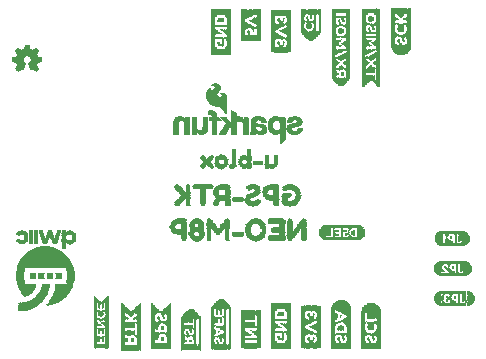
<source format=gbo>
G75*
%MOIN*%
%OFA0B0*%
%FSLAX25Y25*%
%IPPOS*%
%LPD*%
%AMOC8*
5,1,8,0,0,1.08239X$1,22.5*
%
%ADD10C,0.00299*%
%ADD11R,0.00157X0.13858*%
%ADD12R,0.00157X0.14331*%
%ADD13R,0.00157X0.14646*%
%ADD14R,0.00157X0.14961*%
%ADD15R,0.00157X0.15118*%
%ADD16R,0.00157X0.15276*%
%ADD17R,0.00157X0.15433*%
%ADD18R,0.00157X0.02835*%
%ADD19R,0.00157X0.11969*%
%ADD20R,0.00157X0.02520*%
%ADD21R,0.00157X0.01102*%
%ADD22R,0.00157X0.03150*%
%ADD23R,0.00157X0.04567*%
%ADD24R,0.00157X0.02205*%
%ADD25R,0.00157X0.00787*%
%ADD26R,0.00157X0.02677*%
%ADD27R,0.00157X0.04409*%
%ADD28R,0.00157X0.02047*%
%ADD29R,0.00157X0.00630*%
%ADD30R,0.00157X0.01890*%
%ADD31R,0.00157X0.01732*%
%ADD32R,0.00157X0.01575*%
%ADD33R,0.00157X0.00945*%
%ADD34R,0.00157X0.02362*%
%ADD35R,0.00157X0.01260*%
%ADD36R,0.00157X0.01417*%
%ADD37R,0.00157X0.04252*%
%ADD38R,0.00157X0.00315*%
%ADD39R,0.00157X0.04094*%
%ADD40R,0.00157X0.00472*%
%ADD41R,0.00157X0.03937*%
%ADD42R,0.00157X0.03307*%
%ADD43R,0.00157X0.03780*%
%ADD44R,0.00157X0.03465*%
%ADD45R,0.00157X0.02992*%
%ADD46R,0.00157X0.12913*%
%ADD47R,0.00157X0.13386*%
%ADD48R,0.00157X0.13701*%
%ADD49R,0.00157X0.14016*%
%ADD50R,0.00157X0.14173*%
%ADD51R,0.00157X0.14488*%
%ADD52R,0.00157X0.07087*%
%ADD53R,0.00157X0.04882*%
%ADD54R,0.00157X0.05039*%
%ADD55R,0.00157X0.05197*%
%ADD56R,0.00157X0.03622*%
%ADD57R,0.00157X0.00157*%
%ADD58R,0.00157X0.11024*%
%ADD59R,0.00157X0.12756*%
%ADD60R,0.01181X0.00236*%
%ADD61R,0.00945X0.00236*%
%ADD62R,0.01654X0.00236*%
%ADD63R,0.01417X0.00236*%
%ADD64R,0.00472X0.00236*%
%ADD65R,0.02126X0.00236*%
%ADD66R,0.00709X0.00236*%
%ADD67R,0.03543X0.00236*%
%ADD68R,0.02835X0.00236*%
%ADD69R,0.04016X0.00236*%
%ADD70R,0.03307X0.00236*%
%ADD71R,0.03780X0.00236*%
%ADD72R,0.01890X0.00236*%
%ADD73R,0.04252X0.00236*%
%ADD74R,0.04488X0.00236*%
%ADD75R,0.03071X0.00236*%
%ADD76R,0.02598X0.00236*%
%ADD77R,0.02362X0.00236*%
%ADD78R,0.00236X0.00236*%
%ADD79R,0.00472X0.00079*%
%ADD80R,0.01339X0.00079*%
%ADD81R,0.01260X0.00079*%
%ADD82R,0.00551X0.00079*%
%ADD83R,0.01102X0.00079*%
%ADD84R,0.01417X0.00079*%
%ADD85R,0.01654X0.00079*%
%ADD86R,0.01496X0.00079*%
%ADD87R,0.01890X0.00079*%
%ADD88R,0.02126X0.00079*%
%ADD89R,0.02205X0.00079*%
%ADD90R,0.01575X0.00079*%
%ADD91R,0.02520X0.00079*%
%ADD92R,0.02441X0.00079*%
%ADD93R,0.02756X0.00079*%
%ADD94R,0.02598X0.00079*%
%ADD95R,0.02913X0.00079*%
%ADD96R,0.04252X0.00079*%
%ADD97R,0.03150X0.00079*%
%ADD98R,0.04331X0.00079*%
%ADD99R,0.01732X0.00079*%
%ADD100R,0.03307X0.00079*%
%ADD101R,0.04409X0.00079*%
%ADD102R,0.01811X0.00079*%
%ADD103R,0.03386X0.00079*%
%ADD104R,0.03543X0.00079*%
%ADD105R,0.04488X0.00079*%
%ADD106R,0.03622X0.00079*%
%ADD107R,0.04567X0.00079*%
%ADD108R,0.03780X0.00079*%
%ADD109R,0.01969X0.00079*%
%ADD110R,0.02047X0.00079*%
%ADD111R,0.03701X0.00079*%
%ADD112R,0.01024X0.00079*%
%ADD113R,0.00709X0.00079*%
%ADD114R,0.02283X0.00079*%
%ADD115R,0.00236X0.00079*%
%ADD116R,0.02362X0.00079*%
%ADD117R,0.01181X0.00079*%
%ADD118R,0.00157X0.00079*%
%ADD119R,0.00394X0.00079*%
%ADD120R,0.00630X0.00079*%
%ADD121R,0.00866X0.00079*%
%ADD122R,0.03858X0.00079*%
%ADD123R,0.03465X0.00079*%
%ADD124R,0.02992X0.00079*%
%ADD125R,0.04173X0.00079*%
%ADD126R,0.02835X0.00079*%
%ADD127R,0.03228X0.00079*%
%ADD128R,0.04646X0.00079*%
%ADD129R,0.05276X0.00079*%
%ADD130R,0.05748X0.00079*%
%ADD131R,0.06299X0.00079*%
%ADD132R,0.06693X0.00079*%
%ADD133R,0.07165X0.00079*%
%ADD134R,0.07480X0.00079*%
%ADD135R,0.07795X0.00079*%
%ADD136R,0.08268X0.00079*%
%ADD137R,0.08504X0.00079*%
%ADD138R,0.08898X0.00079*%
%ADD139R,0.09213X0.00079*%
%ADD140R,0.09449X0.00079*%
%ADD141R,0.09764X0.00079*%
%ADD142R,0.10000X0.00079*%
%ADD143R,0.10236X0.00079*%
%ADD144R,0.10551X0.00079*%
%ADD145R,0.10709X0.00079*%
%ADD146R,0.11024X0.00079*%
%ADD147R,0.11181X0.00079*%
%ADD148R,0.11417X0.00079*%
%ADD149R,0.11654X0.00079*%
%ADD150R,0.11811X0.00079*%
%ADD151R,0.12047X0.00079*%
%ADD152R,0.12283X0.00079*%
%ADD153R,0.12441X0.00079*%
%ADD154R,0.12598X0.00079*%
%ADD155R,0.12835X0.00079*%
%ADD156R,0.12992X0.00079*%
%ADD157R,0.13150X0.00079*%
%ADD158R,0.13307X0.00079*%
%ADD159R,0.13465X0.00079*%
%ADD160R,0.13622X0.00079*%
%ADD161R,0.13858X0.00079*%
%ADD162R,0.13937X0.00079*%
%ADD163R,0.14094X0.00079*%
%ADD164R,0.14252X0.00079*%
%ADD165R,0.14409X0.00079*%
%ADD166R,0.14567X0.00079*%
%ADD167R,0.14724X0.00079*%
%ADD168R,0.14882X0.00079*%
%ADD169R,0.14961X0.00079*%
%ADD170R,0.15118X0.00079*%
%ADD171R,0.15197X0.00079*%
%ADD172R,0.15354X0.00079*%
%ADD173R,0.15512X0.00079*%
%ADD174R,0.15591X0.00079*%
%ADD175R,0.15669X0.00079*%
%ADD176R,0.15827X0.00079*%
%ADD177R,0.15984X0.00079*%
%ADD178R,0.16063X0.00079*%
%ADD179R,0.16142X0.00079*%
%ADD180R,0.16220X0.00079*%
%ADD181R,0.16378X0.00079*%
%ADD182R,0.16457X0.00079*%
%ADD183R,0.16535X0.00079*%
%ADD184R,0.16693X0.00079*%
%ADD185R,0.16772X0.00079*%
%ADD186R,0.16850X0.00079*%
%ADD187R,0.16929X0.00079*%
%ADD188R,0.17008X0.00079*%
%ADD189R,0.17087X0.00079*%
%ADD190R,0.17244X0.00079*%
%ADD191R,0.17323X0.00079*%
%ADD192R,0.17480X0.00079*%
%ADD193R,0.17559X0.00079*%
%ADD194R,0.17717X0.00079*%
%ADD195R,0.17795X0.00079*%
%ADD196R,0.17874X0.00079*%
%ADD197R,0.17953X0.00079*%
%ADD198R,0.18031X0.00079*%
%ADD199R,0.18110X0.00079*%
%ADD200R,0.18189X0.00079*%
%ADD201R,0.18268X0.00079*%
%ADD202R,0.18346X0.00079*%
%ADD203R,0.18425X0.00079*%
%ADD204R,0.18504X0.00079*%
%ADD205R,0.18583X0.00079*%
%ADD206R,0.18661X0.00079*%
%ADD207R,0.02677X0.00079*%
%ADD208R,0.05827X0.00079*%
%ADD209R,0.06220X0.00079*%
%ADD210R,0.06142X0.00079*%
%ADD211R,0.06063X0.00079*%
%ADD212R,0.05984X0.00079*%
%ADD213R,0.05906X0.00079*%
%ADD214R,0.05669X0.00079*%
%ADD215R,0.05512X0.00079*%
%ADD216R,0.05591X0.00079*%
%ADD217R,0.05433X0.00079*%
%ADD218R,0.05354X0.00079*%
%ADD219R,0.05197X0.00079*%
%ADD220R,0.05118X0.00079*%
%ADD221R,0.04961X0.00079*%
%ADD222R,0.04803X0.00079*%
%ADD223R,0.04724X0.00079*%
%ADD224R,0.04094X0.00079*%
%ADD225R,0.04016X0.00079*%
%ADD226R,0.03937X0.00079*%
%ADD227R,0.05039X0.00079*%
%ADD228R,0.03071X0.00079*%
%ADD229R,0.04882X0.00079*%
%ADD230R,0.00079X0.00079*%
%ADD231R,0.07244X0.00079*%
%ADD232R,0.07087X0.00079*%
%ADD233R,0.07008X0.00079*%
%ADD234R,0.06929X0.00079*%
%ADD235R,0.06850X0.00079*%
%ADD236R,0.06614X0.00079*%
%ADD237R,0.06535X0.00079*%
%ADD238R,0.06378X0.00079*%
%ADD239R,0.00157X0.11181*%
%ADD240R,0.00157X0.11496*%
%ADD241R,0.00157X0.11654*%
%ADD242R,0.00157X0.13071*%
%ADD243R,0.00157X0.13228*%
%ADD244R,0.00157X0.11811*%
%ADD245R,0.00157X0.14803*%
%ADD246R,0.00157X0.15906*%
%ADD247R,0.00157X0.16063*%
%ADD248R,0.00157X0.16220*%
%ADD249R,0.00157X0.16378*%
%ADD250R,0.00157X0.09921*%
%ADD251R,0.08858X0.00118*%
%ADD252R,0.09567X0.00118*%
%ADD253R,0.10039X0.00079*%
%ADD254R,0.10512X0.00157*%
%ADD255R,0.10748X0.00118*%
%ADD256R,0.10984X0.00118*%
%ADD257R,0.11220X0.00079*%
%ADD258R,0.07913X0.00118*%
%ADD259R,0.02953X0.00118*%
%ADD260R,0.03543X0.00157*%
%ADD261R,0.00472X0.00157*%
%ADD262R,0.01535X0.00157*%
%ADD263R,0.02835X0.00157*%
%ADD264R,0.03543X0.00118*%
%ADD265R,0.00472X0.00118*%
%ADD266R,0.01063X0.00118*%
%ADD267R,0.02598X0.00118*%
%ADD268R,0.00354X0.00118*%
%ADD269R,0.00827X0.00118*%
%ADD270R,0.00591X0.00118*%
%ADD271R,0.03661X0.00157*%
%ADD272R,0.00354X0.00157*%
%ADD273R,0.02598X0.00157*%
%ADD274R,0.03661X0.00118*%
%ADD275R,0.00709X0.00118*%
%ADD276R,0.02480X0.00118*%
%ADD277R,0.03780X0.00118*%
%ADD278R,0.00236X0.00118*%
%ADD279R,0.03780X0.00157*%
%ADD280R,0.00945X0.00157*%
%ADD281R,0.00236X0.00157*%
%ADD282R,0.00827X0.00157*%
%ADD283R,0.00945X0.00118*%
%ADD284R,0.01654X0.00157*%
%ADD285R,0.02717X0.00157*%
%ADD286R,0.01417X0.00118*%
%ADD287R,0.02717X0.00118*%
%ADD288R,0.02835X0.00118*%
%ADD289R,0.01299X0.00118*%
%ADD290R,0.01181X0.00157*%
%ADD291R,0.03071X0.00157*%
%ADD292R,0.01181X0.00118*%
%ADD293R,0.03189X0.00118*%
%ADD294R,0.02008X0.00118*%
%ADD295R,0.03425X0.00118*%
%ADD296R,0.02362X0.00157*%
%ADD297R,0.01890X0.00157*%
%ADD298R,0.02244X0.00118*%
%ADD299R,0.01890X0.00118*%
%ADD300R,0.02126X0.00118*%
%ADD301R,0.02126X0.00157*%
%ADD302R,0.11220X0.00118*%
%ADD303R,0.10512X0.00118*%
%ADD304R,0.10039X0.00118*%
%ADD305R,0.00118X0.17598*%
%ADD306R,0.00118X0.17480*%
%ADD307R,0.00079X0.17362*%
%ADD308R,0.00157X0.17244*%
%ADD309R,0.00118X0.17126*%
%ADD310R,0.00118X0.17008*%
%ADD311R,0.00079X0.16890*%
%ADD312R,0.00118X0.11220*%
%ADD313R,0.00118X0.05197*%
%ADD314R,0.00157X0.00354*%
%ADD315R,0.00157X0.01299*%
%ADD316R,0.00157X0.00709*%
%ADD317R,0.00157X0.01535*%
%ADD318R,0.00118X0.01417*%
%ADD319R,0.00118X0.00236*%
%ADD320R,0.00118X0.01181*%
%ADD321R,0.00118X0.01063*%
%ADD322R,0.00118X0.00591*%
%ADD323R,0.00118X0.00945*%
%ADD324R,0.00118X0.00354*%
%ADD325R,0.00118X0.01299*%
%ADD326R,0.00118X0.00709*%
%ADD327R,0.00157X0.00236*%
%ADD328R,0.00157X0.01063*%
%ADD329R,0.00118X0.00827*%
%ADD330R,0.00118X0.01890*%
%ADD331R,0.00118X0.00472*%
%ADD332R,0.00118X0.02480*%
%ADD333R,0.00118X0.02362*%
%ADD334R,0.00157X0.00591*%
%ADD335R,0.00157X0.02126*%
%ADD336R,0.00157X0.02244*%
%ADD337R,0.00118X0.02126*%
%ADD338R,0.00118X0.02244*%
%ADD339R,0.00157X0.00118*%
%ADD340R,0.00118X0.00118*%
%ADD341R,0.00118X0.02008*%
%ADD342R,0.00118X0.02598*%
%ADD343R,0.00157X0.00827*%
%ADD344R,0.00157X0.02008*%
%ADD345R,0.00157X0.01181*%
%ADD346R,0.00118X0.01535*%
%ADD347R,0.00118X0.01772*%
%ADD348R,0.00118X0.16890*%
%ADD349R,0.00118X0.17244*%
%ADD350R,0.00118X0.17362*%
%ADD351R,0.00157X0.15748*%
%ADD352R,0.00157X0.15591*%
%ADD353R,0.08622X0.00118*%
%ADD354R,0.09094X0.00079*%
%ADD355R,0.09567X0.00157*%
%ADD356R,0.09803X0.00118*%
%ADD357R,0.10276X0.00079*%
%ADD358R,0.02244X0.00157*%
%ADD359R,0.00709X0.00157*%
%ADD360R,0.02362X0.00118*%
%ADD361R,0.00118X0.00157*%
%ADD362R,0.02480X0.00157*%
%ADD363R,0.01299X0.00157*%
%ADD364R,0.01772X0.00118*%
%ADD365R,0.10276X0.00118*%
%ADD366R,0.09094X0.00118*%
%ADD367R,0.07913X0.00079*%
%ADD368R,0.01417X0.00157*%
%ADD369R,0.07913X0.00157*%
%ADD370R,0.01535X0.00118*%
%ADD371R,0.01654X0.00118*%
%ADD372R,0.01772X0.00079*%
%ADD373R,0.06142X0.00118*%
%ADD374R,0.02008X0.00157*%
%ADD375R,0.00591X0.00157*%
%ADD376R,0.11693X0.00118*%
%ADD377R,0.12402X0.00118*%
%ADD378R,0.12874X0.00079*%
%ADD379R,0.13346X0.00157*%
%ADD380R,0.13583X0.00118*%
%ADD381R,0.13819X0.00118*%
%ADD382R,0.14055X0.00079*%
%ADD383R,0.05669X0.00118*%
%ADD384R,0.08031X0.00118*%
%ADD385R,0.03898X0.00118*%
%ADD386R,0.01063X0.00157*%
%ADD387R,0.01772X0.00157*%
%ADD388R,0.03898X0.00157*%
%ADD389R,0.14055X0.00118*%
%ADD390R,0.13346X0.00118*%
%ADD391R,0.12874X0.00118*%
%ADD392R,0.00276X0.00276*%
%ADD393R,0.04409X0.00276*%
%ADD394R,0.01654X0.00276*%
%ADD395R,0.00551X0.00276*%
%ADD396R,0.02756X0.00276*%
%ADD397R,0.01378X0.00315*%
%ADD398R,0.01654X0.00315*%
%ADD399R,0.05512X0.00315*%
%ADD400R,0.03307X0.00315*%
%ADD401R,0.02756X0.00315*%
%ADD402R,0.04134X0.00315*%
%ADD403R,0.01929X0.00276*%
%ADD404R,0.05787X0.00276*%
%ADD405R,0.04134X0.00276*%
%ADD406R,0.03307X0.00276*%
%ADD407R,0.04685X0.00276*%
%ADD408R,0.02205X0.00236*%
%ADD409R,0.01929X0.00236*%
%ADD410R,0.05787X0.00236*%
%ADD411R,0.04685X0.00236*%
%ADD412R,0.03858X0.00236*%
%ADD413R,0.04961X0.00236*%
%ADD414R,0.02480X0.00315*%
%ADD415R,0.01929X0.00315*%
%ADD416R,0.05787X0.00315*%
%ADD417R,0.05236X0.00315*%
%ADD418R,0.02205X0.00315*%
%ADD419R,0.04409X0.00315*%
%ADD420R,0.02480X0.00276*%
%ADD421R,0.05236X0.00276*%
%ADD422R,0.05512X0.00276*%
%ADD423R,0.06063X0.00276*%
%ADD424R,0.02205X0.00276*%
%ADD425R,0.03031X0.00236*%
%ADD426R,0.02480X0.00236*%
%ADD427R,0.03031X0.00315*%
%ADD428R,0.03583X0.00276*%
%ADD429R,0.03858X0.00276*%
%ADD430R,0.07717X0.00276*%
%ADD431R,0.04685X0.00315*%
%ADD432R,0.04961X0.00315*%
%ADD433R,0.04961X0.00276*%
%ADD434R,0.01102X0.00276*%
%ADD435R,0.03031X0.00276*%
%ADD436R,0.05236X0.00236*%
%ADD437R,0.04409X0.00236*%
%ADD438R,0.01378X0.00236*%
%ADD439R,0.02756X0.00236*%
%ADD440R,0.01102X0.00236*%
%ADD441R,0.00827X0.00276*%
%ADD442R,0.03858X0.00315*%
%ADD443R,0.06890X0.00315*%
%ADD444R,0.07165X0.00276*%
%ADD445R,0.07165X0.00236*%
%ADD446R,0.06614X0.00276*%
%ADD447R,0.00827X0.00236*%
%ADD448R,0.00276X0.00315*%
%ADD449R,0.03583X0.00315*%
%ADD450R,0.01378X0.00276*%
%ADD451R,0.00157X0.10551*%
%ADD452R,0.00157X0.07874*%
%ADD453R,0.00157X0.08031*%
%ADD454R,0.00157X0.08346*%
%ADD455R,0.00157X0.08504*%
%ADD456R,0.00157X0.09606*%
%ADD457R,0.00157X0.09764*%
%ADD458R,0.00157X0.10079*%
%ADD459R,0.00157X0.08661*%
%ADD460R,0.00157X0.23425*%
%ADD461R,0.00118X0.23543*%
%ADD462R,0.00157X0.23819*%
%ADD463R,0.00118X0.23976*%
%ADD464R,0.00157X0.24094*%
%ADD465R,0.00118X0.24252*%
%ADD466R,0.00157X0.13898*%
%ADD467R,0.00118X0.04961*%
%ADD468R,0.00118X0.02205*%
%ADD469R,0.00118X0.06063*%
%ADD470R,0.00118X0.02756*%
%ADD471R,0.00118X0.03701*%
%ADD472R,0.00157X0.01772*%
%ADD473R,0.00157X0.01929*%
%ADD474R,0.00157X0.00433*%
%ADD475R,0.00157X0.01811*%
%ADD476R,0.00157X0.00984*%
%ADD477R,0.00157X0.01496*%
%ADD478R,0.00118X0.01929*%
%ADD479R,0.00118X0.01654*%
%ADD480R,0.00118X0.00433*%
%ADD481R,0.00118X0.02047*%
%ADD482R,0.00118X0.01102*%
%ADD483R,0.00118X0.01496*%
%ADD484R,0.00157X0.00551*%
%ADD485R,0.00157X0.01378*%
%ADD486R,0.00157X0.01654*%
%ADD487R,0.00118X0.00394*%
%ADD488R,0.00118X0.01260*%
%ADD489R,0.00118X0.00551*%
%ADD490R,0.00118X0.00984*%
%ADD491R,0.00157X0.02323*%
%ADD492R,0.00157X0.00669*%
%ADD493R,0.00118X0.00669*%
%ADD494R,0.00157X0.02598*%
%ADD495R,0.00157X0.00394*%
%ADD496R,0.00118X0.01811*%
%ADD497R,0.00118X0.02087*%
%ADD498R,0.00157X0.02756*%
%ADD499R,0.00118X0.02874*%
%ADD500R,0.00157X0.02874*%
%ADD501R,0.00118X0.00276*%
%ADD502R,0.00157X0.00276*%
%ADD503R,0.00118X0.01378*%
%ADD504R,0.00118X0.01220*%
%ADD505R,0.00157X0.01220*%
%ADD506R,0.00157X0.08268*%
%ADD507R,0.00118X0.08425*%
%ADD508R,0.00118X0.15433*%
%ADD509R,0.00157X0.26299*%
%ADD510R,0.00118X0.26181*%
%ADD511R,0.00157X0.26024*%
%ADD512R,0.00118X0.25906*%
%ADD513R,0.00157X0.25748*%
%ADD514R,0.00118X0.25630*%
%ADD515R,0.00157X0.14055*%
%ADD516R,0.00118X0.05787*%
%ADD517R,0.00118X0.06772*%
%ADD518R,0.00118X0.03031*%
%ADD519R,0.00157X0.02480*%
%ADD520R,0.00118X0.02323*%
%ADD521R,0.00118X0.02638*%
%ADD522R,0.00118X0.02913*%
%ADD523R,0.00157X0.03031*%
%ADD524R,0.00118X0.03307*%
%ADD525R,0.00157X0.09370*%
%ADD526R,0.00118X0.09803*%
%ADD527R,0.00118X0.15551*%
%ADD528C,0.00300*%
D10*
X0049616Y0176092D02*
X0048711Y0176998D01*
X0049538Y0178100D01*
X0049498Y0178179D01*
X0049459Y0178218D01*
X0049420Y0178297D01*
X0049420Y0178336D01*
X0049380Y0178415D01*
X0049341Y0178454D01*
X0049301Y0178533D01*
X0049301Y0178572D01*
X0049223Y0178730D01*
X0049223Y0178769D01*
X0049183Y0178848D01*
X0049183Y0178887D01*
X0049144Y0178966D01*
X0049144Y0179045D01*
X0049105Y0179084D01*
X0047727Y0179320D01*
X0047727Y0180580D01*
X0049144Y0180816D01*
X0049144Y0180974D01*
X0049183Y0181013D01*
X0049183Y0181092D01*
X0049223Y0181131D01*
X0049262Y0181210D01*
X0049262Y0181289D01*
X0049301Y0181328D01*
X0049301Y0181407D01*
X0049341Y0181446D01*
X0049380Y0181525D01*
X0049420Y0181564D01*
X0049420Y0181643D01*
X0049459Y0181683D01*
X0049498Y0181761D01*
X0049538Y0181801D01*
X0048711Y0182942D01*
X0049616Y0183809D01*
X0050758Y0183021D01*
X0050798Y0183061D01*
X0050876Y0183100D01*
X0050916Y0183100D01*
X0050994Y0183139D01*
X0051034Y0183179D01*
X0051112Y0183218D01*
X0051152Y0183218D01*
X0051231Y0183257D01*
X0051270Y0183297D01*
X0051349Y0183297D01*
X0051427Y0183336D01*
X0051467Y0183336D01*
X0051546Y0183375D01*
X0051585Y0183375D01*
X0051664Y0183415D01*
X0051742Y0183415D01*
X0051979Y0184793D01*
X0053238Y0184793D01*
X0053475Y0183415D01*
X0053514Y0183415D01*
X0053593Y0183375D01*
X0053672Y0183375D01*
X0053711Y0183336D01*
X0053790Y0183336D01*
X0053868Y0183297D01*
X0053908Y0183297D01*
X0053986Y0183257D01*
X0054026Y0183218D01*
X0054105Y0183218D01*
X0054144Y0183179D01*
X0054223Y0183139D01*
X0054262Y0183100D01*
X0054341Y0183100D01*
X0054380Y0183061D01*
X0054459Y0183021D01*
X0055601Y0183809D01*
X0056467Y0182942D01*
X0055679Y0181801D01*
X0055719Y0181761D01*
X0055719Y0181683D01*
X0055758Y0181643D01*
X0055798Y0181564D01*
X0055837Y0181525D01*
X0055837Y0181446D01*
X0055876Y0181407D01*
X0055916Y0181328D01*
X0055916Y0181289D01*
X0055994Y0181131D01*
X0055994Y0181092D01*
X0056034Y0181013D01*
X0056034Y0180974D01*
X0056073Y0180895D01*
X0056073Y0180816D01*
X0057451Y0180580D01*
X0057451Y0179320D01*
X0056073Y0179084D01*
X0056073Y0179045D01*
X0056034Y0178966D01*
X0056034Y0178887D01*
X0055994Y0178848D01*
X0055994Y0178769D01*
X0055955Y0178730D01*
X0055916Y0178651D01*
X0055916Y0178572D01*
X0055876Y0178533D01*
X0055876Y0178454D01*
X0055837Y0178415D01*
X0055798Y0178336D01*
X0055758Y0178297D01*
X0055719Y0178218D01*
X0055719Y0178179D01*
X0055679Y0178100D01*
X0056467Y0176998D01*
X0055601Y0176092D01*
X0054459Y0176879D01*
X0054420Y0176879D01*
X0054380Y0176840D01*
X0054341Y0176840D01*
X0054301Y0176801D01*
X0054262Y0176801D01*
X0054223Y0176761D01*
X0054183Y0176761D01*
X0054144Y0176722D01*
X0054105Y0176722D01*
X0054065Y0176683D01*
X0054026Y0176683D01*
X0053986Y0176643D01*
X0053908Y0176643D01*
X0053868Y0176604D01*
X0053081Y0178730D01*
X0053199Y0178769D01*
X0053357Y0178848D01*
X0053435Y0178927D01*
X0053514Y0178966D01*
X0053593Y0179045D01*
X0053632Y0179123D01*
X0053711Y0179202D01*
X0053790Y0179360D01*
X0053829Y0179478D01*
X0053908Y0179635D01*
X0053908Y0179753D01*
X0053947Y0179872D01*
X0053947Y0180108D01*
X0053790Y0180580D01*
X0053632Y0180816D01*
X0053553Y0180895D01*
X0053435Y0180974D01*
X0053357Y0181053D01*
X0053238Y0181131D01*
X0053120Y0181171D01*
X0053002Y0181249D01*
X0052884Y0181249D01*
X0052727Y0181289D01*
X0052451Y0181289D01*
X0052333Y0181249D01*
X0052215Y0181249D01*
X0052097Y0181171D01*
X0051979Y0181131D01*
X0051742Y0180974D01*
X0051585Y0180816D01*
X0051427Y0180580D01*
X0051388Y0180462D01*
X0051309Y0180344D01*
X0051309Y0180226D01*
X0051270Y0180108D01*
X0051270Y0179753D01*
X0051309Y0179635D01*
X0051309Y0179557D01*
X0051349Y0179478D01*
X0051388Y0179360D01*
X0051427Y0179281D01*
X0051506Y0179202D01*
X0051546Y0179123D01*
X0051703Y0178966D01*
X0051782Y0178927D01*
X0051860Y0178848D01*
X0052097Y0178730D01*
X0051309Y0176604D01*
X0051309Y0176643D01*
X0051231Y0176643D01*
X0051191Y0176683D01*
X0051152Y0176683D01*
X0051112Y0176722D01*
X0051073Y0176722D01*
X0051034Y0176761D01*
X0050955Y0176761D01*
X0050916Y0176801D01*
X0050876Y0176801D01*
X0050798Y0176879D01*
X0050758Y0176879D01*
X0049616Y0176092D01*
X0049482Y0176226D02*
X0049811Y0176226D01*
X0050243Y0176524D02*
X0049185Y0176524D01*
X0048887Y0176822D02*
X0050674Y0176822D01*
X0050855Y0176822D02*
X0051390Y0176822D01*
X0051500Y0177119D02*
X0048802Y0177119D01*
X0049026Y0177417D02*
X0051611Y0177417D01*
X0051721Y0177715D02*
X0049249Y0177715D01*
X0049472Y0178012D02*
X0051831Y0178012D01*
X0051941Y0178310D02*
X0049420Y0178310D01*
X0049284Y0178608D02*
X0052052Y0178608D01*
X0051803Y0178906D02*
X0049174Y0178906D01*
X0048409Y0179203D02*
X0051505Y0179203D01*
X0051337Y0179501D02*
X0047727Y0179501D01*
X0047727Y0179799D02*
X0051270Y0179799D01*
X0051270Y0180097D02*
X0047727Y0180097D01*
X0047727Y0180394D02*
X0051343Y0180394D01*
X0051502Y0180692D02*
X0048397Y0180692D01*
X0049160Y0180990D02*
X0051766Y0180990D01*
X0052447Y0181287D02*
X0049262Y0181287D01*
X0049420Y0181585D02*
X0055787Y0181585D01*
X0055736Y0181883D02*
X0049478Y0181883D01*
X0049263Y0182181D02*
X0055941Y0182181D01*
X0056147Y0182478D02*
X0049047Y0182478D01*
X0048831Y0182776D02*
X0056352Y0182776D01*
X0056335Y0183074D02*
X0054535Y0183074D01*
X0054367Y0183074D02*
X0050824Y0183074D01*
X0050682Y0183074D02*
X0048848Y0183074D01*
X0049159Y0183372D02*
X0050250Y0183372D01*
X0049818Y0183669D02*
X0049471Y0183669D01*
X0051538Y0183372D02*
X0053675Y0183372D01*
X0053431Y0183669D02*
X0051786Y0183669D01*
X0051837Y0183967D02*
X0053380Y0183967D01*
X0053329Y0184265D02*
X0051888Y0184265D01*
X0051939Y0184562D02*
X0053278Y0184562D01*
X0054967Y0183372D02*
X0056038Y0183372D01*
X0055740Y0183669D02*
X0055399Y0183669D01*
X0055916Y0181287D02*
X0052732Y0181287D01*
X0053419Y0180990D02*
X0056034Y0180990D01*
X0056799Y0180692D02*
X0053715Y0180692D01*
X0053852Y0180394D02*
X0057451Y0180394D01*
X0057451Y0180097D02*
X0053947Y0180097D01*
X0053923Y0179799D02*
X0057451Y0179799D01*
X0057451Y0179501D02*
X0053841Y0179501D01*
X0053711Y0179203D02*
X0056769Y0179203D01*
X0056034Y0178906D02*
X0053414Y0178906D01*
X0053126Y0178608D02*
X0055916Y0178608D01*
X0055772Y0178310D02*
X0053236Y0178310D01*
X0053347Y0178012D02*
X0055742Y0178012D01*
X0055954Y0177715D02*
X0053457Y0177715D01*
X0053567Y0177417D02*
X0056167Y0177417D01*
X0056380Y0177119D02*
X0053677Y0177119D01*
X0053788Y0176822D02*
X0054322Y0176822D01*
X0054543Y0176822D02*
X0056299Y0176822D01*
X0056014Y0176524D02*
X0054974Y0176524D01*
X0055406Y0176226D02*
X0055729Y0176226D01*
D11*
X0154446Y0090319D03*
X0160745Y0090319D03*
D12*
X0160587Y0090555D03*
X0165233Y0090555D03*
X0169957Y0090555D03*
X0154603Y0090555D03*
X0150745Y0090713D03*
X0150587Y0090713D03*
X0150430Y0090713D03*
X0150272Y0090713D03*
X0150115Y0090713D03*
X0149957Y0090713D03*
X0149800Y0090713D03*
X0145390Y0090713D03*
X0145233Y0090713D03*
X0145075Y0090713D03*
X0144918Y0090713D03*
X0144760Y0090713D03*
X0144603Y0090713D03*
X0144446Y0090713D03*
X0120587Y0090343D03*
X0114603Y0090343D03*
X0099800Y0090555D03*
X0095390Y0090555D03*
X0134446Y0189213D03*
X0134603Y0189213D03*
X0134760Y0189213D03*
X0134918Y0189213D03*
X0135075Y0189213D03*
X0135233Y0189213D03*
X0135390Y0189213D03*
X0139800Y0189213D03*
X0139957Y0189213D03*
X0140115Y0189213D03*
X0140272Y0189213D03*
X0140430Y0189213D03*
X0140587Y0189213D03*
X0140745Y0189213D03*
X0174918Y0189740D03*
X0180272Y0189740D03*
D13*
X0179957Y0189583D03*
X0175233Y0189583D03*
X0160430Y0090713D03*
X0154760Y0090713D03*
X0120430Y0090500D03*
X0114760Y0090500D03*
X0100115Y0090713D03*
X0095075Y0090713D03*
D14*
X0094760Y0090870D03*
X0089800Y0090370D03*
X0085390Y0090370D03*
X0100430Y0090870D03*
X0115075Y0090657D03*
X0154918Y0090870D03*
X0160272Y0090870D03*
D15*
X0160115Y0090949D03*
X0155075Y0090949D03*
X0100587Y0090949D03*
X0094603Y0090949D03*
X0089957Y0090449D03*
X0085233Y0090449D03*
D16*
X0085075Y0090528D03*
X0090115Y0090528D03*
X0094446Y0091028D03*
X0100745Y0091028D03*
X0134446Y0091028D03*
X0134603Y0091028D03*
X0134760Y0091028D03*
X0134918Y0091028D03*
X0135075Y0091028D03*
X0135233Y0091028D03*
X0135390Y0091028D03*
X0139800Y0091028D03*
X0139957Y0091028D03*
X0140115Y0091028D03*
X0140272Y0091028D03*
X0140430Y0091028D03*
X0140587Y0091028D03*
X0140745Y0091028D03*
X0155233Y0091028D03*
X0159957Y0091028D03*
X0120745Y0189028D03*
X0120587Y0189028D03*
X0120430Y0189028D03*
X0120272Y0189028D03*
X0120115Y0189028D03*
X0119957Y0189028D03*
X0119800Y0189028D03*
X0115390Y0189028D03*
X0115233Y0189028D03*
X0115075Y0189028D03*
X0114918Y0189028D03*
X0114760Y0189028D03*
X0114603Y0189028D03*
X0114446Y0189028D03*
D17*
X0155666Y0188965D03*
X0165666Y0189016D03*
X0159800Y0091106D03*
X0155390Y0091106D03*
X0090272Y0090606D03*
X0084918Y0090606D03*
D18*
X0095863Y0091264D03*
X0096965Y0092839D03*
X0105233Y0093571D03*
X0107595Y0089949D03*
X0135705Y0084807D03*
X0138383Y0087799D03*
X0147280Y0084965D03*
X0147438Y0084965D03*
X0147595Y0084965D03*
X0147753Y0084965D03*
X0147910Y0084965D03*
X0148068Y0084965D03*
X0149642Y0084965D03*
X0157280Y0084807D03*
X0159642Y0084807D03*
X0166965Y0090949D03*
X0167123Y0090949D03*
X0167280Y0090949D03*
X0167438Y0090949D03*
X0167595Y0090949D03*
X0167753Y0090949D03*
X0167910Y0090949D03*
X0168068Y0090949D03*
X0165548Y0096618D03*
X0165705Y0096776D03*
X0165863Y0096776D03*
X0155863Y0097720D03*
X0155705Y0097720D03*
X0149642Y0096461D03*
X0135705Y0097248D03*
X0169642Y0084807D03*
X0115705Y0182807D03*
X0118383Y0185799D03*
X0125548Y0191087D03*
X0129642Y0192819D03*
X0126808Y0195181D03*
X0126650Y0195181D03*
X0115705Y0195248D03*
X0139642Y0194961D03*
X0146965Y0191457D03*
X0146493Y0187992D03*
X0146650Y0187835D03*
X0146808Y0187835D03*
X0139642Y0183465D03*
X0138068Y0183465D03*
X0137910Y0183465D03*
X0137753Y0183465D03*
X0137595Y0183465D03*
X0137438Y0183465D03*
X0137280Y0183465D03*
X0176965Y0190449D03*
X0177123Y0190449D03*
X0177280Y0190449D03*
X0177438Y0190449D03*
X0177595Y0190449D03*
X0177753Y0190449D03*
X0177910Y0190449D03*
X0178068Y0190449D03*
X0177910Y0195488D03*
X0177123Y0195488D03*
D19*
X0159642Y0092996D03*
D20*
X0165548Y0088587D03*
X0165548Y0084650D03*
X0159485Y0084650D03*
X0145548Y0084807D03*
X0139170Y0084650D03*
X0135863Y0084650D03*
X0145705Y0089059D03*
X0145705Y0092366D03*
X0145548Y0096618D03*
X0139170Y0097406D03*
X0135863Y0097406D03*
X0116650Y0084437D03*
X0096493Y0091106D03*
X0096335Y0091106D03*
X0096178Y0091106D03*
X0085548Y0096433D03*
X0115863Y0182650D03*
X0119170Y0182650D03*
X0135548Y0183307D03*
X0135705Y0187559D03*
X0135705Y0190866D03*
X0129485Y0192819D03*
X0127438Y0195339D03*
X0127280Y0195339D03*
X0135548Y0195118D03*
X0145390Y0188937D03*
X0146020Y0188307D03*
X0146178Y0188150D03*
X0147123Y0191457D03*
X0147280Y0191457D03*
X0119170Y0195406D03*
X0115863Y0195406D03*
X0175548Y0188087D03*
X0176808Y0195646D03*
X0178225Y0195646D03*
D21*
X0179485Y0191472D03*
X0178540Y0190055D03*
X0179012Y0188008D03*
X0178855Y0187850D03*
X0178540Y0187693D03*
X0177910Y0187378D03*
X0176650Y0186118D03*
X0176020Y0188008D03*
X0168973Y0191772D03*
X0167871Y0191220D03*
X0167320Y0189016D03*
X0158973Y0191051D03*
X0157320Y0191602D03*
X0157871Y0193807D03*
X0139485Y0191732D03*
X0138225Y0192992D03*
X0138383Y0193150D03*
X0136808Y0193150D03*
X0136650Y0193150D03*
X0137910Y0189213D03*
X0138068Y0189213D03*
X0137910Y0187165D03*
X0139485Y0186693D03*
X0138383Y0185276D03*
X0138225Y0185118D03*
X0136808Y0185276D03*
X0136650Y0185276D03*
X0126650Y0188961D03*
X0118698Y0189343D03*
X0116335Y0188870D03*
X0116650Y0192965D03*
X0118383Y0192965D03*
X0118540Y0185248D03*
X0117910Y0184618D03*
X0156768Y0180421D03*
X0157595Y0182783D03*
X0167320Y0182677D03*
X0159249Y0176445D03*
X0158146Y0175185D03*
X0157871Y0175185D03*
X0156217Y0175185D03*
X0148383Y0094650D03*
X0148225Y0094492D03*
X0146808Y0094650D03*
X0146650Y0094650D03*
X0149485Y0093232D03*
X0148068Y0090713D03*
X0147910Y0090713D03*
X0147910Y0088665D03*
X0149485Y0088193D03*
X0148383Y0086776D03*
X0148225Y0086618D03*
X0146808Y0086776D03*
X0146650Y0086776D03*
X0156650Y0086618D03*
X0159485Y0088035D03*
X0166020Y0088508D03*
X0166650Y0086618D03*
X0167910Y0087878D03*
X0168540Y0088193D03*
X0168855Y0088350D03*
X0169012Y0088508D03*
X0168540Y0090555D03*
X0169485Y0091972D03*
X0155705Y0091657D03*
X0138698Y0091343D03*
X0136335Y0090870D03*
X0138540Y0087248D03*
X0137910Y0086618D03*
X0128698Y0088823D03*
X0126335Y0088350D03*
X0117438Y0090500D03*
X0117280Y0090500D03*
X0108383Y0087508D03*
X0105233Y0087823D03*
X0105390Y0086248D03*
X0099327Y0088350D03*
X0097753Y0086776D03*
X0097753Y0090398D03*
X0097910Y0090398D03*
X0098383Y0090398D03*
X0099170Y0092130D03*
X0097438Y0092445D03*
X0096650Y0093862D03*
X0097753Y0095437D03*
X0096650Y0095909D03*
X0087753Y0086276D03*
X0086335Y0086276D03*
X0086178Y0086276D03*
X0136650Y0094965D03*
X0138383Y0094965D03*
D22*
X0128698Y0094728D03*
X0128540Y0094728D03*
X0128383Y0094728D03*
X0128225Y0094728D03*
X0128068Y0094728D03*
X0127910Y0094728D03*
X0127753Y0094728D03*
X0127595Y0094728D03*
X0127438Y0094728D03*
X0127280Y0094728D03*
X0127123Y0094728D03*
X0126965Y0094728D03*
X0126808Y0094728D03*
X0126650Y0094728D03*
X0126493Y0094728D03*
X0126335Y0094728D03*
X0126178Y0094728D03*
X0126020Y0094728D03*
X0125863Y0094728D03*
X0125705Y0094728D03*
X0118225Y0098295D03*
X0108225Y0094988D03*
X0105548Y0093728D03*
X0095548Y0095988D03*
X0116493Y0084752D03*
X0135548Y0084965D03*
X0159485Y0092366D03*
X0156178Y0097720D03*
X0176335Y0183047D03*
X0176178Y0183205D03*
X0176020Y0183205D03*
X0175863Y0183362D03*
X0177438Y0195331D03*
X0177595Y0195331D03*
X0147438Y0195079D03*
X0146650Y0191772D03*
X0147123Y0187677D03*
X0126178Y0195024D03*
X0126020Y0195024D03*
X0115548Y0182965D03*
D23*
X0158383Y0097327D03*
X0158855Y0097169D03*
X0159170Y0097012D03*
X0159485Y0096854D03*
X0116335Y0097114D03*
X0107753Y0094437D03*
X0107595Y0094437D03*
X0107438Y0094437D03*
X0107280Y0094437D03*
X0107123Y0094437D03*
D24*
X0098068Y0094886D03*
X0097123Y0092681D03*
X0095863Y0096146D03*
X0085705Y0096433D03*
X0115390Y0092941D03*
X0115548Y0092941D03*
X0115705Y0092941D03*
X0115863Y0092941D03*
X0116020Y0092941D03*
X0116178Y0092941D03*
X0116335Y0092941D03*
X0117438Y0092941D03*
X0117595Y0092941D03*
X0125548Y0091264D03*
X0116808Y0084280D03*
X0136178Y0084492D03*
X0138855Y0084492D03*
X0139012Y0084492D03*
X0145705Y0084650D03*
X0148225Y0084650D03*
X0149327Y0084650D03*
X0145863Y0089059D03*
X0145863Y0092366D03*
X0147438Y0093154D03*
X0147595Y0093154D03*
X0147595Y0096776D03*
X0149327Y0096776D03*
X0145705Y0096776D03*
X0155705Y0094256D03*
X0159170Y0092524D03*
X0158225Y0087484D03*
X0157595Y0084492D03*
X0159327Y0084492D03*
X0167595Y0084492D03*
X0169327Y0084492D03*
X0168225Y0087484D03*
X0138855Y0097563D03*
X0136178Y0097563D03*
X0115863Y0097823D03*
X0166768Y0173465D03*
X0168422Y0173465D03*
X0167044Y0176496D03*
X0156493Y0185264D03*
X0156217Y0185264D03*
X0155942Y0185264D03*
X0147438Y0191457D03*
X0147123Y0195551D03*
X0148540Y0195551D03*
X0139327Y0195276D03*
X0137595Y0195276D03*
X0135705Y0195276D03*
X0137438Y0191654D03*
X0137595Y0191654D03*
X0135863Y0190866D03*
X0135863Y0187559D03*
X0128383Y0189984D03*
X0128225Y0189984D03*
X0125863Y0191244D03*
X0129170Y0192819D03*
X0129327Y0192819D03*
X0129642Y0195496D03*
X0128068Y0195496D03*
X0127910Y0195496D03*
X0118855Y0195563D03*
X0116178Y0195563D03*
X0125548Y0187150D03*
X0119012Y0182492D03*
X0118855Y0182492D03*
X0116178Y0182492D03*
X0135705Y0183150D03*
X0138225Y0183150D03*
X0139327Y0183150D03*
X0178225Y0186984D03*
X0178540Y0195803D03*
X0179642Y0195803D03*
X0176493Y0195803D03*
D25*
X0176178Y0193362D03*
X0179012Y0193362D03*
X0178383Y0191472D03*
X0176493Y0190055D03*
X0176335Y0188008D03*
X0176178Y0188008D03*
X0177753Y0187535D03*
X0147753Y0191063D03*
X0146020Y0191063D03*
X0146178Y0192323D03*
X0145390Y0192480D03*
X0146020Y0193740D03*
X0139327Y0191732D03*
X0138540Y0191417D03*
X0138383Y0191417D03*
X0138540Y0193150D03*
X0136493Y0193150D03*
X0137595Y0189213D03*
X0137753Y0189213D03*
X0138225Y0187165D03*
X0139327Y0186693D03*
X0138540Y0185276D03*
X0136493Y0185276D03*
X0128698Y0190535D03*
X0126493Y0188961D03*
X0119327Y0186823D03*
X0118540Y0186823D03*
X0116808Y0188713D03*
X0116650Y0188713D03*
X0118225Y0189500D03*
X0115548Y0191075D03*
X0116493Y0185248D03*
X0096965Y0095752D03*
X0097280Y0095594D03*
X0097438Y0095594D03*
X0096493Y0093862D03*
X0097595Y0092287D03*
X0099012Y0092130D03*
X0098540Y0093862D03*
X0106020Y0088925D03*
X0106808Y0087823D03*
X0107753Y0088925D03*
X0108225Y0087508D03*
X0107753Y0086091D03*
X0106965Y0086091D03*
X0106020Y0086091D03*
X0105863Y0086091D03*
X0099012Y0088508D03*
X0097123Y0088508D03*
X0089485Y0087535D03*
X0089012Y0093677D03*
X0086178Y0093677D03*
X0116650Y0093650D03*
X0116808Y0093650D03*
X0116965Y0093650D03*
X0117123Y0093650D03*
X0116808Y0090657D03*
X0116650Y0090657D03*
X0116020Y0086091D03*
X0117753Y0086091D03*
X0126808Y0088193D03*
X0128225Y0088980D03*
X0128383Y0088980D03*
X0135548Y0093075D03*
X0136650Y0090713D03*
X0136808Y0090713D03*
X0138225Y0091500D03*
X0138540Y0088823D03*
X0139327Y0088823D03*
X0136493Y0087248D03*
X0146493Y0086776D03*
X0148540Y0086776D03*
X0149327Y0088193D03*
X0148225Y0088665D03*
X0147753Y0090713D03*
X0147595Y0090713D03*
X0148383Y0092917D03*
X0148540Y0092917D03*
X0149327Y0093232D03*
X0148540Y0094650D03*
X0146493Y0094650D03*
X0157595Y0092602D03*
X0157753Y0092602D03*
X0166493Y0090555D03*
X0166335Y0088508D03*
X0166178Y0088508D03*
X0167753Y0088035D03*
X0159327Y0088193D03*
X0158698Y0088193D03*
X0157753Y0088193D03*
X0155863Y0088193D03*
X0168383Y0091972D03*
D26*
X0168225Y0091028D03*
X0166808Y0091028D03*
X0159327Y0092445D03*
X0155548Y0084728D03*
X0167280Y0084728D03*
X0139327Y0084728D03*
X0117595Y0087035D03*
X0107438Y0090028D03*
X0099485Y0096067D03*
X0098225Y0094807D03*
X0095705Y0096067D03*
X0089642Y0096354D03*
X0096020Y0091185D03*
X0096020Y0087563D03*
X0095863Y0087563D03*
X0095705Y0087563D03*
X0096178Y0087563D03*
X0096335Y0087563D03*
X0096493Y0087563D03*
X0139327Y0097327D03*
X0119327Y0182728D03*
X0119327Y0195327D03*
X0126965Y0195260D03*
X0127123Y0195260D03*
X0145233Y0189173D03*
X0146335Y0188071D03*
X0147280Y0195315D03*
X0176965Y0195567D03*
X0178068Y0195567D03*
X0178225Y0190528D03*
X0176808Y0190528D03*
D27*
X0158225Y0097406D03*
X0158068Y0097406D03*
X0158540Y0097248D03*
X0158698Y0097248D03*
X0159012Y0097091D03*
X0159327Y0096933D03*
X0116178Y0097035D03*
X0107910Y0094516D03*
X0106965Y0094358D03*
D28*
X0109485Y0094437D03*
X0115705Y0097744D03*
X0117753Y0093020D03*
X0115233Y0089083D03*
X0117280Y0087193D03*
X0118540Y0087823D03*
X0118383Y0084201D03*
X0116965Y0084201D03*
X0115390Y0084201D03*
X0106493Y0088138D03*
X0106335Y0088295D03*
X0105233Y0090500D03*
X0099170Y0096067D03*
X0096020Y0096067D03*
X0089327Y0096354D03*
X0087595Y0095094D03*
X0087438Y0095094D03*
X0085863Y0096354D03*
X0085548Y0091315D03*
X0085548Y0083913D03*
X0095548Y0084413D03*
X0136335Y0084413D03*
X0136493Y0084413D03*
X0138698Y0084413D03*
X0145863Y0084571D03*
X0149170Y0084571D03*
X0155863Y0084413D03*
X0156020Y0084413D03*
X0156808Y0084413D03*
X0157753Y0084413D03*
X0157910Y0084413D03*
X0159012Y0084413D03*
X0159170Y0084413D03*
X0165863Y0084413D03*
X0166808Y0084413D03*
X0167753Y0084413D03*
X0169012Y0084413D03*
X0169170Y0084413D03*
X0159012Y0092602D03*
X0155863Y0094177D03*
X0149170Y0096854D03*
X0147753Y0096854D03*
X0145863Y0096854D03*
X0147753Y0093232D03*
X0147910Y0093232D03*
X0146020Y0092287D03*
X0146020Y0089138D03*
X0149012Y0090713D03*
X0149170Y0090713D03*
X0138698Y0097642D03*
X0136493Y0097642D03*
X0136335Y0097642D03*
X0156217Y0172783D03*
X0158973Y0172783D03*
X0168146Y0176417D03*
X0167595Y0180276D03*
X0157595Y0180224D03*
X0166217Y0185236D03*
X0166493Y0185236D03*
X0149327Y0188228D03*
X0139170Y0189213D03*
X0139012Y0189213D03*
X0137910Y0191732D03*
X0137753Y0191732D03*
X0136020Y0190787D03*
X0136020Y0187638D03*
X0129485Y0187071D03*
X0129327Y0187071D03*
X0127123Y0187071D03*
X0126650Y0187071D03*
X0125705Y0187071D03*
X0128540Y0189906D03*
X0126020Y0191165D03*
X0128225Y0195575D03*
X0128383Y0195575D03*
X0135863Y0195354D03*
X0137753Y0195354D03*
X0139170Y0195354D03*
X0145390Y0195630D03*
X0147753Y0195630D03*
X0148383Y0195630D03*
X0166217Y0195709D03*
X0168973Y0195709D03*
X0175548Y0195882D03*
X0176335Y0195882D03*
X0178698Y0195882D03*
X0179485Y0195882D03*
X0139170Y0183071D03*
X0135863Y0183071D03*
X0118698Y0182413D03*
X0116493Y0182413D03*
X0116335Y0182413D03*
X0116335Y0195642D03*
X0116493Y0195642D03*
X0118698Y0195642D03*
D29*
X0116493Y0192728D03*
X0115705Y0191154D03*
X0116965Y0188634D03*
X0118068Y0189579D03*
X0119485Y0191154D03*
X0119170Y0186902D03*
X0119012Y0186902D03*
X0118855Y0186902D03*
X0118698Y0186902D03*
X0117910Y0186902D03*
X0115863Y0186902D03*
X0127123Y0189039D03*
X0129485Y0190614D03*
X0127595Y0192819D03*
X0127438Y0192819D03*
X0138698Y0191496D03*
X0138855Y0191496D03*
X0139170Y0191654D03*
X0147595Y0192244D03*
X0147753Y0193819D03*
X0139170Y0186772D03*
X0138855Y0186929D03*
X0138540Y0187087D03*
X0138383Y0187087D03*
X0176493Y0187929D03*
X0176650Y0187929D03*
X0178698Y0186197D03*
X0178540Y0191551D03*
X0179327Y0191551D03*
X0178855Y0193283D03*
X0176335Y0193283D03*
X0176650Y0191551D03*
X0136493Y0094728D03*
X0135705Y0093154D03*
X0136965Y0090634D03*
X0138068Y0091579D03*
X0139485Y0093154D03*
X0139170Y0088902D03*
X0139012Y0088902D03*
X0138855Y0088902D03*
X0138698Y0088902D03*
X0137910Y0088902D03*
X0135863Y0088902D03*
X0129485Y0086539D03*
X0129327Y0086539D03*
X0128068Y0089059D03*
X0126965Y0088114D03*
X0125705Y0086539D03*
X0125548Y0086539D03*
X0128855Y0090634D03*
X0116493Y0090736D03*
X0116335Y0090736D03*
X0115233Y0090894D03*
X0116650Y0087587D03*
X0116808Y0087587D03*
X0108540Y0089949D03*
X0108068Y0087587D03*
X0106965Y0087744D03*
X0106178Y0087587D03*
X0098855Y0088587D03*
X0098698Y0088587D03*
X0097438Y0088587D03*
X0097280Y0088587D03*
X0097753Y0092366D03*
X0098855Y0092209D03*
X0098698Y0093783D03*
X0097123Y0095673D03*
X0088855Y0093598D03*
X0086335Y0093598D03*
X0089327Y0087614D03*
X0148383Y0088587D03*
X0148540Y0088587D03*
X0148855Y0088429D03*
X0149170Y0088272D03*
X0156020Y0088272D03*
X0157595Y0088272D03*
X0158855Y0088272D03*
X0159012Y0088272D03*
X0159170Y0088272D03*
X0158698Y0086697D03*
X0156493Y0090004D03*
X0156178Y0091894D03*
X0156020Y0091894D03*
X0156335Y0092051D03*
X0156965Y0092366D03*
X0157280Y0092524D03*
X0157438Y0092524D03*
X0157280Y0094256D03*
X0166650Y0092051D03*
X0168540Y0092051D03*
X0169327Y0092051D03*
X0166650Y0088429D03*
X0166493Y0088429D03*
X0168698Y0086697D03*
X0149170Y0093154D03*
X0148855Y0092996D03*
X0148698Y0092996D03*
D30*
X0148068Y0093311D03*
X0148855Y0090791D03*
X0156020Y0094256D03*
X0149012Y0096933D03*
X0148855Y0096933D03*
X0148068Y0096933D03*
X0147910Y0096933D03*
X0147438Y0096933D03*
X0147280Y0096933D03*
X0146020Y0096933D03*
X0138540Y0097720D03*
X0138383Y0097720D03*
X0136808Y0097720D03*
X0136650Y0097720D03*
X0135548Y0091106D03*
X0139485Y0091106D03*
X0138540Y0084335D03*
X0138383Y0084335D03*
X0138225Y0084335D03*
X0136965Y0084335D03*
X0136808Y0084335D03*
X0136650Y0084335D03*
X0129485Y0084492D03*
X0125705Y0084492D03*
X0125548Y0084492D03*
X0125548Y0088587D03*
X0125705Y0091264D03*
X0125863Y0091264D03*
X0126020Y0091264D03*
X0126178Y0091264D03*
X0126335Y0091264D03*
X0126493Y0091264D03*
X0126650Y0091264D03*
X0126808Y0091264D03*
X0126965Y0091264D03*
X0127123Y0091264D03*
X0127280Y0091264D03*
X0127438Y0091264D03*
X0127595Y0091264D03*
X0127753Y0091264D03*
X0127910Y0091264D03*
X0128068Y0091264D03*
X0128225Y0091264D03*
X0128383Y0091264D03*
X0128540Y0091264D03*
X0128698Y0091264D03*
X0129485Y0088587D03*
X0118540Y0090264D03*
X0109642Y0094358D03*
X0115548Y0097665D03*
X0119485Y0097823D03*
X0099012Y0095988D03*
X0099485Y0092051D03*
X0089170Y0096276D03*
X0087753Y0095173D03*
X0087280Y0095173D03*
X0086020Y0096276D03*
X0085705Y0091394D03*
X0085548Y0088717D03*
X0086808Y0088559D03*
X0086965Y0088559D03*
X0087123Y0088559D03*
X0087123Y0083835D03*
X0087280Y0083835D03*
X0087438Y0083835D03*
X0087595Y0083835D03*
X0087753Y0083835D03*
X0087910Y0083835D03*
X0088068Y0083835D03*
X0088225Y0083835D03*
X0088383Y0083835D03*
X0088540Y0083835D03*
X0088698Y0083835D03*
X0088855Y0083835D03*
X0089012Y0083835D03*
X0089170Y0083835D03*
X0089327Y0083835D03*
X0089485Y0083835D03*
X0086965Y0083835D03*
X0086808Y0083835D03*
X0086650Y0083835D03*
X0086493Y0083835D03*
X0086335Y0083835D03*
X0086178Y0083835D03*
X0086020Y0083835D03*
X0085863Y0083835D03*
X0085705Y0083835D03*
X0095705Y0084335D03*
X0095863Y0084335D03*
X0096020Y0084335D03*
X0096178Y0084335D03*
X0096335Y0084335D03*
X0096493Y0084335D03*
X0096650Y0084335D03*
X0096808Y0084335D03*
X0096965Y0084335D03*
X0097123Y0084335D03*
X0097280Y0084335D03*
X0097438Y0084335D03*
X0097595Y0084335D03*
X0097753Y0084335D03*
X0097910Y0084335D03*
X0098068Y0084335D03*
X0098225Y0084335D03*
X0098383Y0084335D03*
X0098540Y0084335D03*
X0098698Y0084335D03*
X0098855Y0084335D03*
X0099012Y0084335D03*
X0099170Y0084335D03*
X0099327Y0084335D03*
X0099485Y0084335D03*
X0105233Y0083965D03*
X0105390Y0083965D03*
X0105548Y0083965D03*
X0105705Y0083965D03*
X0105863Y0083965D03*
X0106020Y0083965D03*
X0106178Y0083965D03*
X0106335Y0083965D03*
X0106493Y0083965D03*
X0106650Y0083965D03*
X0106808Y0083965D03*
X0106965Y0083965D03*
X0107123Y0083965D03*
X0107280Y0083965D03*
X0107438Y0083965D03*
X0107595Y0083965D03*
X0107753Y0083965D03*
X0107910Y0083965D03*
X0108068Y0083965D03*
X0108225Y0083965D03*
X0108383Y0083965D03*
X0108540Y0083965D03*
X0115548Y0084122D03*
X0116178Y0084122D03*
X0117123Y0084122D03*
X0118068Y0084122D03*
X0118225Y0084122D03*
X0146020Y0084492D03*
X0146965Y0084492D03*
X0148383Y0084492D03*
X0148540Y0084492D03*
X0148698Y0084492D03*
X0148855Y0084492D03*
X0149012Y0084492D03*
X0156178Y0084335D03*
X0156335Y0084335D03*
X0156493Y0084335D03*
X0156650Y0084335D03*
X0158068Y0084335D03*
X0158225Y0084335D03*
X0158383Y0084335D03*
X0158540Y0084335D03*
X0158698Y0084335D03*
X0158855Y0084335D03*
X0158068Y0087642D03*
X0165705Y0088587D03*
X0168068Y0087642D03*
X0168068Y0084335D03*
X0168225Y0084335D03*
X0168383Y0084335D03*
X0168540Y0084335D03*
X0168698Y0084335D03*
X0168855Y0084335D03*
X0167910Y0084335D03*
X0166650Y0084335D03*
X0166493Y0084335D03*
X0166178Y0084335D03*
X0166020Y0084335D03*
X0078068Y0086606D03*
X0077123Y0086606D03*
X0076650Y0086606D03*
X0077123Y0089323D03*
X0078068Y0089323D03*
X0116650Y0182335D03*
X0116808Y0182335D03*
X0116965Y0182335D03*
X0118225Y0182335D03*
X0118383Y0182335D03*
X0118540Y0182335D03*
X0126493Y0186992D03*
X0128225Y0186992D03*
X0128383Y0186992D03*
X0128540Y0186992D03*
X0128698Y0186992D03*
X0128855Y0186992D03*
X0129012Y0186992D03*
X0129170Y0186992D03*
X0126178Y0191244D03*
X0128855Y0192819D03*
X0129012Y0192819D03*
X0128698Y0195654D03*
X0128540Y0195654D03*
X0129485Y0195654D03*
X0136020Y0195433D03*
X0137280Y0195433D03*
X0137438Y0195433D03*
X0137910Y0195433D03*
X0138068Y0195433D03*
X0138855Y0195433D03*
X0139012Y0195433D03*
X0138068Y0191811D03*
X0138855Y0189291D03*
X0145548Y0195709D03*
X0146965Y0195709D03*
X0147910Y0195709D03*
X0148068Y0195709D03*
X0148225Y0195709D03*
X0149485Y0188307D03*
X0139012Y0182992D03*
X0138855Y0182992D03*
X0138698Y0182992D03*
X0138540Y0182992D03*
X0138383Y0182992D03*
X0136965Y0182992D03*
X0136020Y0182992D03*
X0119485Y0189106D03*
X0115548Y0189106D03*
X0116650Y0195720D03*
X0116808Y0195720D03*
X0118383Y0195720D03*
X0118540Y0195720D03*
X0175705Y0195961D03*
X0175863Y0195961D03*
X0176020Y0195961D03*
X0176178Y0195961D03*
X0178855Y0195961D03*
X0179012Y0195961D03*
X0179170Y0195961D03*
X0179327Y0195961D03*
X0175705Y0188087D03*
X0178068Y0187142D03*
D31*
X0179327Y0188165D03*
X0149642Y0188386D03*
X0138698Y0189213D03*
X0136335Y0190787D03*
X0136178Y0190787D03*
X0136178Y0187638D03*
X0136335Y0187638D03*
X0128068Y0186913D03*
X0127910Y0186913D03*
X0127753Y0186913D03*
X0127595Y0186913D03*
X0127438Y0186913D03*
X0127280Y0186913D03*
X0126335Y0186913D03*
X0126020Y0186913D03*
X0125863Y0186913D03*
X0126335Y0191165D03*
X0128698Y0192898D03*
X0128855Y0195732D03*
X0129012Y0195732D03*
X0129327Y0195732D03*
X0136178Y0195512D03*
X0136335Y0195512D03*
X0136493Y0195512D03*
X0136650Y0195512D03*
X0136808Y0195512D03*
X0136965Y0195512D03*
X0137123Y0195512D03*
X0138225Y0195512D03*
X0138383Y0195512D03*
X0138540Y0195512D03*
X0138698Y0195512D03*
X0145705Y0195787D03*
X0145863Y0195787D03*
X0146650Y0195787D03*
X0146808Y0195787D03*
X0149327Y0195787D03*
X0150115Y0195787D03*
X0136808Y0182913D03*
X0136650Y0182913D03*
X0136493Y0182913D03*
X0136335Y0182913D03*
X0136178Y0182913D03*
X0118068Y0182256D03*
X0117910Y0182256D03*
X0117753Y0182256D03*
X0117595Y0182256D03*
X0117438Y0182256D03*
X0117280Y0182256D03*
X0117123Y0182256D03*
X0115705Y0189028D03*
X0116965Y0195799D03*
X0117123Y0195799D03*
X0117280Y0195799D03*
X0117438Y0195799D03*
X0117595Y0195799D03*
X0117753Y0195799D03*
X0117910Y0195799D03*
X0118068Y0195799D03*
X0118225Y0195799D03*
X0119642Y0097744D03*
X0115390Y0097587D03*
X0109800Y0094280D03*
X0107123Y0090500D03*
X0108540Y0087508D03*
X0109327Y0083886D03*
X0110115Y0083886D03*
X0115705Y0084043D03*
X0115863Y0084043D03*
X0116020Y0084043D03*
X0117280Y0084043D03*
X0117438Y0084043D03*
X0117595Y0084043D03*
X0117753Y0084043D03*
X0117910Y0084043D03*
X0119327Y0084043D03*
X0120115Y0084043D03*
X0118383Y0087823D03*
X0115548Y0089083D03*
X0115390Y0089083D03*
X0125863Y0084413D03*
X0126020Y0084413D03*
X0126178Y0084413D03*
X0126335Y0084413D03*
X0126493Y0084413D03*
X0126650Y0084413D03*
X0126808Y0084413D03*
X0126965Y0084413D03*
X0127123Y0084413D03*
X0127280Y0084413D03*
X0127438Y0084413D03*
X0127595Y0084413D03*
X0127753Y0084413D03*
X0127910Y0084413D03*
X0128068Y0084413D03*
X0128225Y0084413D03*
X0128383Y0084413D03*
X0128540Y0084413D03*
X0128698Y0084413D03*
X0128855Y0084413D03*
X0129012Y0084413D03*
X0129170Y0084413D03*
X0129327Y0084413D03*
X0137123Y0084256D03*
X0137280Y0084256D03*
X0137438Y0084256D03*
X0137595Y0084256D03*
X0137753Y0084256D03*
X0137910Y0084256D03*
X0138068Y0084256D03*
X0135705Y0091028D03*
X0129485Y0095437D03*
X0128855Y0095437D03*
X0136965Y0097799D03*
X0137123Y0097799D03*
X0137280Y0097799D03*
X0137438Y0097799D03*
X0137595Y0097799D03*
X0137753Y0097799D03*
X0137910Y0097799D03*
X0138068Y0097799D03*
X0138225Y0097799D03*
X0146178Y0097012D03*
X0146335Y0097012D03*
X0146493Y0097012D03*
X0146650Y0097012D03*
X0146808Y0097012D03*
X0146965Y0097012D03*
X0147123Y0097012D03*
X0148225Y0097012D03*
X0148383Y0097012D03*
X0148540Y0097012D03*
X0148698Y0097012D03*
X0146335Y0092287D03*
X0146178Y0092287D03*
X0148698Y0090713D03*
X0146335Y0089138D03*
X0146178Y0089138D03*
X0155548Y0091500D03*
X0157438Y0090398D03*
X0157595Y0090398D03*
X0157753Y0090398D03*
X0158855Y0092602D03*
X0156178Y0094177D03*
X0146808Y0084413D03*
X0146650Y0084413D03*
X0146493Y0084413D03*
X0146335Y0084413D03*
X0146178Y0084413D03*
X0166335Y0084256D03*
X0169327Y0088665D03*
X0098855Y0095909D03*
X0098698Y0095752D03*
X0098540Y0095594D03*
X0096178Y0096067D03*
X0096650Y0091657D03*
X0088698Y0091315D03*
X0088540Y0091315D03*
X0088383Y0091315D03*
X0088225Y0091315D03*
X0088068Y0091315D03*
X0087910Y0091315D03*
X0087753Y0091315D03*
X0087595Y0091315D03*
X0087438Y0091315D03*
X0087280Y0091315D03*
X0087123Y0091315D03*
X0086965Y0091315D03*
X0086808Y0091315D03*
X0086650Y0091315D03*
X0086493Y0091315D03*
X0086335Y0091315D03*
X0086178Y0091315D03*
X0086020Y0091315D03*
X0085863Y0091315D03*
X0086335Y0088638D03*
X0086493Y0088638D03*
X0086650Y0088638D03*
X0087280Y0088638D03*
X0087438Y0088638D03*
X0088698Y0088638D03*
X0096650Y0088035D03*
X0089012Y0096197D03*
X0087910Y0095252D03*
X0087123Y0095252D03*
X0086965Y0095409D03*
X0086808Y0095567D03*
X0086650Y0095724D03*
X0086493Y0095882D03*
X0086335Y0096039D03*
X0086178Y0096197D03*
D32*
X0088068Y0095331D03*
X0088225Y0095488D03*
X0088383Y0095646D03*
X0088540Y0095803D03*
X0088698Y0095961D03*
X0088855Y0096118D03*
X0096335Y0095988D03*
X0097910Y0095201D03*
X0097280Y0092524D03*
X0105390Y0090579D03*
X0107753Y0090579D03*
X0110115Y0094043D03*
X0109957Y0094201D03*
X0118225Y0090264D03*
X0118383Y0090264D03*
X0118225Y0087902D03*
X0119485Y0083965D03*
X0119642Y0083965D03*
X0119800Y0083965D03*
X0119957Y0083965D03*
X0125705Y0088587D03*
X0129327Y0088587D03*
X0136965Y0087012D03*
X0137123Y0087012D03*
X0139327Y0091106D03*
X0146493Y0092366D03*
X0146650Y0092366D03*
X0146965Y0092524D03*
X0148540Y0090791D03*
X0147595Y0088587D03*
X0146650Y0089059D03*
X0146493Y0089059D03*
X0156965Y0090319D03*
X0157123Y0090319D03*
X0157280Y0090319D03*
X0157910Y0090319D03*
X0158068Y0090319D03*
X0158540Y0092681D03*
X0158698Y0092681D03*
X0156335Y0094256D03*
X0165863Y0088587D03*
X0168383Y0090634D03*
X0137910Y0095201D03*
X0137753Y0095201D03*
X0137595Y0095201D03*
X0137438Y0095201D03*
X0137280Y0095201D03*
X0129327Y0095516D03*
X0129170Y0095516D03*
X0129012Y0095516D03*
X0120115Y0097350D03*
X0119800Y0097665D03*
X0115233Y0097508D03*
X0109957Y0083807D03*
X0109800Y0083807D03*
X0109642Y0083807D03*
X0109485Y0083807D03*
X0088540Y0088717D03*
X0088383Y0088717D03*
X0088225Y0088717D03*
X0088068Y0088717D03*
X0087910Y0088717D03*
X0087753Y0088717D03*
X0087595Y0088717D03*
X0086178Y0088717D03*
X0086020Y0088717D03*
X0085863Y0088717D03*
X0085705Y0088717D03*
X0085548Y0086354D03*
X0116965Y0185012D03*
X0117123Y0185012D03*
X0126178Y0186835D03*
X0128068Y0190457D03*
X0126493Y0191244D03*
X0128540Y0192819D03*
X0129170Y0195811D03*
X0136493Y0190866D03*
X0136650Y0190866D03*
X0136965Y0191024D03*
X0138540Y0189291D03*
X0137595Y0187087D03*
X0136650Y0187559D03*
X0136493Y0187559D03*
X0145233Y0192402D03*
X0148540Y0192402D03*
X0149485Y0195866D03*
X0149642Y0195866D03*
X0149800Y0195866D03*
X0149957Y0195866D03*
X0146493Y0195866D03*
X0146335Y0195866D03*
X0146178Y0195866D03*
X0146020Y0195866D03*
X0149800Y0188465D03*
X0175863Y0188087D03*
X0178383Y0190134D03*
X0119327Y0189106D03*
X0117910Y0193201D03*
X0117753Y0193201D03*
X0117595Y0193201D03*
X0117438Y0193201D03*
X0117280Y0193201D03*
D33*
X0118540Y0192886D03*
X0118540Y0189421D03*
X0118383Y0189421D03*
X0116493Y0188791D03*
X0115705Y0186902D03*
X0117280Y0184539D03*
X0117438Y0184539D03*
X0117595Y0184539D03*
X0117753Y0184539D03*
X0127753Y0192819D03*
X0127910Y0192819D03*
X0138068Y0187087D03*
X0146178Y0193661D03*
X0148383Y0192402D03*
X0156217Y0190972D03*
X0156768Y0192626D03*
X0158973Y0187665D03*
X0158422Y0185185D03*
X0167595Y0182756D03*
X0168422Y0185236D03*
X0169249Y0188819D03*
X0168698Y0191575D03*
X0175705Y0191551D03*
X0175863Y0193441D03*
X0176020Y0193441D03*
X0179170Y0193441D03*
X0178698Y0187772D03*
X0178540Y0186197D03*
X0176493Y0186197D03*
X0168698Y0178622D03*
X0158698Y0178571D03*
X0077595Y0098654D03*
X0078540Y0091803D03*
X0085863Y0093756D03*
X0086020Y0093756D03*
X0089170Y0093756D03*
X0088540Y0086197D03*
X0086493Y0086197D03*
X0096965Y0088429D03*
X0099170Y0088429D03*
X0098540Y0086697D03*
X0098540Y0090319D03*
X0106178Y0088846D03*
X0105705Y0086169D03*
X0105548Y0086169D03*
X0107123Y0086169D03*
X0107280Y0086169D03*
X0107438Y0086169D03*
X0107595Y0086169D03*
X0115233Y0087114D03*
X0116178Y0086012D03*
X0116965Y0087587D03*
X0116965Y0090579D03*
X0117123Y0090579D03*
X0117280Y0093571D03*
X0116493Y0093571D03*
X0126493Y0088272D03*
X0126650Y0088272D03*
X0128540Y0088902D03*
X0135705Y0088902D03*
X0136493Y0090791D03*
X0138383Y0091421D03*
X0138540Y0091421D03*
X0137753Y0086539D03*
X0137595Y0086539D03*
X0137438Y0086539D03*
X0137280Y0086539D03*
X0148068Y0088587D03*
X0155705Y0088114D03*
X0156493Y0086697D03*
X0158540Y0086697D03*
X0158540Y0088114D03*
X0158540Y0090004D03*
X0158068Y0092681D03*
X0157910Y0092681D03*
X0155863Y0091736D03*
X0165705Y0092051D03*
X0168698Y0088272D03*
X0168540Y0086697D03*
X0166493Y0086697D03*
X0138540Y0094886D03*
X0097595Y0095516D03*
X0096808Y0095831D03*
D34*
X0099327Y0096067D03*
X0089485Y0096354D03*
X0107280Y0090185D03*
X0109327Y0094437D03*
X0115233Y0093020D03*
X0119327Y0097744D03*
X0136020Y0097484D03*
X0139012Y0097484D03*
X0149485Y0096697D03*
X0147280Y0093075D03*
X0149327Y0090713D03*
X0149485Y0090713D03*
X0155548Y0094177D03*
X0158383Y0087406D03*
X0157438Y0084571D03*
X0155705Y0084571D03*
X0149485Y0084728D03*
X0136020Y0084571D03*
X0118540Y0084358D03*
X0117438Y0087035D03*
X0115233Y0084358D03*
X0165705Y0084571D03*
X0167438Y0084571D03*
X0169485Y0084571D03*
X0168383Y0087406D03*
X0169485Y0088665D03*
X0116020Y0182571D03*
X0125705Y0191165D03*
X0127595Y0195417D03*
X0127753Y0195417D03*
X0137280Y0191575D03*
X0139327Y0189213D03*
X0139485Y0189213D03*
X0145548Y0188701D03*
X0145705Y0188543D03*
X0145863Y0188386D03*
X0139485Y0183228D03*
X0159249Y0185185D03*
X0165942Y0185236D03*
X0169249Y0185236D03*
X0178383Y0186906D03*
X0179485Y0188165D03*
X0178383Y0195724D03*
X0176650Y0195724D03*
X0145233Y0195472D03*
X0139485Y0195197D03*
X0119012Y0195484D03*
X0116020Y0195484D03*
D35*
X0116808Y0193043D03*
X0118225Y0193043D03*
X0118855Y0189264D03*
X0119485Y0186744D03*
X0116650Y0185169D03*
X0115548Y0186744D03*
X0116020Y0188949D03*
X0116178Y0188949D03*
X0126965Y0191087D03*
X0127123Y0191087D03*
X0127280Y0190929D03*
X0127438Y0190929D03*
X0127595Y0190772D03*
X0127753Y0190772D03*
X0128068Y0192819D03*
X0128225Y0192819D03*
X0136965Y0193071D03*
X0138225Y0191496D03*
X0138225Y0189291D03*
X0137123Y0187402D03*
X0137438Y0187244D03*
X0137753Y0187087D03*
X0136965Y0185197D03*
X0147595Y0191142D03*
X0150115Y0188622D03*
X0156768Y0189319D03*
X0166768Y0193504D03*
X0175705Y0193441D03*
X0175548Y0191394D03*
X0179327Y0193441D03*
X0179170Y0188087D03*
X0176808Y0186039D03*
X0166217Y0178622D03*
X0157871Y0177193D03*
X0157044Y0176917D03*
X0155942Y0175264D03*
X0157320Y0182705D03*
X0146965Y0094571D03*
X0148225Y0092996D03*
X0148225Y0090791D03*
X0147123Y0088902D03*
X0147438Y0088744D03*
X0147753Y0088587D03*
X0146965Y0086697D03*
X0139485Y0088744D03*
X0138855Y0091264D03*
X0136178Y0090949D03*
X0136020Y0090949D03*
X0135548Y0088744D03*
X0136650Y0087169D03*
X0129012Y0088744D03*
X0128855Y0088744D03*
X0126178Y0088429D03*
X0117753Y0090421D03*
X0117595Y0090421D03*
X0117123Y0087429D03*
X0106650Y0087902D03*
X0105233Y0086169D03*
X0105705Y0090736D03*
X0105863Y0090736D03*
X0106020Y0090736D03*
X0106178Y0090736D03*
X0106335Y0090736D03*
X0106493Y0090736D03*
X0106650Y0090736D03*
X0106808Y0090736D03*
X0098225Y0090476D03*
X0098068Y0090476D03*
X0096808Y0088272D03*
X0097910Y0086854D03*
X0098068Y0086854D03*
X0098225Y0086854D03*
X0098383Y0086854D03*
X0088383Y0086354D03*
X0088225Y0086354D03*
X0088068Y0086354D03*
X0087910Y0086354D03*
X0086020Y0086354D03*
X0085863Y0086354D03*
X0085705Y0086354D03*
X0085705Y0093756D03*
X0089327Y0093756D03*
X0096493Y0095988D03*
X0136808Y0095043D03*
X0138225Y0095043D03*
X0156650Y0090161D03*
X0158383Y0090161D03*
X0157910Y0087957D03*
X0156808Y0086539D03*
X0158225Y0092681D03*
X0158383Y0092681D03*
X0165548Y0091894D03*
X0169170Y0088587D03*
X0166808Y0086539D03*
D36*
X0166650Y0090555D03*
X0158225Y0090240D03*
X0156808Y0090240D03*
X0155548Y0088035D03*
X0148383Y0090713D03*
X0147280Y0088823D03*
X0146965Y0088980D03*
X0146808Y0088980D03*
X0146808Y0092445D03*
X0139170Y0091185D03*
X0139012Y0091185D03*
X0135863Y0091028D03*
X0136808Y0087091D03*
X0129170Y0088665D03*
X0126020Y0088508D03*
X0125863Y0088508D03*
X0118068Y0087823D03*
X0117910Y0087823D03*
X0117753Y0087665D03*
X0115863Y0089083D03*
X0115705Y0089083D03*
X0117910Y0090343D03*
X0118068Y0090343D03*
X0107910Y0090657D03*
X0106965Y0090657D03*
X0105548Y0090657D03*
X0099327Y0092130D03*
X0096808Y0091972D03*
X0096808Y0093705D03*
X0099485Y0088193D03*
X0089485Y0093835D03*
X0085548Y0093835D03*
X0079012Y0091685D03*
X0079012Y0084244D03*
X0078540Y0084244D03*
X0078068Y0084244D03*
X0077595Y0084244D03*
X0077123Y0084244D03*
X0076650Y0084244D03*
X0076178Y0084244D03*
X0119957Y0097587D03*
X0136965Y0095122D03*
X0137123Y0095122D03*
X0138068Y0095122D03*
X0116808Y0185091D03*
X0115863Y0189028D03*
X0119012Y0189185D03*
X0119170Y0189185D03*
X0118068Y0193122D03*
X0117123Y0193122D03*
X0116965Y0193122D03*
X0126650Y0191165D03*
X0126808Y0191165D03*
X0127910Y0190535D03*
X0128383Y0192898D03*
X0136808Y0190945D03*
X0138383Y0189213D03*
X0137280Y0187323D03*
X0136965Y0187480D03*
X0136808Y0187480D03*
X0146178Y0191063D03*
X0149957Y0188543D03*
X0175548Y0193520D03*
X0176650Y0190055D03*
X0179485Y0193520D03*
D37*
X0177280Y0183441D03*
X0157910Y0097484D03*
X0157753Y0097484D03*
X0106808Y0094280D03*
X0106650Y0094280D03*
D38*
X0108068Y0090106D03*
X0108383Y0089949D03*
X0107910Y0087587D03*
X0107753Y0087587D03*
X0107595Y0087587D03*
X0107438Y0087587D03*
X0107280Y0087587D03*
X0106020Y0087587D03*
X0105863Y0087587D03*
X0105705Y0087587D03*
X0105548Y0087744D03*
X0098383Y0092209D03*
X0098225Y0092209D03*
X0089327Y0092024D03*
X0089170Y0092024D03*
X0089012Y0092024D03*
X0088383Y0093441D03*
X0086650Y0093441D03*
X0088855Y0087929D03*
X0089012Y0087772D03*
X0115548Y0087272D03*
X0116020Y0087429D03*
X0116178Y0087429D03*
X0115863Y0090894D03*
X0115705Y0090894D03*
X0115548Y0090894D03*
X0115390Y0090894D03*
X0117910Y0093886D03*
X0118068Y0093886D03*
X0118225Y0093886D03*
X0118383Y0093886D03*
X0127595Y0089217D03*
X0127753Y0089217D03*
X0127438Y0087957D03*
X0137280Y0090476D03*
X0137438Y0090476D03*
X0137595Y0091736D03*
X0148698Y0094728D03*
X0157595Y0094256D03*
X0157753Y0094256D03*
X0166020Y0092209D03*
X0166178Y0092209D03*
X0168855Y0092209D03*
X0169012Y0092209D03*
X0167280Y0088272D03*
X0156808Y0088429D03*
X0148698Y0086854D03*
X0138698Y0185354D03*
X0138698Y0193228D03*
X0127280Y0192819D03*
X0127123Y0192819D03*
X0117595Y0189736D03*
X0117438Y0188476D03*
X0117280Y0188476D03*
X0145705Y0192402D03*
X0145863Y0192402D03*
X0147910Y0192402D03*
X0176020Y0191709D03*
X0176178Y0191709D03*
X0176650Y0193126D03*
X0178383Y0193126D03*
X0178855Y0191709D03*
X0179012Y0191709D03*
X0177280Y0187772D03*
D39*
X0148540Y0188465D03*
X0157438Y0097563D03*
X0157595Y0097563D03*
X0116020Y0097035D03*
X0106493Y0094201D03*
D40*
X0098698Y0092130D03*
X0098540Y0092130D03*
X0098068Y0092287D03*
X0097910Y0092287D03*
X0097910Y0088665D03*
X0097753Y0088665D03*
X0097595Y0088665D03*
X0098068Y0088665D03*
X0098225Y0088665D03*
X0098383Y0088665D03*
X0098540Y0088665D03*
X0105390Y0087823D03*
X0107123Y0087665D03*
X0115390Y0087193D03*
X0116335Y0087508D03*
X0116493Y0087508D03*
X0116650Y0089083D03*
X0116808Y0089083D03*
X0116178Y0090815D03*
X0116020Y0090815D03*
X0118540Y0093965D03*
X0125863Y0086618D03*
X0126020Y0086618D03*
X0126178Y0086618D03*
X0126335Y0086618D03*
X0126493Y0086618D03*
X0126650Y0086618D03*
X0126808Y0086618D03*
X0126965Y0086618D03*
X0127123Y0086618D03*
X0127280Y0086618D03*
X0127438Y0086618D03*
X0127595Y0086618D03*
X0127753Y0086618D03*
X0127910Y0086618D03*
X0128068Y0086618D03*
X0128225Y0086618D03*
X0128383Y0086618D03*
X0128540Y0086618D03*
X0128698Y0086618D03*
X0128855Y0086618D03*
X0129012Y0086618D03*
X0129170Y0086618D03*
X0127280Y0088035D03*
X0127123Y0088035D03*
X0127910Y0089138D03*
X0129012Y0090555D03*
X0129170Y0090555D03*
X0129327Y0090555D03*
X0129485Y0090555D03*
X0136020Y0088980D03*
X0136178Y0088980D03*
X0136335Y0088980D03*
X0136493Y0088980D03*
X0136650Y0088980D03*
X0136808Y0088980D03*
X0136965Y0088980D03*
X0137123Y0088980D03*
X0137280Y0088980D03*
X0137438Y0088980D03*
X0137595Y0088980D03*
X0137753Y0088980D03*
X0137123Y0090555D03*
X0137753Y0091657D03*
X0137910Y0091657D03*
X0137910Y0093075D03*
X0137753Y0093075D03*
X0137595Y0093075D03*
X0137438Y0093075D03*
X0137280Y0093075D03*
X0137123Y0093075D03*
X0136965Y0093075D03*
X0136808Y0093075D03*
X0136650Y0093075D03*
X0136493Y0093075D03*
X0136335Y0093075D03*
X0136178Y0093075D03*
X0136020Y0093075D03*
X0135863Y0093075D03*
X0138068Y0093075D03*
X0138225Y0093075D03*
X0138383Y0093075D03*
X0138540Y0093075D03*
X0138698Y0093075D03*
X0138855Y0093075D03*
X0139012Y0093075D03*
X0139170Y0093075D03*
X0139327Y0093075D03*
X0147280Y0090713D03*
X0147438Y0090713D03*
X0148698Y0088508D03*
X0149012Y0088350D03*
X0156178Y0088350D03*
X0156335Y0088350D03*
X0156493Y0088350D03*
X0156650Y0088350D03*
X0156965Y0088350D03*
X0157123Y0088350D03*
X0157280Y0088350D03*
X0157438Y0088350D03*
X0166808Y0088350D03*
X0166965Y0088350D03*
X0167123Y0088350D03*
X0167438Y0088193D03*
X0167595Y0088193D03*
X0166493Y0092130D03*
X0166335Y0092130D03*
X0165863Y0092130D03*
X0168698Y0092130D03*
X0169170Y0092130D03*
X0157438Y0094177D03*
X0157123Y0092445D03*
X0156808Y0092287D03*
X0156650Y0092287D03*
X0156493Y0092130D03*
X0149012Y0093075D03*
X0089485Y0092102D03*
X0088855Y0091945D03*
X0088698Y0093520D03*
X0088540Y0093520D03*
X0086493Y0093520D03*
X0079012Y0090150D03*
X0077123Y0091331D03*
X0089170Y0087693D03*
X0116020Y0186980D03*
X0116178Y0186980D03*
X0116335Y0186980D03*
X0116493Y0186980D03*
X0116650Y0186980D03*
X0116808Y0186980D03*
X0116965Y0186980D03*
X0117123Y0186980D03*
X0117280Y0186980D03*
X0117438Y0186980D03*
X0117595Y0186980D03*
X0117753Y0186980D03*
X0117123Y0188555D03*
X0117753Y0189657D03*
X0117910Y0189657D03*
X0117910Y0191075D03*
X0117753Y0191075D03*
X0117595Y0191075D03*
X0117438Y0191075D03*
X0117280Y0191075D03*
X0117123Y0191075D03*
X0116965Y0191075D03*
X0116808Y0191075D03*
X0116650Y0191075D03*
X0116493Y0191075D03*
X0116335Y0191075D03*
X0116178Y0191075D03*
X0116020Y0191075D03*
X0115863Y0191075D03*
X0118068Y0191075D03*
X0118225Y0191075D03*
X0118383Y0191075D03*
X0118540Y0191075D03*
X0118698Y0191075D03*
X0118855Y0191075D03*
X0119012Y0191075D03*
X0119170Y0191075D03*
X0119327Y0191075D03*
X0128855Y0190535D03*
X0129012Y0190535D03*
X0129170Y0190535D03*
X0129327Y0190535D03*
X0137280Y0189213D03*
X0137438Y0189213D03*
X0138698Y0187008D03*
X0139012Y0186850D03*
X0139012Y0191575D03*
X0145548Y0192480D03*
X0146020Y0192323D03*
X0147753Y0192323D03*
X0148068Y0192480D03*
X0148225Y0192480D03*
X0175863Y0191630D03*
X0176335Y0191630D03*
X0176493Y0191630D03*
X0176493Y0193205D03*
X0178540Y0193205D03*
X0178698Y0193205D03*
X0178698Y0191630D03*
X0179170Y0191630D03*
X0177595Y0187693D03*
X0177438Y0187693D03*
X0177123Y0187850D03*
X0176965Y0187850D03*
X0176808Y0187850D03*
D41*
X0177438Y0183283D03*
X0179642Y0192417D03*
X0157280Y0097642D03*
X0157123Y0097642D03*
X0117280Y0098059D03*
X0106335Y0094122D03*
D42*
X0105705Y0093807D03*
X0108068Y0095067D03*
X0099642Y0095909D03*
X0117910Y0098374D03*
X0118068Y0098374D03*
X0125548Y0094650D03*
X0135548Y0097012D03*
X0156335Y0097799D03*
X0169642Y0088665D03*
X0167123Y0085043D03*
X0157123Y0085043D03*
X0139642Y0085043D03*
X0116335Y0084831D03*
X0119642Y0183043D03*
X0126965Y0187701D03*
X0125863Y0194945D03*
X0125705Y0194945D03*
X0115548Y0195012D03*
X0147595Y0195000D03*
X0147595Y0187756D03*
X0147438Y0187756D03*
X0147280Y0187756D03*
X0176493Y0183126D03*
X0176650Y0183126D03*
X0178540Y0183126D03*
X0178698Y0183126D03*
X0178855Y0183126D03*
X0179012Y0183283D03*
X0179170Y0183283D03*
X0179327Y0183441D03*
X0179642Y0188165D03*
D43*
X0179642Y0183835D03*
X0177595Y0183205D03*
X0148383Y0188307D03*
X0146493Y0192087D03*
X0146335Y0192244D03*
X0156808Y0097720D03*
X0156965Y0097720D03*
X0156965Y0085280D03*
X0117123Y0098138D03*
X0106178Y0094043D03*
D44*
X0105863Y0093886D03*
X0095548Y0091421D03*
X0116493Y0097823D03*
X0116650Y0097980D03*
X0116808Y0097980D03*
X0147123Y0085280D03*
X0156493Y0097720D03*
X0156650Y0097720D03*
X0177910Y0183047D03*
X0178068Y0183047D03*
X0178225Y0183047D03*
X0178383Y0183047D03*
X0179485Y0183520D03*
X0175705Y0183520D03*
X0175548Y0183677D03*
X0147910Y0187835D03*
X0147753Y0187835D03*
X0137123Y0183780D03*
X0126808Y0187780D03*
X0125548Y0194866D03*
D45*
X0126335Y0195102D03*
X0126493Y0195102D03*
X0119485Y0195169D03*
X0135548Y0190945D03*
X0137123Y0191890D03*
X0135548Y0187480D03*
X0146965Y0187756D03*
X0146808Y0191535D03*
X0119485Y0182886D03*
X0118225Y0185720D03*
X0118068Y0185720D03*
X0177280Y0195409D03*
X0177753Y0195409D03*
X0156020Y0097799D03*
X0155548Y0097484D03*
X0147123Y0093390D03*
X0145548Y0092445D03*
X0145548Y0088980D03*
X0139485Y0084886D03*
X0138225Y0087720D03*
X0138068Y0087720D03*
X0139485Y0097169D03*
X0118540Y0098217D03*
X0118383Y0098217D03*
X0108540Y0094909D03*
X0108383Y0094909D03*
X0105390Y0093650D03*
X0098383Y0094807D03*
X0095705Y0091343D03*
X0095548Y0087563D03*
X0166020Y0096854D03*
X0166178Y0096854D03*
D46*
X0164446Y0089846D03*
X0170745Y0089846D03*
X0109012Y0089476D03*
D47*
X0164603Y0090083D03*
X0170587Y0090083D03*
D48*
X0170430Y0090240D03*
X0164760Y0090240D03*
X0174603Y0190055D03*
X0180587Y0190055D03*
D49*
X0180430Y0189898D03*
X0174760Y0189898D03*
X0170272Y0090398D03*
X0164918Y0090398D03*
D50*
X0165075Y0090476D03*
X0170115Y0090476D03*
X0120745Y0090264D03*
X0114446Y0090264D03*
D51*
X0099957Y0090634D03*
X0095233Y0090634D03*
X0165390Y0090634D03*
X0169800Y0090634D03*
X0175075Y0189661D03*
X0180115Y0189661D03*
D52*
X0139642Y0189213D03*
X0169642Y0094492D03*
X0149642Y0090713D03*
D53*
X0169012Y0095909D03*
X0169170Y0095909D03*
X0169327Y0095752D03*
X0169485Y0095752D03*
X0177123Y0183756D03*
D54*
X0117753Y0097508D03*
X0166335Y0095988D03*
X0166493Y0095988D03*
X0166650Y0095988D03*
X0168540Y0095988D03*
X0168698Y0095988D03*
X0168855Y0095988D03*
D55*
X0168383Y0096067D03*
X0168225Y0096067D03*
X0168068Y0096067D03*
X0167910Y0096067D03*
X0167753Y0096067D03*
X0167595Y0096067D03*
X0167438Y0096067D03*
X0167280Y0096067D03*
X0167123Y0096067D03*
X0166965Y0096067D03*
X0166808Y0096067D03*
X0117595Y0097429D03*
X0117438Y0097429D03*
X0176965Y0183913D03*
X0129642Y0188646D03*
D56*
X0148068Y0187913D03*
X0148225Y0188071D03*
X0176808Y0183126D03*
X0177753Y0183126D03*
X0116965Y0098059D03*
X0106020Y0093965D03*
X0166965Y0085201D03*
D57*
X0147123Y0090713D03*
X0146965Y0090713D03*
X0137595Y0090398D03*
X0137438Y0091815D03*
X0127438Y0089295D03*
X0127595Y0087878D03*
X0117123Y0089083D03*
X0116965Y0089083D03*
X0115863Y0087350D03*
X0115705Y0087350D03*
X0108225Y0090028D03*
X0088225Y0093362D03*
X0086808Y0093362D03*
X0157871Y0185185D03*
X0167871Y0185236D03*
X0176808Y0193047D03*
X0178225Y0193047D03*
X0137123Y0189213D03*
X0136965Y0189213D03*
X0117595Y0188398D03*
X0117438Y0189815D03*
D58*
X0119642Y0191154D03*
X0169524Y0176772D03*
X0139642Y0093154D03*
X0110745Y0088531D03*
X0104446Y0088531D03*
D59*
X0109170Y0089398D03*
X0124446Y0089925D03*
X0124603Y0089925D03*
X0124760Y0089925D03*
X0124918Y0089925D03*
X0125075Y0089925D03*
X0125233Y0089925D03*
X0125390Y0089925D03*
X0129642Y0089925D03*
X0129800Y0089925D03*
X0129957Y0089925D03*
X0130115Y0089925D03*
X0130272Y0089925D03*
X0130430Y0089925D03*
X0130587Y0089925D03*
X0130745Y0089925D03*
D60*
X0132764Y0143429D03*
X0126859Y0143429D03*
X0126859Y0149807D03*
X0132764Y0147681D03*
X0135599Y0147681D03*
X0111268Y0147445D03*
X0111268Y0143665D03*
D61*
X0114221Y0143429D03*
X0114221Y0147681D03*
X0121780Y0149807D03*
D62*
X0124024Y0146028D03*
X0123788Y0145791D03*
X0123788Y0145555D03*
X0123788Y0145319D03*
X0124024Y0145083D03*
X0126859Y0145319D03*
X0126859Y0145555D03*
X0126859Y0145791D03*
X0126859Y0147681D03*
X0126859Y0147917D03*
X0126859Y0148154D03*
X0126859Y0148390D03*
X0126859Y0148626D03*
X0126859Y0148862D03*
X0126859Y0149098D03*
X0126859Y0149335D03*
X0126859Y0149571D03*
X0132764Y0147209D03*
X0132764Y0146972D03*
X0132764Y0146736D03*
X0132764Y0146500D03*
X0132764Y0146264D03*
X0132764Y0146028D03*
X0132764Y0145791D03*
X0132764Y0145555D03*
X0132764Y0145319D03*
X0132764Y0145083D03*
X0135599Y0145083D03*
X0135599Y0145319D03*
X0135599Y0145555D03*
X0135599Y0145791D03*
X0135599Y0146028D03*
X0135599Y0146264D03*
X0135599Y0146500D03*
X0135599Y0146736D03*
X0135599Y0146972D03*
X0121190Y0143429D03*
X0119064Y0145083D03*
X0119064Y0145319D03*
X0119064Y0145555D03*
X0119064Y0145791D03*
X0119064Y0146028D03*
X0115993Y0146028D03*
X0115993Y0145791D03*
X0115993Y0145555D03*
X0115993Y0145319D03*
X0114103Y0143902D03*
X0111268Y0143902D03*
X0111268Y0147209D03*
X0114103Y0147209D03*
X0106501Y0137256D03*
X0106501Y0136154D03*
X0106501Y0131744D03*
X0113461Y0120244D03*
X0119524Y0120244D03*
X0129650Y0136154D03*
D63*
X0125087Y0143429D03*
X0121780Y0144846D03*
X0121780Y0145083D03*
X0121780Y0145319D03*
X0121780Y0145555D03*
X0121780Y0145791D03*
X0121780Y0146028D03*
X0121780Y0146264D03*
X0121780Y0146500D03*
X0121780Y0146736D03*
X0121780Y0146972D03*
X0121780Y0147209D03*
X0121780Y0147445D03*
X0121780Y0147681D03*
X0121780Y0147917D03*
X0121780Y0148154D03*
X0121780Y0148390D03*
X0121780Y0148626D03*
X0121780Y0148862D03*
X0121780Y0149098D03*
X0121780Y0149335D03*
X0121780Y0149571D03*
X0125087Y0147681D03*
X0132646Y0147445D03*
X0135717Y0147445D03*
X0135717Y0147209D03*
X0134536Y0143429D03*
X0114221Y0143665D03*
X0114221Y0147445D03*
D64*
X0117528Y0147917D03*
D65*
X0117646Y0147681D03*
X0114103Y0146972D03*
X0113867Y0146736D03*
X0113867Y0144374D03*
X0114103Y0144138D03*
X0111505Y0144374D03*
X0111505Y0146736D03*
X0121426Y0144610D03*
X0121190Y0143665D03*
D66*
X0111268Y0143429D03*
X0111268Y0147681D03*
D67*
X0112686Y0146264D03*
X0112686Y0144846D03*
X0125914Y0143665D03*
X0125914Y0147445D03*
X0133709Y0143665D03*
D68*
X0129812Y0145791D03*
X0117528Y0147445D03*
X0117528Y0143665D03*
D69*
X0112686Y0144610D03*
X0112686Y0146500D03*
X0125678Y0146972D03*
X0125678Y0147209D03*
X0125678Y0143902D03*
X0133946Y0143902D03*
X0133946Y0144138D03*
D70*
X0129812Y0144846D03*
X0129812Y0145083D03*
X0129812Y0145319D03*
X0129812Y0145555D03*
X0117528Y0143902D03*
X0117528Y0147209D03*
D71*
X0117528Y0146972D03*
X0117528Y0144138D03*
D72*
X0117528Y0143429D03*
X0116347Y0144846D03*
X0116111Y0145083D03*
X0116347Y0146264D03*
X0118946Y0146264D03*
X0118946Y0144846D03*
X0111386Y0144138D03*
X0111386Y0146972D03*
X0126741Y0146028D03*
X0126741Y0145083D03*
D73*
X0125560Y0144374D03*
X0125560Y0144138D03*
X0125560Y0146736D03*
X0117528Y0146736D03*
X0117528Y0146500D03*
X0117528Y0144610D03*
X0117528Y0144374D03*
X0134064Y0144374D03*
X0134064Y0144610D03*
D74*
X0134182Y0144846D03*
X0125442Y0144846D03*
X0125442Y0144610D03*
X0125442Y0146264D03*
X0125442Y0146500D03*
D75*
X0129694Y0144610D03*
X0112686Y0145083D03*
X0112686Y0146028D03*
D76*
X0112686Y0145791D03*
X0112686Y0145319D03*
D77*
X0112804Y0145555D03*
X0121308Y0144374D03*
X0121308Y0144138D03*
X0121308Y0143902D03*
D78*
X0117646Y0143193D03*
D79*
X0067166Y0122571D03*
X0050001Y0121154D03*
X0059607Y0097846D03*
D80*
X0065079Y0116744D03*
X0062638Y0120130D03*
X0062717Y0120445D03*
X0062796Y0120602D03*
X0062796Y0120681D03*
X0062875Y0120839D03*
X0062875Y0120917D03*
X0062953Y0121075D03*
X0062953Y0121154D03*
X0063032Y0121311D03*
X0063032Y0121390D03*
X0063111Y0121547D03*
X0063111Y0121626D03*
X0063190Y0121783D03*
X0063190Y0121862D03*
X0063268Y0122098D03*
X0063426Y0122571D03*
X0065079Y0122571D03*
X0057757Y0121075D03*
X0057678Y0121311D03*
X0057599Y0121469D03*
X0057599Y0121547D03*
X0057599Y0121626D03*
X0057520Y0121783D03*
X0057520Y0121862D03*
X0057442Y0121941D03*
X0057442Y0122020D03*
X0057442Y0122098D03*
X0057363Y0122256D03*
X0057363Y0122335D03*
X0057284Y0122492D03*
X0055709Y0122571D03*
X0054056Y0122571D03*
X0055709Y0118319D03*
D81*
X0058111Y0119972D03*
X0058032Y0120287D03*
X0057953Y0120445D03*
X0057953Y0120524D03*
X0057875Y0120681D03*
X0057875Y0120760D03*
X0057875Y0120839D03*
X0057796Y0120917D03*
X0057796Y0120996D03*
X0057717Y0121154D03*
X0057717Y0121232D03*
X0057638Y0121390D03*
X0057560Y0121705D03*
X0057323Y0122571D03*
X0060316Y0122571D03*
X0062914Y0120996D03*
X0062835Y0120760D03*
X0062757Y0120524D03*
X0062678Y0120366D03*
X0062678Y0120287D03*
X0062678Y0120209D03*
X0062599Y0120051D03*
X0062599Y0119972D03*
X0062520Y0119894D03*
X0050946Y0122492D03*
X0050001Y0121390D03*
X0052284Y0100996D03*
D82*
X0052087Y0100760D03*
X0050985Y0122571D03*
D83*
X0049922Y0119500D03*
X0059607Y0120366D03*
X0060946Y0120760D03*
X0061024Y0120681D03*
X0061024Y0120602D03*
X0061103Y0120366D03*
X0061103Y0120287D03*
X0061182Y0120209D03*
X0061182Y0120130D03*
X0061182Y0120051D03*
X0061182Y0119972D03*
X0061260Y0119894D03*
X0067166Y0118240D03*
X0067166Y0122492D03*
X0052205Y0100917D03*
D84*
X0054016Y0118319D03*
X0054016Y0118398D03*
X0054016Y0118476D03*
X0054016Y0118555D03*
X0054016Y0118634D03*
X0054016Y0118713D03*
X0054016Y0118791D03*
X0054016Y0118870D03*
X0054016Y0118949D03*
X0054016Y0119028D03*
X0054016Y0119106D03*
X0054016Y0119185D03*
X0054016Y0119264D03*
X0054016Y0119343D03*
X0054016Y0119421D03*
X0054016Y0119500D03*
X0054016Y0119579D03*
X0054016Y0119657D03*
X0054016Y0119736D03*
X0054016Y0119815D03*
X0054016Y0119894D03*
X0054016Y0119972D03*
X0054016Y0120051D03*
X0054016Y0120130D03*
X0054016Y0120209D03*
X0054016Y0120287D03*
X0054016Y0120366D03*
X0054016Y0120445D03*
X0054016Y0120524D03*
X0054016Y0120602D03*
X0054016Y0120681D03*
X0054016Y0120760D03*
X0054016Y0120839D03*
X0054016Y0120917D03*
X0054016Y0120996D03*
X0054016Y0121075D03*
X0054016Y0121154D03*
X0054016Y0121232D03*
X0054016Y0121311D03*
X0054016Y0121390D03*
X0054016Y0121469D03*
X0054016Y0121547D03*
X0054016Y0121626D03*
X0054016Y0121705D03*
X0054016Y0121783D03*
X0054016Y0121862D03*
X0054016Y0121941D03*
X0054016Y0122020D03*
X0054016Y0122098D03*
X0054016Y0122177D03*
X0054016Y0122256D03*
X0054016Y0122335D03*
X0054016Y0122413D03*
X0054016Y0122492D03*
X0055749Y0122492D03*
X0055749Y0122413D03*
X0055749Y0122335D03*
X0055749Y0122256D03*
X0055749Y0122177D03*
X0055749Y0122098D03*
X0055749Y0122020D03*
X0055749Y0121941D03*
X0055749Y0121862D03*
X0055749Y0121783D03*
X0055749Y0121705D03*
X0055749Y0121626D03*
X0055749Y0121547D03*
X0055749Y0121469D03*
X0055749Y0121390D03*
X0055749Y0121311D03*
X0055749Y0121232D03*
X0055749Y0121154D03*
X0055749Y0121075D03*
X0055749Y0120996D03*
X0055749Y0120917D03*
X0055749Y0120839D03*
X0055749Y0120760D03*
X0055749Y0120681D03*
X0055749Y0120602D03*
X0055749Y0120524D03*
X0055749Y0120445D03*
X0055749Y0120366D03*
X0055749Y0120287D03*
X0055749Y0120209D03*
X0055749Y0120130D03*
X0055749Y0120051D03*
X0055749Y0119972D03*
X0055749Y0119894D03*
X0055749Y0119815D03*
X0055749Y0119736D03*
X0055749Y0119657D03*
X0055749Y0119579D03*
X0055749Y0119500D03*
X0055749Y0119421D03*
X0055749Y0119343D03*
X0055749Y0119264D03*
X0055749Y0119185D03*
X0055749Y0119106D03*
X0055749Y0119028D03*
X0055749Y0118949D03*
X0055749Y0118870D03*
X0055749Y0118791D03*
X0055749Y0118713D03*
X0055749Y0118634D03*
X0055749Y0118555D03*
X0055749Y0118476D03*
X0055749Y0118398D03*
X0058820Y0118319D03*
X0061890Y0118319D03*
X0061890Y0118398D03*
X0062993Y0121232D03*
X0063072Y0121469D03*
X0063150Y0121705D03*
X0063229Y0121941D03*
X0063229Y0122020D03*
X0063308Y0122177D03*
X0063308Y0122256D03*
X0063386Y0122335D03*
X0063386Y0122413D03*
X0063386Y0122492D03*
X0065040Y0122492D03*
X0065040Y0122413D03*
X0065040Y0122335D03*
X0065040Y0122256D03*
X0065040Y0122177D03*
X0065040Y0120524D03*
X0065040Y0120445D03*
X0065040Y0120366D03*
X0065040Y0120287D03*
X0065040Y0120209D03*
X0065040Y0118555D03*
X0065040Y0118476D03*
X0065040Y0118398D03*
X0065040Y0118319D03*
X0065040Y0118240D03*
X0065040Y0118161D03*
X0065040Y0118083D03*
X0065040Y0118004D03*
X0065040Y0117925D03*
X0065040Y0117846D03*
X0065040Y0117768D03*
X0065040Y0117689D03*
X0065040Y0117610D03*
X0065040Y0117531D03*
X0065040Y0117453D03*
X0065040Y0117374D03*
X0065040Y0117295D03*
X0065040Y0117217D03*
X0065040Y0117138D03*
X0065040Y0117059D03*
X0065040Y0116980D03*
X0065040Y0116902D03*
X0065040Y0116823D03*
X0068426Y0120051D03*
X0068426Y0120130D03*
X0068426Y0120209D03*
X0068426Y0120287D03*
X0068426Y0120366D03*
X0068426Y0120445D03*
X0068426Y0120524D03*
X0068426Y0120602D03*
X0068426Y0120681D03*
X0060316Y0122492D03*
X0057402Y0122177D03*
X0057323Y0122413D03*
X0052442Y0120760D03*
X0052442Y0120681D03*
X0052442Y0120602D03*
X0052442Y0120524D03*
X0052442Y0120445D03*
X0052442Y0120366D03*
X0052442Y0120287D03*
X0052442Y0120209D03*
X0052442Y0120130D03*
X0052442Y0120051D03*
X0052363Y0120996D03*
X0050946Y0118398D03*
D85*
X0052245Y0119579D03*
X0052245Y0121232D03*
X0058859Y0118634D03*
X0058859Y0117295D03*
X0061930Y0118713D03*
X0065158Y0119657D03*
X0065158Y0121075D03*
X0067205Y0122413D03*
X0068229Y0121232D03*
X0068229Y0119500D03*
X0060355Y0122020D03*
X0060355Y0122098D03*
D86*
X0060355Y0122335D03*
X0060355Y0122413D03*
X0065079Y0122098D03*
X0065079Y0120760D03*
X0065079Y0120681D03*
X0065079Y0120602D03*
X0065079Y0120130D03*
X0065079Y0120051D03*
X0065079Y0119972D03*
X0065079Y0118634D03*
X0068308Y0119736D03*
X0068386Y0119815D03*
X0068386Y0119894D03*
X0068386Y0119972D03*
X0068386Y0120760D03*
X0068386Y0120839D03*
X0068386Y0120917D03*
X0068308Y0120996D03*
X0058859Y0118476D03*
X0058859Y0118398D03*
X0052402Y0119894D03*
X0052402Y0119972D03*
X0052323Y0119815D03*
X0052323Y0119736D03*
X0052402Y0120839D03*
X0052402Y0120917D03*
X0052323Y0121075D03*
X0052323Y0101075D03*
D87*
X0052363Y0101232D03*
X0054725Y0106665D03*
X0054725Y0106744D03*
X0054725Y0106823D03*
X0054725Y0106902D03*
X0054725Y0106980D03*
X0054725Y0107059D03*
X0054725Y0107138D03*
X0054725Y0107217D03*
X0054725Y0107295D03*
X0054725Y0107374D03*
X0054725Y0107453D03*
X0054725Y0107531D03*
X0054725Y0107610D03*
X0054725Y0107689D03*
X0054725Y0107768D03*
X0054725Y0107846D03*
X0054725Y0107925D03*
X0054725Y0108004D03*
X0054725Y0108083D03*
X0054725Y0108161D03*
X0054725Y0108240D03*
X0054725Y0108319D03*
X0057560Y0108398D03*
X0057560Y0106587D03*
X0060394Y0106587D03*
X0060394Y0106665D03*
X0060394Y0106744D03*
X0060394Y0106823D03*
X0060394Y0106902D03*
X0060394Y0106980D03*
X0060394Y0107059D03*
X0060394Y0107138D03*
X0060394Y0107217D03*
X0060394Y0107295D03*
X0060394Y0107374D03*
X0060394Y0107453D03*
X0060394Y0107531D03*
X0060394Y0107610D03*
X0060394Y0107689D03*
X0060394Y0107768D03*
X0060394Y0107846D03*
X0060394Y0107925D03*
X0060394Y0108004D03*
X0060394Y0108083D03*
X0060394Y0108161D03*
X0060394Y0108240D03*
X0060394Y0108319D03*
X0060394Y0108398D03*
X0063229Y0108319D03*
X0063229Y0108240D03*
X0063229Y0108161D03*
X0063229Y0108083D03*
X0063229Y0108004D03*
X0063229Y0107925D03*
X0063229Y0107846D03*
X0063229Y0107768D03*
X0063229Y0107689D03*
X0063229Y0107610D03*
X0063229Y0107531D03*
X0063229Y0107453D03*
X0063229Y0107374D03*
X0063229Y0107295D03*
X0063229Y0107217D03*
X0063229Y0107138D03*
X0063229Y0107059D03*
X0063229Y0106980D03*
X0063229Y0106902D03*
X0063229Y0106823D03*
X0063229Y0106744D03*
X0063229Y0106665D03*
X0061890Y0118949D03*
X0061890Y0119028D03*
X0060316Y0121626D03*
X0060316Y0121705D03*
X0058820Y0119106D03*
X0058820Y0119028D03*
X0058820Y0118949D03*
X0065276Y0119421D03*
X0067166Y0118398D03*
X0068032Y0121390D03*
X0067166Y0122335D03*
X0052048Y0121390D03*
X0050946Y0122413D03*
D88*
X0050985Y0122335D03*
X0060355Y0121232D03*
X0060355Y0121154D03*
X0061930Y0119421D03*
X0061930Y0119343D03*
X0058780Y0119343D03*
X0065394Y0121390D03*
X0052402Y0101311D03*
X0060670Y0098240D03*
D89*
X0067087Y0104776D03*
X0067087Y0104854D03*
X0067166Y0118476D03*
X0067166Y0122256D03*
X0058820Y0119500D03*
X0058820Y0119421D03*
D90*
X0058820Y0118555D03*
X0061890Y0118555D03*
X0061890Y0118476D03*
X0061890Y0118634D03*
X0065119Y0119736D03*
X0065119Y0119815D03*
X0065119Y0119894D03*
X0065119Y0120839D03*
X0065119Y0120917D03*
X0065119Y0120996D03*
X0068268Y0121075D03*
X0068268Y0121154D03*
X0068268Y0119657D03*
X0068268Y0119579D03*
X0067166Y0118319D03*
X0060316Y0122177D03*
X0060316Y0122256D03*
X0052284Y0121154D03*
X0052284Y0119657D03*
X0060158Y0098004D03*
D91*
X0052442Y0101469D03*
X0050631Y0105091D03*
X0050631Y0105169D03*
X0050631Y0105248D03*
X0050631Y0105327D03*
X0050631Y0109815D03*
X0050631Y0109894D03*
X0050631Y0109972D03*
X0050709Y0110287D03*
X0050946Y0118634D03*
X0050946Y0122256D03*
X0067166Y0118634D03*
X0067245Y0109185D03*
X0067245Y0109106D03*
X0067245Y0109028D03*
X0067245Y0108949D03*
X0067245Y0108870D03*
X0067245Y0108791D03*
X0067245Y0108713D03*
X0067245Y0108634D03*
X0067245Y0108555D03*
X0067245Y0108476D03*
X0067245Y0106665D03*
X0067245Y0106587D03*
X0067245Y0106508D03*
X0067245Y0106429D03*
X0067245Y0106350D03*
X0067245Y0106272D03*
X0067245Y0106193D03*
X0067245Y0106114D03*
X0067245Y0106035D03*
X0067245Y0105957D03*
D92*
X0067205Y0105878D03*
X0067205Y0105799D03*
X0067205Y0105720D03*
X0067205Y0105642D03*
X0067205Y0105563D03*
X0067205Y0109264D03*
X0067205Y0109343D03*
X0067205Y0109421D03*
X0067205Y0109500D03*
X0067205Y0109579D03*
X0050670Y0110051D03*
X0050670Y0110130D03*
X0050670Y0110209D03*
X0050670Y0105012D03*
X0050670Y0104933D03*
X0050670Y0104854D03*
X0050749Y0104697D03*
X0058780Y0119815D03*
X0061930Y0119815D03*
X0061930Y0119736D03*
X0067205Y0122177D03*
D93*
X0050985Y0122177D03*
X0050512Y0108870D03*
X0050512Y0108791D03*
X0050512Y0108713D03*
X0050512Y0108634D03*
X0050512Y0108555D03*
X0050512Y0108476D03*
X0050512Y0108398D03*
X0050512Y0108319D03*
X0050512Y0108240D03*
X0050512Y0108161D03*
X0050512Y0108083D03*
X0050512Y0108004D03*
X0050512Y0107925D03*
X0050512Y0107217D03*
X0050512Y0107138D03*
X0050512Y0107059D03*
X0050512Y0106980D03*
X0050512Y0106902D03*
X0050512Y0106823D03*
X0050512Y0106744D03*
X0050512Y0106665D03*
X0050512Y0106587D03*
X0050512Y0106508D03*
X0050512Y0106429D03*
X0050512Y0106350D03*
X0050512Y0106272D03*
X0050512Y0106193D03*
X0058938Y0104067D03*
X0058859Y0103752D03*
X0058859Y0103673D03*
X0058780Y0103516D03*
X0058780Y0103437D03*
X0058780Y0103358D03*
X0058701Y0103280D03*
X0058701Y0103201D03*
X0058701Y0103122D03*
X0058623Y0102965D03*
X0052481Y0101626D03*
D94*
X0052481Y0101547D03*
X0050591Y0105406D03*
X0050591Y0105484D03*
X0050591Y0105563D03*
X0050591Y0105642D03*
X0050591Y0105720D03*
X0050591Y0105799D03*
X0050591Y0109343D03*
X0050591Y0109421D03*
X0050591Y0109500D03*
X0050591Y0109579D03*
X0050591Y0109657D03*
X0050591Y0109736D03*
X0059016Y0104618D03*
X0059016Y0104539D03*
X0059016Y0104461D03*
X0060985Y0098398D03*
X0067284Y0106744D03*
X0067284Y0106823D03*
X0067284Y0106902D03*
X0067284Y0106980D03*
X0067284Y0107059D03*
X0067284Y0107138D03*
X0067284Y0107217D03*
X0067284Y0107295D03*
X0067284Y0107374D03*
X0067284Y0107453D03*
X0067284Y0107531D03*
X0067284Y0107610D03*
X0067284Y0107689D03*
X0067284Y0107768D03*
X0067284Y0107846D03*
X0067284Y0107925D03*
X0067284Y0108004D03*
X0067284Y0108083D03*
X0067284Y0108161D03*
X0067284Y0108240D03*
X0067284Y0108319D03*
X0067284Y0108398D03*
X0067205Y0122098D03*
D95*
X0050985Y0122098D03*
X0058465Y0102571D03*
X0058386Y0102413D03*
X0058386Y0102335D03*
X0058308Y0102256D03*
X0058308Y0102177D03*
X0058229Y0102098D03*
X0061379Y0098634D03*
D96*
X0062914Y0099972D03*
X0062993Y0100051D03*
X0055827Y0099264D03*
X0052599Y0102492D03*
X0052048Y0096587D03*
X0066457Y0118791D03*
X0066457Y0122020D03*
D97*
X0050946Y0122020D03*
X0050946Y0118870D03*
X0052520Y0101783D03*
X0057638Y0101075D03*
X0057717Y0101154D03*
X0057717Y0101232D03*
X0057796Y0101311D03*
X0061575Y0098791D03*
D98*
X0063032Y0100130D03*
X0063111Y0100209D03*
X0055709Y0099185D03*
X0052638Y0102571D03*
X0066497Y0118870D03*
X0066497Y0121941D03*
D99*
X0065198Y0121154D03*
X0065198Y0119579D03*
X0068111Y0119421D03*
X0061890Y0118791D03*
X0058820Y0118791D03*
X0058820Y0118713D03*
X0058820Y0118870D03*
X0060316Y0121941D03*
X0052127Y0121311D03*
X0052127Y0119500D03*
X0052363Y0101154D03*
X0060316Y0098083D03*
X0050788Y0095957D03*
D100*
X0051575Y0096272D03*
X0057323Y0100681D03*
X0057402Y0100760D03*
X0057481Y0100839D03*
X0061812Y0098949D03*
X0050946Y0118949D03*
X0050946Y0121941D03*
D101*
X0066536Y0121862D03*
X0066536Y0121783D03*
X0066536Y0118949D03*
X0063229Y0100366D03*
X0063150Y0100287D03*
X0055591Y0099106D03*
X0052127Y0096665D03*
D102*
X0054764Y0106587D03*
X0054764Y0108398D03*
X0063190Y0108398D03*
X0063190Y0106587D03*
X0061930Y0118870D03*
X0060355Y0121783D03*
X0060355Y0121862D03*
X0065237Y0121232D03*
X0065237Y0119500D03*
X0068072Y0119343D03*
X0068150Y0121311D03*
D103*
X0050985Y0121862D03*
X0052560Y0101941D03*
X0057205Y0100524D03*
X0057284Y0100602D03*
X0061930Y0099028D03*
D104*
X0062087Y0099185D03*
X0052560Y0102020D03*
X0051694Y0096350D03*
X0050985Y0121783D03*
D105*
X0066575Y0121705D03*
X0066575Y0119028D03*
X0052638Y0102728D03*
X0052638Y0102650D03*
X0063268Y0100445D03*
X0063347Y0100524D03*
D106*
X0056851Y0100130D03*
X0056772Y0100051D03*
X0056694Y0099972D03*
X0052599Y0102098D03*
X0050946Y0119106D03*
X0050946Y0121705D03*
D107*
X0066615Y0121626D03*
X0066615Y0121547D03*
X0066615Y0121469D03*
X0066615Y0119185D03*
X0066615Y0119106D03*
X0063465Y0100681D03*
X0063386Y0100602D03*
X0055434Y0099028D03*
D108*
X0056457Y0099736D03*
X0056536Y0099815D03*
X0056615Y0099894D03*
X0052599Y0102177D03*
X0062363Y0099421D03*
X0062442Y0099500D03*
X0051024Y0119343D03*
X0051103Y0119421D03*
X0051024Y0121547D03*
X0050946Y0121626D03*
D109*
X0050985Y0118476D03*
X0060355Y0121547D03*
X0061930Y0119185D03*
X0061930Y0119106D03*
X0065316Y0121311D03*
X0057520Y0108319D03*
X0057520Y0108240D03*
X0057520Y0108161D03*
X0057520Y0108083D03*
X0057520Y0108004D03*
X0057520Y0107925D03*
X0057520Y0107846D03*
X0057520Y0107768D03*
X0057520Y0107689D03*
X0057520Y0107610D03*
X0057520Y0107531D03*
X0057520Y0107453D03*
X0057520Y0107374D03*
X0057520Y0107295D03*
X0057520Y0107217D03*
X0057520Y0107138D03*
X0057520Y0107059D03*
X0057520Y0106980D03*
X0057520Y0106902D03*
X0057520Y0106823D03*
X0057520Y0106744D03*
X0057520Y0106665D03*
X0060512Y0098161D03*
D110*
X0058820Y0119185D03*
X0058820Y0119264D03*
X0060316Y0121311D03*
X0060316Y0121390D03*
X0060316Y0121469D03*
X0061890Y0119264D03*
X0065355Y0119343D03*
X0067875Y0119264D03*
D111*
X0050985Y0119185D03*
X0051064Y0121469D03*
X0062245Y0099343D03*
X0062166Y0099264D03*
D112*
X0049961Y0121311D03*
D113*
X0049961Y0121232D03*
D114*
X0058780Y0119657D03*
X0058780Y0119579D03*
X0060355Y0120996D03*
X0060355Y0121075D03*
X0061930Y0119657D03*
X0061930Y0119579D03*
X0061930Y0119500D03*
X0067127Y0110130D03*
X0067127Y0110051D03*
X0067127Y0109972D03*
X0067127Y0105169D03*
X0067127Y0105091D03*
X0067127Y0105012D03*
X0067127Y0104933D03*
X0067048Y0104697D03*
X0060827Y0098319D03*
D115*
X0050670Y0098555D03*
X0050040Y0121075D03*
D116*
X0050946Y0118555D03*
X0058820Y0119736D03*
X0060316Y0120839D03*
X0060316Y0120917D03*
X0065512Y0119264D03*
X0067166Y0118555D03*
X0067009Y0110287D03*
X0067087Y0110209D03*
X0067166Y0109894D03*
X0067166Y0109815D03*
X0067166Y0109736D03*
X0067166Y0109657D03*
X0067166Y0105484D03*
X0067166Y0105406D03*
X0067166Y0105327D03*
X0067166Y0105248D03*
X0052442Y0101390D03*
X0050709Y0104776D03*
X0051103Y0096035D03*
D117*
X0059883Y0097925D03*
X0059489Y0119894D03*
X0059489Y0119972D03*
X0059489Y0120051D03*
X0059489Y0120130D03*
X0059568Y0120209D03*
X0059568Y0120287D03*
X0059646Y0120445D03*
X0059646Y0120524D03*
X0059646Y0120602D03*
X0059725Y0120681D03*
X0059725Y0120760D03*
X0061064Y0120524D03*
X0061064Y0120445D03*
X0058150Y0119894D03*
X0058072Y0120051D03*
X0058072Y0120130D03*
X0058072Y0120209D03*
X0057993Y0120366D03*
X0057914Y0120602D03*
X0190284Y0102126D03*
X0200087Y0102126D03*
D118*
X0050001Y0119815D03*
D119*
X0049961Y0119736D03*
X0067127Y0118161D03*
D120*
X0049922Y0119657D03*
D121*
X0049883Y0119579D03*
X0050985Y0118319D03*
X0052166Y0100839D03*
D122*
X0056339Y0099657D03*
X0051851Y0096429D03*
X0058859Y0117138D03*
X0050985Y0119264D03*
D123*
X0050946Y0119028D03*
X0057166Y0100445D03*
X0057087Y0100366D03*
X0057009Y0100287D03*
X0056930Y0100209D03*
X0061969Y0099106D03*
D124*
X0061497Y0098713D03*
X0058111Y0101783D03*
X0058111Y0101862D03*
X0058190Y0101941D03*
X0058190Y0102020D03*
X0058032Y0101705D03*
X0052520Y0101705D03*
X0050946Y0118791D03*
D125*
X0066418Y0118713D03*
X0055946Y0099343D03*
D126*
X0058426Y0102492D03*
X0058505Y0102650D03*
X0058505Y0102728D03*
X0058583Y0102807D03*
X0058583Y0102886D03*
X0058662Y0103043D03*
X0050473Y0107295D03*
X0050473Y0107374D03*
X0050473Y0107453D03*
X0050473Y0107531D03*
X0050473Y0107610D03*
X0050473Y0107689D03*
X0050473Y0107768D03*
X0050473Y0107846D03*
X0061260Y0098555D03*
X0050946Y0118713D03*
D127*
X0058859Y0117217D03*
X0057599Y0100996D03*
X0057520Y0100917D03*
X0061694Y0098870D03*
X0052560Y0101862D03*
D128*
X0052638Y0102807D03*
X0055316Y0098949D03*
X0052245Y0096744D03*
X0063505Y0100760D03*
X0063583Y0100839D03*
X0058859Y0117059D03*
D129*
X0058859Y0116980D03*
X0064528Y0102492D03*
X0064449Y0102335D03*
X0064371Y0102177D03*
X0054764Y0098713D03*
X0052560Y0097059D03*
D130*
X0052638Y0103909D03*
X0065079Y0103988D03*
X0065079Y0104067D03*
X0065079Y0104146D03*
X0065158Y0104303D03*
X0058859Y0116902D03*
D131*
X0058820Y0116823D03*
X0053072Y0097689D03*
D132*
X0053268Y0098004D03*
X0058859Y0116744D03*
D133*
X0058859Y0116665D03*
X0053505Y0098398D03*
D134*
X0058859Y0116587D03*
D135*
X0058859Y0116508D03*
D136*
X0058859Y0116429D03*
D137*
X0058820Y0116350D03*
D138*
X0058859Y0116272D03*
D139*
X0058859Y0116193D03*
D140*
X0058820Y0116114D03*
D141*
X0058820Y0116035D03*
D142*
X0058859Y0115957D03*
D143*
X0058820Y0115878D03*
D144*
X0058820Y0115799D03*
D145*
X0058820Y0115720D03*
D146*
X0058820Y0115642D03*
D147*
X0058820Y0115563D03*
D148*
X0058859Y0115484D03*
D149*
X0058820Y0115406D03*
D150*
X0058820Y0115327D03*
D151*
X0058859Y0115248D03*
D152*
X0058820Y0115169D03*
D153*
X0058820Y0115091D03*
D154*
X0058820Y0115012D03*
D155*
X0058859Y0114933D03*
D156*
X0058859Y0114854D03*
D157*
X0058859Y0114776D03*
D158*
X0058859Y0114697D03*
D159*
X0058859Y0114618D03*
D160*
X0058859Y0114539D03*
D161*
X0058820Y0114461D03*
D162*
X0058859Y0114382D03*
D163*
X0058859Y0114303D03*
D164*
X0058859Y0114224D03*
D165*
X0058859Y0114146D03*
D166*
X0058859Y0114067D03*
D167*
X0058859Y0113988D03*
D168*
X0058859Y0113909D03*
D169*
X0058820Y0113831D03*
D170*
X0058820Y0113752D03*
D171*
X0058859Y0113673D03*
D172*
X0058859Y0113594D03*
D173*
X0058859Y0113516D03*
D174*
X0058820Y0113437D03*
D175*
X0058859Y0113358D03*
D176*
X0058859Y0113280D03*
D177*
X0058859Y0113201D03*
D178*
X0058820Y0113122D03*
D179*
X0058859Y0113043D03*
D180*
X0058820Y0112965D03*
D181*
X0058820Y0112886D03*
D182*
X0058859Y0112807D03*
D183*
X0058820Y0112728D03*
D184*
X0058820Y0112650D03*
D185*
X0058859Y0112571D03*
D186*
X0058820Y0112492D03*
D187*
X0058859Y0112413D03*
D188*
X0058820Y0112335D03*
D189*
X0058859Y0112256D03*
D190*
X0058859Y0112177D03*
X0058859Y0112098D03*
D191*
X0058820Y0112020D03*
D192*
X0058820Y0111941D03*
D193*
X0058859Y0111862D03*
X0058859Y0111783D03*
D194*
X0058859Y0111705D03*
D195*
X0058820Y0111626D03*
X0058820Y0111547D03*
D196*
X0058859Y0111469D03*
D197*
X0058820Y0111390D03*
D198*
X0058859Y0111311D03*
D199*
X0058820Y0111232D03*
X0058820Y0111154D03*
D200*
X0058859Y0111075D03*
D201*
X0058820Y0110996D03*
D202*
X0058859Y0110917D03*
X0058859Y0110839D03*
D203*
X0058820Y0110760D03*
D204*
X0058859Y0110681D03*
D205*
X0058820Y0110602D03*
X0058820Y0110524D03*
D206*
X0058859Y0110445D03*
X0058859Y0110366D03*
D207*
X0050552Y0109264D03*
X0050552Y0109185D03*
X0050552Y0109106D03*
X0050552Y0109028D03*
X0050552Y0108949D03*
X0050552Y0106114D03*
X0050552Y0106035D03*
X0050552Y0105957D03*
X0050552Y0105878D03*
X0058977Y0104382D03*
X0058977Y0104303D03*
X0058977Y0104224D03*
X0058977Y0104146D03*
X0058898Y0103988D03*
X0058898Y0103909D03*
X0058898Y0103831D03*
X0058820Y0103594D03*
X0061103Y0098476D03*
X0051260Y0096114D03*
D208*
X0052835Y0097374D03*
X0052678Y0103988D03*
X0065119Y0104224D03*
X0065198Y0104382D03*
X0065198Y0104461D03*
X0065198Y0104539D03*
X0065198Y0104618D03*
D209*
X0052638Y0104618D03*
X0052638Y0104539D03*
D210*
X0052678Y0104461D03*
X0052993Y0097610D03*
D211*
X0052953Y0097531D03*
X0054213Y0098555D03*
X0052638Y0104382D03*
D212*
X0052678Y0104303D03*
X0052678Y0104224D03*
X0052678Y0104146D03*
X0052914Y0097453D03*
D213*
X0052638Y0104067D03*
D214*
X0052678Y0103831D03*
X0052678Y0103752D03*
X0052757Y0097295D03*
X0064961Y0103673D03*
X0064961Y0103752D03*
X0065040Y0103831D03*
X0065040Y0103909D03*
D215*
X0064883Y0103358D03*
X0064804Y0103201D03*
X0064804Y0103122D03*
X0064725Y0102965D03*
X0052678Y0103594D03*
X0052678Y0103673D03*
D216*
X0054528Y0098634D03*
X0052717Y0097217D03*
X0064843Y0103280D03*
X0064922Y0103437D03*
X0064922Y0103516D03*
X0064922Y0103594D03*
D217*
X0064764Y0103043D03*
X0064686Y0102886D03*
X0052638Y0103516D03*
X0052638Y0097138D03*
D218*
X0064568Y0102571D03*
X0064568Y0102650D03*
X0064646Y0102728D03*
X0064646Y0102807D03*
X0052678Y0103437D03*
D219*
X0052678Y0103358D03*
X0052678Y0103280D03*
X0064331Y0102098D03*
X0064410Y0102256D03*
X0064489Y0102413D03*
D220*
X0064292Y0102020D03*
X0064292Y0101941D03*
X0064213Y0101862D03*
X0052638Y0103201D03*
X0052481Y0096980D03*
D221*
X0052402Y0096902D03*
X0063977Y0101390D03*
X0063977Y0101469D03*
X0064056Y0101547D03*
X0052638Y0103043D03*
X0052638Y0103122D03*
D222*
X0052638Y0102965D03*
X0063741Y0101075D03*
X0063820Y0101154D03*
X0063898Y0101311D03*
X0052323Y0096823D03*
D223*
X0063623Y0100917D03*
X0063701Y0100996D03*
X0052678Y0102886D03*
D224*
X0052599Y0102413D03*
X0056064Y0099421D03*
X0062678Y0099736D03*
X0062757Y0099815D03*
X0062835Y0099894D03*
D225*
X0056260Y0099579D03*
X0056182Y0099500D03*
X0052638Y0102335D03*
X0051930Y0096508D03*
D226*
X0052599Y0102256D03*
X0062520Y0099579D03*
X0062599Y0099657D03*
D227*
X0064095Y0101626D03*
X0064095Y0101705D03*
X0064174Y0101783D03*
X0054961Y0098791D03*
D228*
X0057835Y0101390D03*
X0057914Y0101469D03*
X0057914Y0101547D03*
X0057993Y0101626D03*
X0051457Y0096193D03*
D229*
X0055119Y0098870D03*
X0063859Y0101232D03*
D230*
X0052087Y0100681D03*
D231*
X0053544Y0098476D03*
D232*
X0053465Y0098319D03*
D233*
X0053426Y0098240D03*
D234*
X0053386Y0098161D03*
D235*
X0053347Y0098083D03*
D236*
X0053229Y0097925D03*
D237*
X0053190Y0097846D03*
D238*
X0053111Y0097768D03*
D239*
X0104603Y0088610D03*
X0110587Y0088610D03*
D240*
X0110430Y0088768D03*
X0104760Y0088768D03*
D241*
X0104918Y0088846D03*
X0110272Y0088846D03*
D242*
X0108855Y0089555D03*
D243*
X0108698Y0089634D03*
X0174446Y0190291D03*
X0180745Y0190291D03*
D244*
X0105075Y0088925D03*
X0089642Y0088795D03*
D245*
X0094918Y0090791D03*
X0100272Y0090791D03*
X0114918Y0090579D03*
X0120272Y0090579D03*
X0175390Y0189504D03*
X0179800Y0189504D03*
D246*
X0119170Y0091130D03*
X0090745Y0090843D03*
X0084446Y0090843D03*
D247*
X0119012Y0091209D03*
D248*
X0118855Y0091287D03*
D249*
X0118698Y0091366D03*
D250*
X0099642Y0088350D03*
X0159524Y0177272D03*
X0148855Y0191693D03*
D251*
X0194658Y0112343D03*
X0194658Y0107657D03*
D252*
X0194658Y0107776D03*
X0194658Y0112224D03*
X0194512Y0118012D03*
D253*
X0194658Y0112126D03*
D254*
X0194658Y0112008D03*
D255*
X0194658Y0111870D03*
X0194658Y0108091D03*
D256*
X0194658Y0108209D03*
X0194658Y0111752D03*
D257*
X0194658Y0111654D03*
D258*
X0196430Y0111555D03*
X0194512Y0117657D03*
X0194512Y0122343D03*
X0195186Y0102343D03*
X0195186Y0102224D03*
X0195186Y0101870D03*
X0195186Y0101752D03*
X0195186Y0098327D03*
X0195186Y0098209D03*
X0195186Y0098091D03*
X0195186Y0098012D03*
X0195186Y0097894D03*
X0195186Y0097776D03*
X0195186Y0097657D03*
D259*
X0189934Y0109665D03*
X0190406Y0111555D03*
D260*
X0198733Y0111417D03*
X0198115Y0121417D03*
D261*
X0195516Y0121417D03*
X0195635Y0119055D03*
X0196135Y0111417D03*
X0196135Y0109055D03*
X0193418Y0110945D03*
X0193946Y0100945D03*
X0196662Y0101417D03*
X0196662Y0099055D03*
X0198906Y0098583D03*
D262*
X0198375Y0099528D03*
X0198375Y0100000D03*
X0198375Y0100472D03*
X0198375Y0100945D03*
X0194005Y0101417D03*
X0193477Y0111417D03*
X0160339Y0123417D03*
X0159394Y0121528D03*
D263*
X0190229Y0111417D03*
D264*
X0198733Y0111280D03*
X0198851Y0111201D03*
X0198851Y0111083D03*
X0198233Y0121083D03*
X0198233Y0121201D03*
D265*
X0195635Y0118917D03*
X0192800Y0120807D03*
X0196135Y0111280D03*
X0196135Y0109272D03*
X0196135Y0109193D03*
X0197434Y0109193D03*
X0196662Y0101280D03*
X0196662Y0099272D03*
X0196662Y0099193D03*
X0197961Y0099193D03*
X0198906Y0099272D03*
X0193946Y0100728D03*
X0193946Y0100807D03*
X0193827Y0100610D03*
X0191465Y0100217D03*
X0191465Y0099862D03*
X0191465Y0098839D03*
X0191465Y0101083D03*
X0160280Y0120917D03*
X0160044Y0121390D03*
X0160162Y0122807D03*
X0157682Y0121862D03*
X0157682Y0121783D03*
X0157682Y0120917D03*
X0157682Y0120839D03*
X0154965Y0120445D03*
D266*
X0157977Y0122217D03*
X0161520Y0122335D03*
X0192623Y0119783D03*
X0192741Y0121201D03*
X0195812Y0118445D03*
X0193477Y0111280D03*
X0194005Y0101280D03*
X0193532Y0100217D03*
X0193532Y0100138D03*
D267*
X0194536Y0098445D03*
X0199442Y0109272D03*
X0190111Y0111280D03*
X0189993Y0111201D03*
X0189993Y0111083D03*
X0189875Y0110807D03*
X0189757Y0110610D03*
X0189757Y0110335D03*
X0189757Y0110217D03*
X0189757Y0110138D03*
X0164060Y0121390D03*
X0164060Y0121665D03*
X0164060Y0121783D03*
X0164060Y0121862D03*
X0164060Y0122138D03*
X0164060Y0122217D03*
X0164060Y0122335D03*
X0164060Y0122610D03*
D268*
X0160221Y0121193D03*
X0160103Y0121272D03*
X0159985Y0122138D03*
X0158922Y0122807D03*
X0157623Y0121665D03*
X0157623Y0121390D03*
X0157623Y0121272D03*
X0157623Y0121193D03*
X0155024Y0122807D03*
X0192859Y0120728D03*
X0195575Y0120728D03*
X0195575Y0120807D03*
X0195575Y0120610D03*
X0195575Y0120335D03*
X0195575Y0120217D03*
X0195575Y0120138D03*
X0195575Y0119862D03*
X0195575Y0119783D03*
X0195575Y0119665D03*
X0195575Y0119390D03*
X0195575Y0119272D03*
X0195575Y0119193D03*
X0196875Y0119193D03*
X0195575Y0121083D03*
X0195575Y0121201D03*
X0195575Y0121280D03*
X0196075Y0111201D03*
X0196075Y0111083D03*
X0196075Y0110807D03*
X0196075Y0110728D03*
X0196075Y0110610D03*
X0196075Y0110335D03*
X0196075Y0110217D03*
X0196075Y0110138D03*
X0196075Y0109862D03*
X0196075Y0109783D03*
X0196075Y0109665D03*
X0196075Y0109390D03*
X0193359Y0110138D03*
X0193477Y0110728D03*
X0193477Y0110807D03*
X0196603Y0101201D03*
X0196603Y0101083D03*
X0196603Y0100807D03*
X0196603Y0100728D03*
X0196603Y0100610D03*
X0196603Y0100335D03*
X0196603Y0100217D03*
X0196603Y0100138D03*
X0196603Y0099862D03*
X0196603Y0099783D03*
X0196603Y0099665D03*
X0196603Y0099390D03*
X0198965Y0099193D03*
X0198965Y0098720D03*
X0191406Y0098917D03*
X0191406Y0099665D03*
X0191406Y0099783D03*
X0191406Y0100335D03*
X0191406Y0100610D03*
X0191406Y0100728D03*
X0191406Y0100807D03*
D269*
X0192705Y0099272D03*
X0194241Y0099390D03*
X0195304Y0100138D03*
X0195304Y0100217D03*
X0195304Y0100610D03*
X0194005Y0101201D03*
X0194776Y0110138D03*
X0194776Y0110217D03*
X0194776Y0110610D03*
X0193477Y0111201D03*
X0192178Y0110610D03*
X0192178Y0110335D03*
X0192296Y0110138D03*
X0194158Y0120217D03*
X0194158Y0120335D03*
X0194158Y0120610D03*
X0192741Y0121083D03*
X0161638Y0121272D03*
X0159749Y0121783D03*
X0158922Y0121272D03*
X0155260Y0121665D03*
D270*
X0157741Y0120720D03*
X0158922Y0121193D03*
X0159867Y0121862D03*
X0160221Y0123083D03*
X0161757Y0121193D03*
X0157741Y0123083D03*
X0157741Y0123201D03*
X0192178Y0110728D03*
X0193477Y0111083D03*
X0196194Y0108917D03*
X0196194Y0108839D03*
X0199792Y0102343D03*
X0196721Y0098917D03*
X0196721Y0098839D03*
X0199792Y0097657D03*
X0191524Y0098720D03*
X0191524Y0100138D03*
X0191524Y0101201D03*
X0190579Y0102343D03*
X0190579Y0097657D03*
X0195694Y0118839D03*
D271*
X0198292Y0120945D03*
X0198910Y0110945D03*
X0152308Y0123417D03*
D272*
X0154906Y0123417D03*
X0154906Y0120583D03*
X0157623Y0121055D03*
X0157623Y0121528D03*
X0159985Y0122000D03*
X0160221Y0121055D03*
X0195575Y0120945D03*
X0195575Y0120472D03*
X0195575Y0120000D03*
X0195575Y0119528D03*
X0196075Y0110945D03*
X0196075Y0110472D03*
X0196075Y0110000D03*
X0196075Y0109528D03*
X0196603Y0100945D03*
X0196603Y0100472D03*
X0196603Y0100000D03*
X0196603Y0099528D03*
X0191406Y0099055D03*
X0191406Y0100472D03*
X0191406Y0100945D03*
D273*
X0189757Y0110472D03*
X0189875Y0110945D03*
X0164060Y0121528D03*
X0164060Y0122000D03*
X0164060Y0122472D03*
D274*
X0152308Y0123280D03*
X0152190Y0123201D03*
X0152190Y0123083D03*
X0198292Y0120807D03*
X0198292Y0120728D03*
X0198910Y0110807D03*
X0198910Y0110728D03*
D275*
X0197434Y0109272D03*
X0196253Y0108720D03*
X0194835Y0110728D03*
X0192237Y0110217D03*
X0191583Y0101280D03*
X0192646Y0100728D03*
X0192646Y0100610D03*
X0193946Y0101083D03*
X0195363Y0100728D03*
X0196780Y0098720D03*
X0197961Y0099272D03*
X0198788Y0098445D03*
X0192646Y0099193D03*
X0195753Y0118720D03*
X0196816Y0119272D03*
X0194217Y0120138D03*
X0194217Y0120728D03*
X0161698Y0122728D03*
X0160280Y0120839D03*
X0158863Y0122728D03*
X0157800Y0122728D03*
X0157800Y0122807D03*
X0157800Y0123280D03*
X0157800Y0122138D03*
X0155201Y0122138D03*
X0155201Y0122217D03*
X0155201Y0121862D03*
X0155201Y0121783D03*
D276*
X0164001Y0121272D03*
X0164001Y0121193D03*
X0164001Y0122728D03*
X0164001Y0122807D03*
X0190024Y0120610D03*
X0190024Y0120335D03*
X0190024Y0120217D03*
X0190024Y0120138D03*
X0190024Y0119862D03*
X0190024Y0119783D03*
X0190024Y0119665D03*
X0190024Y0119390D03*
X0193331Y0119193D03*
X0193331Y0118917D03*
X0193331Y0118839D03*
X0193331Y0118720D03*
X0198528Y0118445D03*
X0198883Y0119272D03*
X0199501Y0109193D03*
X0199146Y0108445D03*
X0189816Y0110728D03*
D277*
X0198969Y0110610D03*
X0198969Y0110335D03*
X0198969Y0110217D03*
X0198969Y0110138D03*
X0198969Y0109862D03*
X0198969Y0109783D03*
X0198969Y0109665D03*
X0198969Y0109390D03*
X0198351Y0119390D03*
X0198351Y0119665D03*
X0198351Y0119783D03*
X0198351Y0119862D03*
X0198351Y0120138D03*
X0198351Y0120217D03*
X0198351Y0120335D03*
X0198351Y0120610D03*
X0152131Y0121193D03*
X0152131Y0121272D03*
X0152131Y0122728D03*
X0152131Y0122807D03*
D278*
X0154965Y0123083D03*
X0154965Y0123201D03*
X0154965Y0123280D03*
X0154965Y0120917D03*
X0154965Y0120839D03*
X0154965Y0120720D03*
X0160044Y0122217D03*
X0160044Y0122335D03*
X0160162Y0122610D03*
X0160162Y0122728D03*
X0192800Y0120335D03*
X0192800Y0120217D03*
X0192918Y0120610D03*
X0193418Y0110610D03*
X0193418Y0110335D03*
X0193418Y0110217D03*
X0192646Y0100807D03*
X0191347Y0099390D03*
X0191347Y0099272D03*
X0191347Y0099193D03*
X0199024Y0098917D03*
X0199024Y0098839D03*
D279*
X0198969Y0109528D03*
X0198969Y0110000D03*
X0198969Y0110472D03*
X0198351Y0119528D03*
X0198351Y0120000D03*
X0198351Y0120472D03*
X0152131Y0121055D03*
X0152131Y0122945D03*
D280*
X0192564Y0120000D03*
X0195753Y0118583D03*
X0194717Y0110472D03*
X0195245Y0100472D03*
X0192764Y0099528D03*
D281*
X0191347Y0099528D03*
X0199024Y0099055D03*
X0193418Y0110472D03*
X0160044Y0122472D03*
X0154965Y0122945D03*
X0154965Y0121055D03*
D282*
X0157859Y0123417D03*
X0192178Y0110472D03*
X0196312Y0108583D03*
X0191642Y0101417D03*
X0194123Y0099528D03*
X0196839Y0098583D03*
X0194158Y0120472D03*
D283*
X0192564Y0120138D03*
X0192564Y0119862D03*
X0194717Y0110335D03*
X0190402Y0102224D03*
X0192646Y0099390D03*
X0191701Y0098445D03*
X0190402Y0097776D03*
X0195245Y0100335D03*
X0199969Y0102224D03*
X0199969Y0097776D03*
X0161579Y0121390D03*
X0161579Y0122610D03*
X0160280Y0123201D03*
X0158981Y0121390D03*
X0157918Y0120445D03*
X0160280Y0120720D03*
D284*
X0192800Y0121417D03*
X0192827Y0110000D03*
X0198316Y0101417D03*
D285*
X0189816Y0110000D03*
X0193331Y0118583D03*
D286*
X0192800Y0119390D03*
X0192946Y0109862D03*
X0193064Y0109783D03*
X0193772Y0109272D03*
X0193591Y0099783D03*
X0190166Y0098012D03*
X0200205Y0098012D03*
D287*
X0189816Y0109862D03*
X0193331Y0118445D03*
D288*
X0189875Y0109783D03*
D289*
X0193241Y0109665D03*
X0192741Y0121280D03*
X0159512Y0121665D03*
D290*
X0161461Y0122000D03*
X0193418Y0109528D03*
X0193591Y0100000D03*
D291*
X0189993Y0109528D03*
D292*
X0193536Y0109390D03*
X0196371Y0108445D03*
X0191820Y0101555D03*
X0193473Y0100335D03*
X0193591Y0099862D03*
X0194418Y0099272D03*
X0196898Y0098445D03*
X0200087Y0097894D03*
X0190284Y0097894D03*
X0192682Y0119665D03*
X0161461Y0121665D03*
X0161461Y0121783D03*
X0161461Y0121862D03*
X0161461Y0122138D03*
X0161461Y0122217D03*
X0160280Y0123280D03*
D293*
X0190052Y0109390D03*
X0190170Y0109272D03*
D294*
X0194186Y0109193D03*
X0189871Y0101280D03*
X0189871Y0098720D03*
X0193414Y0099665D03*
X0194713Y0098917D03*
X0194713Y0098839D03*
X0200501Y0098720D03*
X0200501Y0101280D03*
D295*
X0190288Y0109193D03*
X0198174Y0121280D03*
D296*
X0198942Y0119055D03*
X0198705Y0118583D03*
X0190083Y0119055D03*
X0190083Y0120945D03*
X0189757Y0109055D03*
X0199323Y0108583D03*
X0199560Y0109055D03*
X0200678Y0100472D03*
X0200678Y0100000D03*
X0200678Y0099528D03*
X0189694Y0099528D03*
X0189694Y0100000D03*
X0189694Y0100472D03*
D297*
X0194772Y0099055D03*
X0194245Y0108583D03*
X0194245Y0109055D03*
X0155792Y0121528D03*
X0155792Y0122472D03*
D298*
X0151481Y0120917D03*
X0151481Y0120839D03*
X0163883Y0120720D03*
X0163883Y0123280D03*
X0190142Y0121201D03*
X0190142Y0121083D03*
X0190142Y0118917D03*
X0190142Y0118839D03*
X0198764Y0118720D03*
X0198883Y0118839D03*
X0198883Y0118917D03*
X0199501Y0108917D03*
X0199501Y0108839D03*
X0199383Y0108720D03*
X0189816Y0108839D03*
X0189816Y0108917D03*
X0189753Y0100807D03*
X0189753Y0100728D03*
X0189753Y0099272D03*
X0189753Y0099193D03*
X0200619Y0099193D03*
X0200619Y0099272D03*
X0200619Y0100728D03*
X0200619Y0100807D03*
D299*
X0200442Y0101555D03*
X0200442Y0098445D03*
X0194772Y0099193D03*
X0189930Y0098445D03*
X0189930Y0101555D03*
X0194245Y0108720D03*
X0194245Y0108839D03*
X0194245Y0108917D03*
X0155792Y0121193D03*
X0155792Y0121272D03*
X0155792Y0121390D03*
X0155792Y0122335D03*
X0155792Y0122610D03*
X0155792Y0122728D03*
D300*
X0151540Y0120720D03*
X0151658Y0120445D03*
X0163823Y0120445D03*
X0190201Y0121280D03*
X0190201Y0118720D03*
X0190320Y0118445D03*
X0189875Y0108720D03*
X0189993Y0108445D03*
X0194245Y0108445D03*
X0189812Y0101201D03*
X0189812Y0101083D03*
X0189812Y0098917D03*
X0189812Y0098839D03*
X0194654Y0098720D03*
X0200560Y0098839D03*
X0200560Y0098917D03*
X0200560Y0101083D03*
X0200560Y0101201D03*
D301*
X0189875Y0108583D03*
X0151540Y0120583D03*
D302*
X0194658Y0108327D03*
D303*
X0194658Y0108012D03*
X0194512Y0121555D03*
D304*
X0194512Y0121752D03*
X0194512Y0118209D03*
X0194658Y0107894D03*
D305*
X0079938Y0092335D03*
X0075253Y0092335D03*
D306*
X0075371Y0092276D03*
X0079820Y0092276D03*
D307*
X0079721Y0092217D03*
D308*
X0079603Y0092157D03*
D309*
X0079465Y0092098D03*
X0075686Y0092098D03*
D310*
X0075804Y0092039D03*
X0079347Y0092039D03*
D311*
X0079249Y0091980D03*
D312*
X0079150Y0089146D03*
D313*
X0079150Y0097709D03*
D314*
X0078540Y0096114D03*
X0076650Y0096114D03*
X0077123Y0093161D03*
X0077595Y0093161D03*
X0078068Y0093161D03*
X0076650Y0090091D03*
X0076178Y0090209D03*
X0079012Y0087492D03*
D315*
X0076178Y0091626D03*
X0079012Y0093634D03*
D316*
X0078540Y0093339D03*
X0079012Y0095937D03*
X0077595Y0089913D03*
X0077595Y0087197D03*
X0158422Y0176917D03*
X0156493Y0180500D03*
X0158422Y0182980D03*
X0158146Y0185185D03*
X0157044Y0186012D03*
X0158698Y0194004D03*
X0167595Y0188819D03*
X0168146Y0185236D03*
D317*
X0159249Y0187803D03*
X0156768Y0182567D03*
X0157044Y0180362D03*
X0079012Y0099421D03*
X0076178Y0099421D03*
D318*
X0076040Y0084244D03*
X0076316Y0084244D03*
X0076434Y0084244D03*
X0076512Y0084244D03*
X0076788Y0084244D03*
X0076867Y0084244D03*
X0076985Y0084244D03*
X0077260Y0084244D03*
X0077379Y0084244D03*
X0077457Y0084244D03*
X0077733Y0084244D03*
X0077812Y0084244D03*
X0077930Y0084244D03*
X0078205Y0084244D03*
X0078323Y0084244D03*
X0078402Y0084244D03*
X0078678Y0084244D03*
X0078796Y0084244D03*
X0078875Y0084244D03*
X0076040Y0091685D03*
X0076316Y0099362D03*
X0078875Y0099362D03*
D319*
X0077457Y0091213D03*
X0077379Y0091213D03*
X0076512Y0090150D03*
X0076434Y0090150D03*
X0076316Y0090150D03*
X0078678Y0090150D03*
X0078796Y0090150D03*
X0078875Y0090150D03*
X0078875Y0087433D03*
X0078796Y0087433D03*
X0078678Y0087433D03*
D320*
X0078875Y0091685D03*
X0078205Y0094874D03*
X0078678Y0099244D03*
X0076512Y0099244D03*
D321*
X0077260Y0098594D03*
X0078402Y0099067D03*
X0076867Y0094933D03*
X0078875Y0093516D03*
X0078796Y0091744D03*
X0078678Y0091744D03*
X0076316Y0091626D03*
D322*
X0076867Y0091390D03*
X0076985Y0091390D03*
X0076788Y0093280D03*
X0078402Y0093280D03*
X0076788Y0094933D03*
X0076867Y0095996D03*
X0078205Y0095996D03*
X0078875Y0095996D03*
D323*
X0078796Y0093457D03*
X0076316Y0093457D03*
X0076434Y0091567D03*
X0076512Y0091567D03*
X0076040Y0095937D03*
X0077379Y0098654D03*
X0077457Y0098654D03*
X0077733Y0098654D03*
X0077812Y0098654D03*
X0167733Y0182756D03*
X0156079Y0187665D03*
D324*
X0078796Y0096114D03*
X0078678Y0096114D03*
X0078402Y0096114D03*
X0076512Y0096114D03*
X0076434Y0096114D03*
X0077260Y0093161D03*
X0077379Y0093161D03*
X0077457Y0093161D03*
X0077733Y0093161D03*
X0077812Y0093161D03*
X0077930Y0093161D03*
X0077812Y0092098D03*
X0077733Y0092098D03*
X0077260Y0091272D03*
X0078402Y0090091D03*
X0078402Y0087374D03*
D325*
X0078796Y0099303D03*
X0076434Y0099303D03*
D326*
X0076512Y0093339D03*
X0076788Y0091449D03*
X0078205Y0091921D03*
X0078323Y0091921D03*
X0078678Y0093339D03*
X0077733Y0089913D03*
X0077457Y0089913D03*
X0077379Y0089913D03*
X0077379Y0087197D03*
X0077457Y0087197D03*
X0077733Y0087197D03*
X0077812Y0087197D03*
X0156631Y0178571D03*
X0158560Y0178571D03*
X0158560Y0182980D03*
X0166631Y0178622D03*
X0168560Y0178622D03*
X0169111Y0188819D03*
X0167733Y0191299D03*
X0166631Y0193504D03*
X0159111Y0194004D03*
X0158560Y0194004D03*
X0156079Y0194004D03*
X0156906Y0191248D03*
X0156631Y0189319D03*
D327*
X0077595Y0092157D03*
X0078540Y0090150D03*
X0078540Y0087433D03*
D328*
X0078540Y0099185D03*
X0076650Y0099185D03*
D329*
X0078323Y0094933D03*
X0076434Y0093398D03*
X0078402Y0091862D03*
X0077812Y0089854D03*
X0077260Y0089854D03*
X0077260Y0087138D03*
X0156631Y0175047D03*
X0158284Y0176976D03*
X0159111Y0176425D03*
X0156631Y0180441D03*
X0158284Y0182921D03*
X0158284Y0185244D03*
X0156906Y0185953D03*
X0158835Y0187606D03*
X0157457Y0191465D03*
X0156355Y0191031D03*
X0156631Y0192685D03*
X0157733Y0193945D03*
X0166631Y0190138D03*
X0167457Y0188878D03*
X0168560Y0191516D03*
X0168284Y0185177D03*
X0168009Y0182815D03*
X0166631Y0180492D03*
D330*
X0078323Y0089323D03*
X0078205Y0089323D03*
X0077930Y0089323D03*
X0076985Y0089323D03*
X0076867Y0089323D03*
X0076788Y0089323D03*
X0076788Y0086606D03*
X0076867Y0086606D03*
X0076985Y0086606D03*
X0076512Y0086606D03*
X0076434Y0086606D03*
X0076316Y0086606D03*
X0077930Y0086606D03*
X0078205Y0086606D03*
X0078323Y0086606D03*
D331*
X0076040Y0090150D03*
X0077930Y0092039D03*
X0078205Y0093220D03*
X0078323Y0093220D03*
X0076985Y0093220D03*
X0076867Y0093220D03*
X0076788Y0096055D03*
X0076316Y0096055D03*
X0078323Y0096055D03*
D332*
X0078323Y0098240D03*
X0076867Y0098240D03*
X0156631Y0172567D03*
X0158560Y0172567D03*
X0167457Y0176634D03*
X0167733Y0176634D03*
X0155804Y0185244D03*
D333*
X0165804Y0185236D03*
X0166631Y0173386D03*
X0168560Y0173386D03*
X0078205Y0098181D03*
X0076985Y0098181D03*
D334*
X0076178Y0095996D03*
X0076650Y0093280D03*
X0078068Y0091980D03*
D335*
X0078068Y0095228D03*
X0077123Y0095228D03*
D336*
X0077595Y0095169D03*
X0077123Y0098122D03*
X0078068Y0098122D03*
D337*
X0077930Y0098063D03*
X0077930Y0095228D03*
X0076040Y0086606D03*
D338*
X0077260Y0095169D03*
X0077379Y0095169D03*
X0077457Y0095169D03*
X0077733Y0095169D03*
X0077812Y0095169D03*
D339*
X0077595Y0091154D03*
X0168973Y0176831D03*
X0167595Y0184272D03*
X0167595Y0186201D03*
X0157595Y0184220D03*
D340*
X0156079Y0176780D03*
X0169111Y0176831D03*
X0077457Y0092217D03*
D341*
X0076985Y0095287D03*
D342*
X0076788Y0098299D03*
X0156906Y0172508D03*
X0158284Y0172508D03*
X0165804Y0195433D03*
D343*
X0168422Y0193445D03*
X0168422Y0190138D03*
X0165942Y0188878D03*
X0158422Y0189260D03*
X0156217Y0187606D03*
X0156768Y0185953D03*
X0156768Y0184575D03*
X0158146Y0182921D03*
X0156493Y0178630D03*
X0156768Y0176858D03*
X0166493Y0178563D03*
X0167871Y0182815D03*
X0166768Y0184626D03*
X0166768Y0185846D03*
X0158422Y0192685D03*
X0158422Y0193945D03*
X0155942Y0193945D03*
X0076650Y0091508D03*
D344*
X0076178Y0086665D03*
D345*
X0076178Y0093575D03*
D346*
X0076040Y0093634D03*
X0169111Y0172421D03*
X0157182Y0180362D03*
X0156906Y0182567D03*
X0156631Y0182567D03*
D347*
X0158560Y0180913D03*
X0159111Y0181189D03*
X0166079Y0182343D03*
X0168560Y0180965D03*
X0169111Y0181240D03*
X0168560Y0176280D03*
X0166631Y0176280D03*
X0168560Y0195846D03*
X0076040Y0099421D03*
D348*
X0075922Y0091980D03*
D349*
X0075607Y0092157D03*
D350*
X0075489Y0092217D03*
D351*
X0084603Y0090764D03*
X0090587Y0090764D03*
D352*
X0090430Y0090685D03*
X0084760Y0090685D03*
D353*
X0194512Y0117776D03*
X0194512Y0122224D03*
D354*
X0194512Y0122126D03*
D355*
X0194512Y0122008D03*
D356*
X0194512Y0121870D03*
X0194512Y0118091D03*
D357*
X0194512Y0121654D03*
D358*
X0190260Y0121417D03*
X0190260Y0118583D03*
X0163883Y0120583D03*
X0163883Y0123417D03*
X0189753Y0100945D03*
X0189753Y0099055D03*
X0194595Y0098583D03*
X0200619Y0099055D03*
X0200619Y0100945D03*
D359*
X0192764Y0100472D03*
X0191583Y0098583D03*
X0192800Y0120945D03*
X0157800Y0120583D03*
X0155201Y0122000D03*
D360*
X0163942Y0120917D03*
X0163942Y0120839D03*
X0163942Y0123083D03*
X0163942Y0123201D03*
X0190083Y0120807D03*
X0190083Y0120728D03*
X0190083Y0119272D03*
X0190083Y0119193D03*
X0198942Y0119193D03*
X0200678Y0100610D03*
X0200678Y0100335D03*
X0200678Y0100217D03*
X0200678Y0100138D03*
X0200678Y0099862D03*
X0200678Y0099783D03*
X0200678Y0099665D03*
X0200678Y0099390D03*
X0189694Y0099390D03*
X0189694Y0099665D03*
X0189694Y0099783D03*
X0189694Y0099862D03*
X0189694Y0100138D03*
X0189694Y0100217D03*
X0189694Y0100335D03*
X0189694Y0100610D03*
D361*
X0192859Y0120472D03*
X0168284Y0178622D03*
X0166906Y0178622D03*
X0158284Y0178571D03*
X0156906Y0178571D03*
D362*
X0164001Y0122945D03*
X0164001Y0121055D03*
X0190024Y0120472D03*
X0190024Y0120000D03*
X0190024Y0119528D03*
X0193331Y0119055D03*
D363*
X0192741Y0119528D03*
X0160339Y0120583D03*
D364*
X0160339Y0120445D03*
X0158331Y0122610D03*
X0192977Y0119272D03*
X0189989Y0098327D03*
X0200383Y0098327D03*
D365*
X0194512Y0118327D03*
D366*
X0194512Y0117894D03*
D367*
X0195186Y0102126D03*
X0195186Y0101654D03*
D368*
X0200205Y0102008D03*
X0190166Y0102008D03*
D369*
X0195186Y0102008D03*
D370*
X0198375Y0101201D03*
X0198375Y0101083D03*
X0198375Y0100807D03*
X0198375Y0100728D03*
X0198375Y0100610D03*
X0198375Y0100335D03*
X0198375Y0100217D03*
X0198375Y0100138D03*
X0198375Y0099862D03*
X0198375Y0099783D03*
X0198375Y0099665D03*
X0198375Y0099390D03*
X0200264Y0098091D03*
X0200264Y0101870D03*
X0190107Y0101870D03*
X0190107Y0098091D03*
X0158213Y0122335D03*
D371*
X0190048Y0101752D03*
X0190048Y0098209D03*
X0198316Y0101280D03*
X0200323Y0101752D03*
X0200323Y0098209D03*
D372*
X0200383Y0101654D03*
X0189989Y0101654D03*
D373*
X0196072Y0101555D03*
D374*
X0200501Y0101417D03*
X0200501Y0098583D03*
X0189871Y0098583D03*
X0189871Y0101417D03*
D375*
X0191524Y0100000D03*
X0193768Y0100472D03*
X0157741Y0122000D03*
X0157741Y0122945D03*
X0160221Y0122945D03*
D376*
X0157741Y0124343D03*
X0157741Y0119657D03*
D377*
X0157741Y0119776D03*
X0157741Y0124224D03*
D378*
X0157741Y0124126D03*
D379*
X0157741Y0124008D03*
D380*
X0157741Y0123870D03*
X0157741Y0120091D03*
D381*
X0157741Y0120209D03*
X0157741Y0123752D03*
D382*
X0157741Y0123654D03*
D383*
X0162052Y0123555D03*
D384*
X0154611Y0123555D03*
D385*
X0152072Y0122610D03*
X0152072Y0122335D03*
X0152072Y0122217D03*
X0152072Y0122138D03*
X0152072Y0121862D03*
X0152072Y0121783D03*
X0152072Y0121665D03*
X0152072Y0121390D03*
D386*
X0161520Y0121528D03*
X0161520Y0122472D03*
D387*
X0158331Y0122472D03*
D388*
X0152072Y0122472D03*
X0152072Y0122000D03*
X0152072Y0121528D03*
D389*
X0157741Y0120327D03*
D390*
X0157741Y0120012D03*
D391*
X0157741Y0119894D03*
D392*
X0145016Y0126602D03*
X0140331Y0126602D03*
X0119662Y0126602D03*
D393*
X0109327Y0123807D03*
X0109327Y0123531D03*
X0109327Y0122980D03*
X0109327Y0122705D03*
X0103816Y0121602D03*
X0135784Y0126602D03*
X0136611Y0122154D03*
X0134611Y0133102D03*
X0140398Y0137512D03*
D394*
X0143154Y0134756D03*
X0143154Y0134205D03*
X0135989Y0131173D03*
X0132131Y0135031D03*
X0126894Y0136409D03*
X0115595Y0131173D03*
X0111461Y0131173D03*
X0111461Y0131449D03*
X0106501Y0131449D03*
X0106501Y0131173D03*
X0106501Y0132000D03*
X0106501Y0132276D03*
X0106501Y0132551D03*
X0106501Y0132827D03*
X0106501Y0133102D03*
X0106501Y0135583D03*
X0106501Y0136409D03*
X0106501Y0136685D03*
X0106501Y0137512D03*
X0102642Y0131173D03*
X0109327Y0126602D03*
X0113461Y0122980D03*
X0113461Y0122705D03*
X0113461Y0122154D03*
X0113461Y0121878D03*
X0113461Y0121602D03*
X0113461Y0121327D03*
X0113461Y0121051D03*
X0113461Y0120776D03*
X0113461Y0120500D03*
X0113461Y0119949D03*
X0113461Y0119673D03*
X0116493Y0121602D03*
X0119524Y0121602D03*
X0119524Y0121327D03*
X0119524Y0121051D03*
X0119524Y0120776D03*
X0119524Y0120500D03*
X0119524Y0119949D03*
X0119524Y0119673D03*
X0119524Y0121878D03*
X0119524Y0122154D03*
X0119524Y0122705D03*
X0119524Y0122980D03*
X0128894Y0126602D03*
X0131650Y0123256D03*
X0131650Y0122980D03*
X0131650Y0122705D03*
X0140469Y0119673D03*
X0140469Y0126012D03*
X0105194Y0119673D03*
X0101335Y0123531D03*
D395*
X0113461Y0126602D03*
X0127997Y0130622D03*
X0140398Y0130622D03*
X0106501Y0138102D03*
D396*
X0104091Y0126602D03*
X0114012Y0124909D03*
X0116493Y0122154D03*
X0118973Y0124909D03*
X0130823Y0121051D03*
X0140745Y0120776D03*
X0140745Y0120500D03*
X0144603Y0124909D03*
X0142327Y0132551D03*
X0139020Y0133654D03*
X0139296Y0135031D03*
X0134886Y0138102D03*
X0126894Y0133654D03*
D397*
X0145016Y0126307D03*
X0102780Y0137807D03*
D398*
X0106501Y0137807D03*
X0106501Y0136980D03*
X0106501Y0135878D03*
X0113461Y0126307D03*
X0113461Y0122449D03*
X0119524Y0122449D03*
X0119524Y0126307D03*
X0131650Y0122449D03*
X0140469Y0126307D03*
D399*
X0135784Y0126307D03*
D400*
X0128894Y0126307D03*
X0144327Y0124378D03*
X0140398Y0137807D03*
X0127997Y0137807D03*
D401*
X0109327Y0126307D03*
X0116493Y0122449D03*
D402*
X0103953Y0126307D03*
X0134749Y0137807D03*
X0141434Y0122449D03*
D403*
X0140331Y0122705D03*
X0140331Y0122980D03*
X0140331Y0123256D03*
X0140331Y0123531D03*
X0140331Y0123807D03*
X0140331Y0124083D03*
X0140331Y0124909D03*
X0140331Y0125185D03*
X0137851Y0124083D03*
X0137851Y0121878D03*
X0137851Y0121602D03*
X0137851Y0121327D03*
X0142812Y0122980D03*
X0145016Y0122980D03*
X0145016Y0122705D03*
X0145016Y0122154D03*
X0145016Y0121878D03*
X0145016Y0121602D03*
X0145016Y0121327D03*
X0145016Y0121051D03*
X0145016Y0120776D03*
X0145016Y0120500D03*
X0145016Y0119949D03*
X0145016Y0119673D03*
X0145016Y0126012D03*
X0138607Y0132551D03*
X0138607Y0132827D03*
X0138607Y0133102D03*
X0138607Y0133378D03*
X0135851Y0132551D03*
X0135851Y0132276D03*
X0135851Y0132000D03*
X0135851Y0131449D03*
X0135851Y0134756D03*
X0135851Y0135031D03*
X0135851Y0135307D03*
X0135851Y0135583D03*
X0132268Y0134756D03*
X0131993Y0135307D03*
X0131993Y0135583D03*
X0129512Y0135583D03*
X0129512Y0136409D03*
X0128135Y0138102D03*
X0126205Y0133102D03*
X0126205Y0132827D03*
X0126481Y0132551D03*
X0119591Y0132551D03*
X0119591Y0132276D03*
X0119591Y0132000D03*
X0119591Y0131449D03*
X0119591Y0131173D03*
X0119591Y0134756D03*
X0119591Y0135031D03*
X0119591Y0135307D03*
X0119591Y0135583D03*
X0115733Y0135583D03*
X0115733Y0135307D03*
X0115733Y0135031D03*
X0116009Y0132276D03*
X0115733Y0131449D03*
X0111323Y0132000D03*
X0111323Y0132276D03*
X0111323Y0132551D03*
X0111323Y0132827D03*
X0111323Y0133102D03*
X0111323Y0133378D03*
X0111323Y0133654D03*
X0111323Y0134205D03*
X0111323Y0134480D03*
X0111323Y0134756D03*
X0111323Y0135031D03*
X0111323Y0135307D03*
X0111323Y0135583D03*
X0111323Y0136409D03*
X0102780Y0137512D03*
X0102780Y0131449D03*
X0113599Y0126012D03*
X0110843Y0124083D03*
X0110843Y0122154D03*
X0111119Y0121878D03*
X0111119Y0121602D03*
X0111119Y0121327D03*
X0107812Y0122154D03*
X0107536Y0121878D03*
X0107536Y0121602D03*
X0107536Y0121327D03*
X0105056Y0121051D03*
X0105056Y0120776D03*
X0105056Y0120500D03*
X0105056Y0119949D03*
X0105056Y0123256D03*
X0105056Y0123531D03*
X0105056Y0123807D03*
X0105056Y0124083D03*
X0107812Y0124083D03*
X0101473Y0123256D03*
X0101198Y0123807D03*
X0101198Y0124083D03*
X0119386Y0126012D03*
X0126276Y0123807D03*
X0126276Y0123531D03*
X0126276Y0123256D03*
X0126276Y0122980D03*
X0126276Y0122705D03*
X0126276Y0122154D03*
X0126552Y0121602D03*
X0126552Y0124083D03*
X0131512Y0123807D03*
X0131512Y0123531D03*
X0131512Y0122154D03*
X0131512Y0121878D03*
X0143016Y0133378D03*
X0143016Y0133654D03*
X0143292Y0134480D03*
X0143016Y0135031D03*
X0143016Y0135307D03*
X0140260Y0138102D03*
D404*
X0140812Y0136409D03*
X0140536Y0132276D03*
X0135922Y0126012D03*
X0135922Y0125185D03*
X0129032Y0125185D03*
X0129032Y0120500D03*
X0135922Y0120500D03*
X0135922Y0120776D03*
X0135922Y0119949D03*
X0135922Y0119673D03*
D405*
X0136749Y0123807D03*
X0143914Y0123256D03*
X0129032Y0126012D03*
X0128135Y0131449D03*
X0127583Y0134205D03*
X0127859Y0134480D03*
X0128135Y0134756D03*
X0140260Y0131173D03*
X0105260Y0133378D03*
X0105260Y0135307D03*
D406*
X0105674Y0134480D03*
X0105674Y0134205D03*
X0109327Y0126012D03*
X0114288Y0124083D03*
X0116493Y0122705D03*
X0118698Y0124083D03*
X0123107Y0122154D03*
X0109327Y0119673D03*
X0123036Y0133654D03*
X0139296Y0134205D03*
X0139296Y0134480D03*
X0139296Y0134756D03*
X0144327Y0124083D03*
X0141020Y0121327D03*
D407*
X0136473Y0122705D03*
X0136473Y0122980D03*
X0136473Y0123256D03*
X0136473Y0123531D03*
X0129032Y0119949D03*
X0109465Y0125185D03*
X0103678Y0126012D03*
X0103678Y0121878D03*
X0134473Y0133378D03*
X0134473Y0137512D03*
X0128135Y0136685D03*
X0118213Y0137512D03*
X0140260Y0131449D03*
D408*
X0144879Y0125756D03*
X0132406Y0136154D03*
X0115871Y0136154D03*
X0102918Y0137256D03*
X0102918Y0131744D03*
X0113737Y0125756D03*
X0101611Y0124654D03*
D409*
X0105056Y0124654D03*
X0107812Y0124654D03*
X0110843Y0124654D03*
X0105056Y0120244D03*
X0119386Y0125756D03*
X0119591Y0131744D03*
X0115733Y0131744D03*
X0111323Y0131744D03*
X0111323Y0136154D03*
X0119591Y0136154D03*
X0135851Y0136154D03*
X0135851Y0131744D03*
X0140331Y0125756D03*
X0140331Y0124654D03*
X0137851Y0124654D03*
X0145016Y0120244D03*
D410*
X0135922Y0120244D03*
X0135922Y0125756D03*
D411*
X0129032Y0125756D03*
X0128135Y0131744D03*
D412*
X0109327Y0125756D03*
D413*
X0103540Y0125756D03*
X0118075Y0137256D03*
X0134335Y0137256D03*
X0140398Y0137256D03*
D414*
X0144741Y0125480D03*
X0103883Y0135878D03*
X0103056Y0136980D03*
D415*
X0111323Y0135878D03*
X0111323Y0133949D03*
X0115733Y0135878D03*
X0119591Y0135878D03*
X0129788Y0135878D03*
X0132268Y0135878D03*
X0135851Y0135878D03*
X0143016Y0133949D03*
X0140331Y0125480D03*
X0140331Y0124378D03*
X0137851Y0124378D03*
X0145016Y0122449D03*
X0126276Y0122449D03*
X0110843Y0124378D03*
X0107812Y0124378D03*
X0105056Y0124378D03*
X0101473Y0124378D03*
D416*
X0135922Y0125480D03*
D417*
X0129032Y0125480D03*
X0134198Y0133949D03*
X0134198Y0136980D03*
X0140536Y0136980D03*
X0117938Y0136980D03*
X0117938Y0133949D03*
X0103402Y0125480D03*
X0103402Y0122449D03*
D418*
X0113737Y0125480D03*
X0119249Y0125480D03*
X0126690Y0124378D03*
X0131099Y0124378D03*
X0142879Y0135878D03*
D419*
X0109327Y0125480D03*
D420*
X0113875Y0125185D03*
X0119111Y0125185D03*
X0127103Y0121051D03*
X0144741Y0125185D03*
X0129237Y0135307D03*
X0118489Y0138102D03*
X0104158Y0135583D03*
X0103331Y0136409D03*
X0103331Y0136685D03*
X0104158Y0133102D03*
X0103883Y0132827D03*
X0103607Y0132551D03*
X0103331Y0132276D03*
X0103056Y0132000D03*
D421*
X0103402Y0125185D03*
X0117938Y0132827D03*
X0117938Y0133102D03*
X0117938Y0133654D03*
X0128135Y0132276D03*
X0128135Y0132000D03*
X0134198Y0136685D03*
X0136198Y0121051D03*
D422*
X0136060Y0124909D03*
X0140398Y0132000D03*
X0134060Y0134205D03*
X0134060Y0134480D03*
X0134060Y0136409D03*
X0140674Y0136685D03*
X0117800Y0136685D03*
X0117800Y0136409D03*
X0117800Y0134480D03*
X0117800Y0134205D03*
X0103264Y0124909D03*
X0103264Y0122980D03*
X0103264Y0122705D03*
D423*
X0128894Y0120776D03*
X0128894Y0124909D03*
X0111461Y0138102D03*
D424*
X0115871Y0134756D03*
X0116146Y0132551D03*
X0115871Y0132000D03*
X0126343Y0133378D03*
X0129650Y0132551D03*
X0142603Y0132827D03*
X0142879Y0133102D03*
X0142879Y0135583D03*
X0142674Y0122705D03*
X0140469Y0119949D03*
X0131375Y0121602D03*
X0131099Y0121327D03*
X0131375Y0124083D03*
X0126414Y0121878D03*
X0126690Y0121327D03*
X0116493Y0121878D03*
X0110981Y0121051D03*
X0107674Y0121051D03*
X0107949Y0124909D03*
X0110705Y0124909D03*
D425*
X0114150Y0124654D03*
X0118835Y0124654D03*
X0140260Y0130917D03*
X0144465Y0124654D03*
D426*
X0140607Y0120244D03*
X0130961Y0124654D03*
X0126827Y0124654D03*
X0128135Y0130917D03*
X0142465Y0136154D03*
X0103607Y0136154D03*
D427*
X0114150Y0124378D03*
X0118835Y0124378D03*
X0139158Y0133949D03*
D428*
X0135024Y0132827D03*
X0128686Y0135031D03*
X0128135Y0131173D03*
X0122898Y0132276D03*
X0118560Y0123807D03*
X0114426Y0123807D03*
X0104229Y0121327D03*
X0122969Y0120776D03*
X0141158Y0121602D03*
X0141158Y0121878D03*
X0144190Y0123807D03*
X0105536Y0134756D03*
D429*
X0105398Y0135031D03*
X0105398Y0133654D03*
X0123036Y0133378D03*
X0123036Y0133102D03*
X0123036Y0132827D03*
X0123036Y0132551D03*
X0127997Y0137512D03*
X0116493Y0122980D03*
X0123107Y0121878D03*
X0123107Y0121602D03*
X0123107Y0121327D03*
X0123107Y0121051D03*
X0128894Y0119673D03*
X0141296Y0122154D03*
X0144052Y0123531D03*
X0109327Y0123256D03*
X0109327Y0119949D03*
D430*
X0116493Y0123256D03*
X0116493Y0123531D03*
D431*
X0136473Y0122449D03*
X0128135Y0136980D03*
D432*
X0109327Y0122449D03*
D433*
X0109327Y0120776D03*
X0109327Y0120500D03*
X0103540Y0122154D03*
X0118075Y0133378D03*
X0134335Y0133654D03*
D434*
X0116493Y0121327D03*
X0109327Y0119122D03*
D435*
X0140883Y0121051D03*
D436*
X0135922Y0119417D03*
X0129032Y0120244D03*
X0140260Y0131744D03*
D437*
X0127997Y0137256D03*
X0109327Y0120244D03*
D438*
X0105056Y0119417D03*
X0119662Y0119417D03*
X0119591Y0130917D03*
X0115733Y0130917D03*
X0111323Y0130917D03*
X0106638Y0130917D03*
X0135851Y0130917D03*
X0138883Y0136154D03*
X0140331Y0119417D03*
X0145016Y0119417D03*
D439*
X0128894Y0119417D03*
X0109327Y0119417D03*
D440*
X0113461Y0119417D03*
X0102918Y0130917D03*
D441*
X0102780Y0138102D03*
X0129788Y0133102D03*
X0129032Y0119122D03*
D442*
X0118351Y0137807D03*
D443*
X0111323Y0137807D03*
X0111323Y0136980D03*
D444*
X0111461Y0137512D03*
D445*
X0111461Y0137256D03*
D446*
X0111461Y0136685D03*
D447*
X0126757Y0136154D03*
D448*
X0138883Y0135878D03*
D449*
X0127308Y0133949D03*
X0105536Y0133949D03*
D450*
X0129788Y0132827D03*
D451*
X0129800Y0191323D03*
X0129957Y0191323D03*
X0130115Y0191323D03*
X0130272Y0191323D03*
X0130430Y0191323D03*
X0130587Y0191323D03*
X0130745Y0191323D03*
X0125390Y0191323D03*
X0125233Y0191323D03*
X0125075Y0191323D03*
X0124918Y0191323D03*
X0124760Y0191323D03*
X0124603Y0191323D03*
X0124446Y0191323D03*
D452*
X0144446Y0192717D03*
X0150745Y0192717D03*
D453*
X0150587Y0192638D03*
X0144603Y0192638D03*
D454*
X0144760Y0192480D03*
X0150430Y0192480D03*
D455*
X0150272Y0192402D03*
X0144918Y0192402D03*
D456*
X0149170Y0191850D03*
D457*
X0149012Y0191772D03*
D458*
X0148698Y0191614D03*
D459*
X0145075Y0192323D03*
D460*
X0154839Y0184969D03*
X0160351Y0184969D03*
D461*
X0160213Y0184909D03*
X0154977Y0184909D03*
D462*
X0155115Y0184772D03*
X0160075Y0184772D03*
D463*
X0159938Y0184693D03*
X0155253Y0184693D03*
D464*
X0155390Y0184634D03*
X0159800Y0184634D03*
D465*
X0159662Y0184555D03*
D466*
X0159524Y0189732D03*
D467*
X0159386Y0174634D03*
D468*
X0158835Y0172705D03*
X0156355Y0172705D03*
X0159386Y0178650D03*
X0159386Y0181130D03*
X0156631Y0185264D03*
X0156355Y0185264D03*
X0156079Y0185264D03*
X0165804Y0191772D03*
X0166079Y0195630D03*
X0169386Y0181181D03*
X0168009Y0176496D03*
D469*
X0159386Y0185933D03*
D470*
X0159386Y0190894D03*
X0169386Y0191772D03*
D471*
X0159386Y0194831D03*
D472*
X0166493Y0195846D03*
X0168698Y0195846D03*
X0158146Y0180638D03*
X0157320Y0180362D03*
X0155942Y0172921D03*
X0159249Y0172921D03*
X0169249Y0172421D03*
D473*
X0168146Y0173602D03*
X0167044Y0173602D03*
X0166768Y0176358D03*
X0168422Y0176358D03*
X0159249Y0178630D03*
X0157871Y0180441D03*
X0159249Y0181110D03*
X0155942Y0182370D03*
X0165942Y0182421D03*
X0167871Y0180492D03*
X0168146Y0180610D03*
X0169249Y0181161D03*
X0167044Y0189429D03*
X0168146Y0190807D03*
X0169249Y0191791D03*
X0158146Y0193394D03*
X0157044Y0192016D03*
D474*
X0157044Y0194142D03*
X0157320Y0194142D03*
X0156768Y0194142D03*
X0156493Y0194142D03*
X0157320Y0186150D03*
X0166217Y0188681D03*
X0166768Y0188681D03*
X0167871Y0188681D03*
X0168146Y0188681D03*
X0168422Y0188681D03*
X0168698Y0188681D03*
X0167595Y0191437D03*
X0169249Y0183169D03*
X0165942Y0180413D03*
X0168698Y0176831D03*
X0169249Y0176831D03*
X0159249Y0183118D03*
X0158973Y0183118D03*
X0156493Y0176780D03*
X0155942Y0176780D03*
D475*
X0155942Y0178571D03*
X0156217Y0182429D03*
X0158973Y0185185D03*
X0168973Y0185236D03*
X0168422Y0180827D03*
X0167320Y0180276D03*
X0165942Y0178622D03*
X0169249Y0178622D03*
X0167871Y0173661D03*
X0167595Y0173661D03*
X0167320Y0173661D03*
X0157871Y0189319D03*
X0157595Y0189319D03*
X0157320Y0189319D03*
X0159249Y0190972D03*
X0167320Y0193504D03*
X0167595Y0193504D03*
X0167871Y0193504D03*
D476*
X0168422Y0191437D03*
X0166768Y0190059D03*
X0166217Y0191713D03*
X0159249Y0193866D03*
X0157871Y0182843D03*
X0166768Y0180413D03*
X0158146Y0177055D03*
X0158422Y0175126D03*
X0156493Y0175126D03*
D477*
X0165942Y0176142D03*
X0166217Y0176142D03*
X0166493Y0182480D03*
X0168698Y0185236D03*
X0158698Y0185185D03*
X0158146Y0189319D03*
X0168146Y0193504D03*
X0168146Y0195984D03*
X0167871Y0195984D03*
X0167595Y0195984D03*
X0167320Y0195984D03*
X0167044Y0195984D03*
X0159249Y0195933D03*
X0158973Y0195933D03*
X0158698Y0195933D03*
X0158422Y0195933D03*
X0158146Y0195933D03*
X0157871Y0195933D03*
X0157595Y0195933D03*
X0157320Y0195933D03*
X0157044Y0195933D03*
X0156768Y0195933D03*
X0156493Y0195933D03*
X0156217Y0195933D03*
X0155942Y0195933D03*
D478*
X0166355Y0195768D03*
X0168835Y0195768D03*
X0168284Y0180768D03*
X0158009Y0180559D03*
X0157457Y0180283D03*
X0155804Y0182370D03*
X0165804Y0176201D03*
X0168284Y0176358D03*
X0159111Y0172843D03*
X0156079Y0172843D03*
D479*
X0159111Y0178650D03*
X0158835Y0181130D03*
X0156355Y0182508D03*
X0158835Y0185264D03*
X0155804Y0187862D03*
X0158009Y0189240D03*
X0157182Y0191878D03*
X0158009Y0193531D03*
X0155804Y0195854D03*
X0166631Y0195906D03*
X0166906Y0195906D03*
X0168284Y0195906D03*
X0168009Y0193425D03*
X0168009Y0190945D03*
X0167182Y0189291D03*
X0168835Y0185157D03*
X0166355Y0182402D03*
X0167182Y0180354D03*
X0168835Y0181181D03*
X0169111Y0178543D03*
D480*
X0159111Y0183118D03*
X0155804Y0180362D03*
X0156355Y0176780D03*
X0157457Y0186150D03*
X0166355Y0188681D03*
X0166631Y0188681D03*
X0168009Y0188681D03*
X0168284Y0188681D03*
X0168560Y0188681D03*
X0167457Y0191437D03*
X0157182Y0194142D03*
X0156906Y0194142D03*
X0156631Y0194142D03*
X0156355Y0194142D03*
D481*
X0155804Y0190972D03*
X0159111Y0185185D03*
X0166079Y0185236D03*
X0166355Y0185236D03*
X0166631Y0185236D03*
X0169111Y0185236D03*
X0168009Y0180551D03*
X0167457Y0180276D03*
X0165804Y0178622D03*
X0166906Y0176417D03*
X0169386Y0178622D03*
X0155804Y0178571D03*
X0168284Y0190748D03*
D482*
X0166906Y0190000D03*
X0165804Y0188898D03*
X0159111Y0187744D03*
X0157733Y0182783D03*
X0156355Y0178650D03*
X0156906Y0176839D03*
X0158009Y0177114D03*
X0158009Y0175185D03*
X0158284Y0175185D03*
X0156079Y0175185D03*
X0166355Y0178543D03*
X0167457Y0182677D03*
X0156906Y0192547D03*
D483*
X0159111Y0190972D03*
X0156906Y0189319D03*
X0156906Y0195933D03*
X0156631Y0195933D03*
X0156355Y0195933D03*
X0156079Y0195933D03*
X0157182Y0195933D03*
X0157457Y0195933D03*
X0157733Y0195933D03*
X0158009Y0195933D03*
X0158284Y0195933D03*
X0158560Y0195933D03*
X0158835Y0195933D03*
X0159111Y0195933D03*
X0167182Y0195984D03*
X0167457Y0195984D03*
X0167733Y0195984D03*
X0168009Y0195984D03*
X0166906Y0193504D03*
X0166631Y0182480D03*
X0166079Y0178622D03*
X0166079Y0176142D03*
X0166355Y0176142D03*
X0157457Y0177193D03*
X0156079Y0178571D03*
D484*
X0158698Y0176720D03*
X0158973Y0176563D03*
X0158698Y0183059D03*
X0157044Y0184437D03*
X0158422Y0187469D03*
X0158422Y0191169D03*
X0156768Y0191169D03*
X0156493Y0191051D03*
X0156217Y0194083D03*
X0157595Y0194083D03*
X0158973Y0194083D03*
X0165942Y0187362D03*
X0167044Y0185984D03*
X0167044Y0184488D03*
X0168422Y0182953D03*
X0166493Y0180472D03*
X0169249Y0187362D03*
X0168973Y0188740D03*
D485*
X0166768Y0182539D03*
X0167044Y0180335D03*
X0168973Y0178563D03*
X0158973Y0178630D03*
X0157595Y0177252D03*
X0157320Y0177134D03*
X0156217Y0178630D03*
X0157044Y0182646D03*
X0168973Y0172500D03*
D486*
X0166493Y0176220D03*
X0168698Y0181024D03*
X0168973Y0181181D03*
X0166217Y0182402D03*
X0158973Y0181130D03*
X0158698Y0180972D03*
X0158422Y0180854D03*
X0156493Y0182508D03*
X0157044Y0189240D03*
X0155942Y0191051D03*
X0165942Y0191772D03*
X0167044Y0193425D03*
X0166768Y0195906D03*
X0168422Y0195906D03*
D487*
X0167182Y0191575D03*
X0166906Y0191575D03*
X0158009Y0191248D03*
X0158009Y0187390D03*
X0158284Y0187390D03*
X0157182Y0187390D03*
X0156906Y0187390D03*
X0158009Y0185185D03*
X0157182Y0184358D03*
X0156355Y0180500D03*
X0158835Y0176642D03*
X0165804Y0180276D03*
X0166355Y0180551D03*
X0168835Y0183031D03*
X0167182Y0184409D03*
X0168009Y0185236D03*
X0167182Y0186063D03*
X0167182Y0187441D03*
X0167457Y0187441D03*
X0167733Y0187441D03*
X0168009Y0187441D03*
X0168284Y0187441D03*
X0168560Y0187441D03*
X0168835Y0187441D03*
X0169111Y0187441D03*
X0166906Y0187441D03*
X0166631Y0187441D03*
X0166355Y0187441D03*
X0166079Y0187441D03*
D488*
X0168560Y0185236D03*
X0158560Y0185185D03*
X0157457Y0182705D03*
X0158835Y0178571D03*
X0157733Y0177193D03*
X0168835Y0178622D03*
X0158284Y0189319D03*
X0156079Y0190972D03*
X0168284Y0193504D03*
D489*
X0166631Y0191654D03*
X0168560Y0190118D03*
X0168835Y0188740D03*
X0167733Y0188740D03*
X0166906Y0188740D03*
X0166079Y0188740D03*
X0165804Y0187362D03*
X0158560Y0187469D03*
X0156631Y0187469D03*
X0157182Y0186091D03*
X0156631Y0191169D03*
X0157733Y0191327D03*
X0158284Y0191169D03*
X0158560Y0192705D03*
X0158835Y0194083D03*
X0157457Y0194083D03*
X0158835Y0183059D03*
X0168560Y0182953D03*
X0158560Y0176839D03*
D490*
X0157733Y0175126D03*
X0156355Y0175126D03*
X0158009Y0182843D03*
X0158835Y0191110D03*
X0168835Y0191713D03*
D491*
X0165942Y0195571D03*
X0167320Y0176555D03*
X0167871Y0176555D03*
X0158698Y0172646D03*
X0156493Y0172646D03*
D492*
X0168146Y0182894D03*
X0158698Y0187528D03*
X0156493Y0187528D03*
X0157595Y0191386D03*
X0158698Y0191110D03*
X0166493Y0191713D03*
D493*
X0166355Y0191713D03*
X0158560Y0191110D03*
X0156355Y0187528D03*
X0156906Y0184496D03*
X0166906Y0184547D03*
X0166906Y0185925D03*
X0168284Y0182894D03*
X0156631Y0176780D03*
X0155804Y0176780D03*
D494*
X0156768Y0172508D03*
X0158422Y0172508D03*
X0167595Y0176693D03*
D495*
X0166768Y0178622D03*
X0168422Y0178622D03*
X0166217Y0180551D03*
X0168698Y0183031D03*
X0158422Y0178571D03*
X0156768Y0178571D03*
X0156217Y0180500D03*
X0157320Y0184358D03*
X0157044Y0187390D03*
X0156768Y0187390D03*
X0157871Y0187390D03*
X0158146Y0187390D03*
X0158146Y0191248D03*
X0157871Y0191248D03*
X0166768Y0191575D03*
X0167044Y0191575D03*
X0167044Y0187441D03*
X0167320Y0187441D03*
X0167595Y0187441D03*
X0167871Y0187441D03*
X0168146Y0187441D03*
X0168422Y0187441D03*
X0168698Y0187441D03*
X0168973Y0187441D03*
X0167320Y0186063D03*
X0166768Y0187441D03*
X0166493Y0187441D03*
X0166217Y0187441D03*
D496*
X0157733Y0189319D03*
X0157457Y0189319D03*
X0157182Y0189319D03*
X0167182Y0193504D03*
X0167457Y0193504D03*
X0167733Y0193504D03*
X0158284Y0180776D03*
X0156079Y0182429D03*
X0155804Y0173059D03*
X0167182Y0173661D03*
X0167457Y0173661D03*
X0167733Y0173661D03*
X0168009Y0173661D03*
D497*
X0168284Y0173524D03*
X0166906Y0173524D03*
X0167733Y0180413D03*
X0165804Y0182343D03*
X0157733Y0180362D03*
X0158284Y0193315D03*
D498*
X0158146Y0172429D03*
X0157044Y0172429D03*
X0166217Y0173189D03*
D499*
X0158009Y0172370D03*
X0157733Y0172370D03*
X0157457Y0172370D03*
X0157182Y0172370D03*
D500*
X0157320Y0172370D03*
X0157595Y0172370D03*
X0157871Y0172370D03*
D501*
X0168835Y0176752D03*
X0166079Y0180492D03*
X0169111Y0183091D03*
X0167457Y0184350D03*
X0167457Y0186122D03*
X0157733Y0187331D03*
X0157457Y0187331D03*
X0157457Y0184299D03*
X0156079Y0180441D03*
D502*
X0155942Y0180441D03*
X0156217Y0176701D03*
X0168973Y0183091D03*
X0167320Y0184350D03*
X0166493Y0188602D03*
X0167320Y0191516D03*
X0157595Y0187331D03*
X0157320Y0187331D03*
X0157595Y0186228D03*
D503*
X0157182Y0182646D03*
X0166906Y0182539D03*
X0157182Y0176976D03*
X0155804Y0175205D03*
X0168835Y0172618D03*
X0169111Y0191791D03*
D504*
X0166079Y0191713D03*
X0155804Y0193866D03*
X0167182Y0182618D03*
X0166906Y0180413D03*
X0156906Y0180362D03*
D505*
X0167044Y0182618D03*
X0155942Y0187803D03*
X0168698Y0172697D03*
D506*
X0155666Y0176445D03*
D507*
X0155528Y0176642D03*
D508*
X0155528Y0188965D03*
D509*
X0164839Y0183583D03*
X0170351Y0183583D03*
D510*
X0170213Y0183642D03*
X0164977Y0183642D03*
D511*
X0165115Y0183720D03*
X0170075Y0183720D03*
D512*
X0169938Y0183780D03*
X0165253Y0183780D03*
D513*
X0165390Y0183858D03*
X0169800Y0183858D03*
D514*
X0169662Y0183917D03*
D515*
X0169524Y0189705D03*
D516*
X0169386Y0174272D03*
D517*
X0169386Y0186339D03*
D518*
X0169386Y0195217D03*
D519*
X0169249Y0195492D03*
X0166493Y0173327D03*
D520*
X0167182Y0176555D03*
X0169111Y0195571D03*
D521*
X0166355Y0173248D03*
D522*
X0166079Y0173110D03*
D523*
X0165942Y0173051D03*
D524*
X0165804Y0173031D03*
D525*
X0165666Y0175945D03*
D526*
X0165528Y0176004D03*
D527*
X0165528Y0188957D03*
D528*
X0118930Y0167917D02*
X0119009Y0167681D01*
X0119048Y0167327D01*
X0119087Y0166972D01*
X0119087Y0161933D01*
X0119048Y0161933D01*
X0118969Y0162051D01*
X0118851Y0162169D01*
X0118733Y0162327D01*
X0118536Y0162524D01*
X0118339Y0162760D01*
X0118103Y0162996D01*
X0117906Y0163272D01*
X0117631Y0163547D01*
X0117394Y0163783D01*
X0117198Y0164020D01*
X0117001Y0164177D01*
X0116804Y0164335D01*
X0116607Y0164453D01*
X0116371Y0164492D01*
X0115623Y0164492D01*
X0115150Y0164571D01*
X0114717Y0164689D01*
X0114323Y0164846D01*
X0113930Y0165083D01*
X0113615Y0165358D01*
X0113300Y0165673D01*
X0113024Y0166028D01*
X0112631Y0166736D01*
X0112434Y0167445D01*
X0112394Y0168154D01*
X0112512Y0168783D01*
X0112709Y0169335D01*
X0112985Y0169807D01*
X0113300Y0170161D01*
X0113615Y0170319D01*
X0113615Y0170004D01*
X0113654Y0169886D01*
X0113694Y0169768D01*
X0113812Y0169689D01*
X0113930Y0169650D01*
X0114205Y0169650D01*
X0114363Y0169728D01*
X0114520Y0169807D01*
X0114638Y0169886D01*
X0114796Y0170004D01*
X0114914Y0170083D01*
X0115032Y0170201D01*
X0115111Y0170358D01*
X0115190Y0170476D01*
X0115229Y0170634D01*
X0115268Y0170752D01*
X0115229Y0170870D01*
X0115190Y0170949D01*
X0115150Y0171067D01*
X0115072Y0171185D01*
X0114914Y0171303D01*
X0114757Y0171382D01*
X0114560Y0171421D01*
X0114402Y0171461D01*
X0114284Y0171461D01*
X0114166Y0171421D01*
X0114048Y0171421D01*
X0114087Y0171461D01*
X0114245Y0171579D01*
X0114481Y0171697D01*
X0114796Y0171815D01*
X0115150Y0171933D01*
X0115544Y0171933D01*
X0115977Y0171854D01*
X0116410Y0171618D01*
X0116764Y0171303D01*
X0116961Y0171028D01*
X0117079Y0170673D01*
X0117079Y0170358D01*
X0117001Y0170004D01*
X0116804Y0169650D01*
X0116528Y0169335D01*
X0116213Y0168980D01*
X0115938Y0168665D01*
X0115820Y0168390D01*
X0115820Y0168114D01*
X0115898Y0167878D01*
X0116056Y0167681D01*
X0116292Y0167524D01*
X0116607Y0167445D01*
X0116922Y0167445D01*
X0117119Y0167484D01*
X0117316Y0167563D01*
X0117434Y0167642D01*
X0117552Y0167760D01*
X0117631Y0167917D01*
X0117670Y0168035D01*
X0117670Y0168154D01*
X0117631Y0168272D01*
X0117552Y0168390D01*
X0117473Y0168469D01*
X0117394Y0168547D01*
X0117276Y0168587D01*
X0117198Y0168626D01*
X0117119Y0168665D01*
X0117079Y0168705D01*
X0117158Y0168744D01*
X0117237Y0168744D01*
X0117394Y0168783D01*
X0117709Y0168783D01*
X0117946Y0168744D01*
X0118142Y0168665D01*
X0118339Y0168587D01*
X0118497Y0168469D01*
X0118694Y0168350D01*
X0118812Y0168154D01*
X0118930Y0167917D01*
X0118957Y0167837D02*
X0117590Y0167837D01*
X0117670Y0168136D02*
X0118821Y0168136D01*
X0118554Y0168434D02*
X0117508Y0168434D01*
X0117135Y0168733D02*
X0117974Y0168733D01*
X0117254Y0167539D02*
X0119024Y0167539D01*
X0119058Y0167240D02*
X0112491Y0167240D01*
X0112429Y0167539D02*
X0116270Y0167539D01*
X0115931Y0167837D02*
X0112412Y0167837D01*
X0112395Y0168136D02*
X0115820Y0168136D01*
X0115839Y0168434D02*
X0112447Y0168434D01*
X0112503Y0168733D02*
X0115996Y0168733D01*
X0116258Y0169031D02*
X0112601Y0169031D01*
X0112707Y0169330D02*
X0116524Y0169330D01*
X0116785Y0169628D02*
X0112880Y0169628D01*
X0113091Y0169927D02*
X0113641Y0169927D01*
X0113615Y0170225D02*
X0113427Y0170225D01*
X0114693Y0169927D02*
X0116958Y0169927D01*
X0117050Y0170225D02*
X0115044Y0170225D01*
X0115201Y0170524D02*
X0117079Y0170524D01*
X0117030Y0170822D02*
X0115245Y0170822D01*
X0115114Y0171121D02*
X0116895Y0171121D01*
X0116634Y0171419D02*
X0114570Y0171419D01*
X0114536Y0171718D02*
X0116228Y0171718D01*
X0119087Y0166941D02*
X0112574Y0166941D01*
X0112682Y0166643D02*
X0119087Y0166643D01*
X0119087Y0166344D02*
X0112848Y0166344D01*
X0113014Y0166046D02*
X0119087Y0166046D01*
X0119087Y0165747D02*
X0113242Y0165747D01*
X0113524Y0165449D02*
X0119087Y0165449D01*
X0119087Y0165150D02*
X0113852Y0165150D01*
X0114314Y0164852D02*
X0119087Y0164852D01*
X0119087Y0164553D02*
X0115255Y0164553D01*
X0116904Y0164255D02*
X0119087Y0164255D01*
X0119087Y0163956D02*
X0117250Y0163956D01*
X0117520Y0163658D02*
X0119087Y0163658D01*
X0119087Y0163359D02*
X0117818Y0163359D01*
X0118057Y0163061D02*
X0119087Y0163061D01*
X0119087Y0162762D02*
X0118337Y0162762D01*
X0118596Y0162464D02*
X0119087Y0162464D01*
X0119087Y0162165D02*
X0118855Y0162165D01*
X0118772Y0160791D02*
X0116961Y0160791D01*
X0119048Y0158744D01*
X0116725Y0155201D01*
X0118575Y0155201D01*
X0120111Y0157681D01*
X0120701Y0157130D01*
X0120701Y0155201D01*
X0122237Y0155201D01*
X0122237Y0162051D01*
X0120701Y0162878D01*
X0120701Y0158783D01*
X0118772Y0160791D01*
X0118886Y0160673D02*
X0117082Y0160673D01*
X0117386Y0160374D02*
X0119173Y0160374D01*
X0119460Y0160076D02*
X0117691Y0160076D01*
X0117995Y0159777D02*
X0119747Y0159777D01*
X0120033Y0159479D02*
X0118299Y0159479D01*
X0118603Y0159180D02*
X0120320Y0159180D01*
X0120701Y0159180D02*
X0122237Y0159180D01*
X0122237Y0158882D02*
X0120701Y0158882D01*
X0120607Y0158882D02*
X0118908Y0158882D01*
X0118942Y0158583D02*
X0122237Y0158583D01*
X0122237Y0158285D02*
X0118747Y0158285D01*
X0118551Y0157986D02*
X0122237Y0157986D01*
X0122237Y0157688D02*
X0118355Y0157688D01*
X0118160Y0157389D02*
X0119930Y0157389D01*
X0119745Y0157091D02*
X0117964Y0157091D01*
X0117768Y0156792D02*
X0119561Y0156792D01*
X0119376Y0156494D02*
X0117573Y0156494D01*
X0117377Y0156195D02*
X0119191Y0156195D01*
X0119006Y0155897D02*
X0117181Y0155897D01*
X0116985Y0155598D02*
X0118821Y0155598D01*
X0118637Y0155300D02*
X0116790Y0155300D01*
X0115780Y0155300D02*
X0114284Y0155300D01*
X0114284Y0155201D02*
X0115780Y0155201D01*
X0115780Y0159177D01*
X0115780Y0159768D01*
X0117316Y0159768D01*
X0117158Y0159886D01*
X0117040Y0160004D01*
X0116922Y0160122D01*
X0116764Y0160280D01*
X0116646Y0160398D01*
X0116528Y0160516D01*
X0116371Y0160634D01*
X0116253Y0160791D01*
X0115780Y0160791D01*
X0115780Y0161579D01*
X0115662Y0161894D01*
X0115544Y0162169D01*
X0115347Y0162406D01*
X0115072Y0162602D01*
X0114757Y0162760D01*
X0114363Y0162878D01*
X0113221Y0162878D01*
X0113142Y0162839D01*
X0113142Y0161736D01*
X0113812Y0161736D01*
X0113969Y0161697D01*
X0114048Y0161657D01*
X0114127Y0161618D01*
X0114205Y0161500D01*
X0114245Y0161421D01*
X0114245Y0161264D01*
X0114284Y0161106D01*
X0114284Y0160791D01*
X0113221Y0160791D01*
X0113221Y0159768D01*
X0114284Y0159768D01*
X0114284Y0155201D01*
X0114284Y0155598D02*
X0115780Y0155598D01*
X0115780Y0155897D02*
X0114284Y0155897D01*
X0114284Y0156195D02*
X0115780Y0156195D01*
X0115780Y0156494D02*
X0114284Y0156494D01*
X0114284Y0156792D02*
X0115780Y0156792D01*
X0115780Y0157091D02*
X0114284Y0157091D01*
X0114284Y0157389D02*
X0115780Y0157389D01*
X0115780Y0157688D02*
X0114284Y0157688D01*
X0114284Y0157986D02*
X0115780Y0157986D01*
X0115780Y0158285D02*
X0114284Y0158285D01*
X0114284Y0158583D02*
X0115780Y0158583D01*
X0115780Y0158882D02*
X0114284Y0158882D01*
X0114284Y0159180D02*
X0115780Y0159180D01*
X0115780Y0159479D02*
X0114284Y0159479D01*
X0113221Y0159777D02*
X0117303Y0159777D01*
X0116968Y0160076D02*
X0113221Y0160076D01*
X0113221Y0160374D02*
X0116670Y0160374D01*
X0116342Y0160673D02*
X0113221Y0160673D01*
X0112749Y0160673D02*
X0111253Y0160673D01*
X0111253Y0160791D02*
X0111253Y0157642D01*
X0111213Y0157327D01*
X0111174Y0157012D01*
X0111135Y0156776D01*
X0111016Y0156618D01*
X0110898Y0156461D01*
X0110701Y0156343D01*
X0110505Y0156303D01*
X0110268Y0156264D01*
X0109953Y0156303D01*
X0109717Y0156343D01*
X0109520Y0156461D01*
X0109363Y0156618D01*
X0109245Y0156854D01*
X0109127Y0157130D01*
X0109087Y0157445D01*
X0109087Y0160791D01*
X0107552Y0160791D01*
X0107552Y0155909D01*
X0107552Y0155201D01*
X0109009Y0155201D01*
X0109009Y0155988D01*
X0109048Y0155988D01*
X0109205Y0155752D01*
X0109363Y0155555D01*
X0109560Y0155398D01*
X0109796Y0155280D01*
X0109993Y0155201D01*
X0110229Y0155122D01*
X0110505Y0155083D01*
X0110741Y0155043D01*
X0111292Y0155083D01*
X0111725Y0155240D01*
X0112079Y0155437D01*
X0112355Y0155673D01*
X0112552Y0156028D01*
X0112670Y0156421D01*
X0112749Y0156854D01*
X0112749Y0160791D01*
X0111253Y0160791D01*
X0111253Y0160374D02*
X0112749Y0160374D01*
X0112749Y0160076D02*
X0111253Y0160076D01*
X0111253Y0159777D02*
X0112749Y0159777D01*
X0112749Y0159479D02*
X0111253Y0159479D01*
X0111253Y0159180D02*
X0112749Y0159180D01*
X0112749Y0158882D02*
X0111253Y0158882D01*
X0111253Y0158583D02*
X0112749Y0158583D01*
X0112749Y0158285D02*
X0111253Y0158285D01*
X0111253Y0157986D02*
X0112749Y0157986D01*
X0112749Y0157688D02*
X0111253Y0157688D01*
X0111221Y0157389D02*
X0112749Y0157389D01*
X0112749Y0157091D02*
X0111184Y0157091D01*
X0111137Y0156792D02*
X0112737Y0156792D01*
X0112683Y0156494D02*
X0110923Y0156494D01*
X0109487Y0156494D02*
X0107552Y0156494D01*
X0107552Y0156792D02*
X0109276Y0156792D01*
X0109143Y0157091D02*
X0107552Y0157091D01*
X0107552Y0157389D02*
X0109094Y0157389D01*
X0109087Y0157688D02*
X0107552Y0157688D01*
X0107552Y0157986D02*
X0109087Y0157986D01*
X0109087Y0158285D02*
X0107552Y0158285D01*
X0107552Y0158583D02*
X0109087Y0158583D01*
X0109087Y0158882D02*
X0107552Y0158882D01*
X0107552Y0159180D02*
X0109087Y0159180D01*
X0109087Y0159479D02*
X0107552Y0159479D01*
X0107552Y0159777D02*
X0109087Y0159777D01*
X0109087Y0160076D02*
X0107552Y0160076D01*
X0107552Y0160374D02*
X0109087Y0160374D01*
X0109087Y0160673D02*
X0107552Y0160673D01*
X0106725Y0160673D02*
X0105268Y0160673D01*
X0105268Y0160791D02*
X0105268Y0160004D01*
X0105229Y0160004D01*
X0105072Y0160240D01*
X0104914Y0160398D01*
X0104717Y0160555D01*
X0104481Y0160713D01*
X0104245Y0160791D01*
X0104009Y0160870D01*
X0103772Y0160909D01*
X0103536Y0160909D01*
X0102985Y0160870D01*
X0102552Y0160752D01*
X0102198Y0160555D01*
X0101922Y0160280D01*
X0101725Y0159965D01*
X0101607Y0159571D01*
X0101528Y0159138D01*
X0101489Y0158626D01*
X0101489Y0155201D01*
X0103024Y0155201D01*
X0103024Y0158350D01*
X0103064Y0158665D01*
X0103103Y0158941D01*
X0103142Y0159177D01*
X0103260Y0159374D01*
X0103379Y0159531D01*
X0103575Y0159650D01*
X0103772Y0159689D01*
X0104009Y0159728D01*
X0104323Y0159689D01*
X0104560Y0159650D01*
X0104757Y0159531D01*
X0104914Y0159335D01*
X0105032Y0159138D01*
X0105150Y0158862D01*
X0105190Y0158508D01*
X0105190Y0155201D01*
X0106725Y0155201D01*
X0106725Y0160083D01*
X0106725Y0160791D01*
X0105268Y0160791D01*
X0105268Y0160374D02*
X0106725Y0160374D01*
X0106725Y0160076D02*
X0105268Y0160076D01*
X0105181Y0160076D02*
X0101795Y0160076D01*
X0101669Y0159777D02*
X0106725Y0159777D01*
X0106725Y0159479D02*
X0104799Y0159479D01*
X0105007Y0159180D02*
X0106725Y0159180D01*
X0106725Y0158882D02*
X0105142Y0158882D01*
X0105181Y0158583D02*
X0106725Y0158583D01*
X0106725Y0158285D02*
X0105190Y0158285D01*
X0105190Y0157986D02*
X0106725Y0157986D01*
X0106725Y0157688D02*
X0105190Y0157688D01*
X0105190Y0157389D02*
X0106725Y0157389D01*
X0106725Y0157091D02*
X0105190Y0157091D01*
X0105190Y0156792D02*
X0106725Y0156792D01*
X0106725Y0156494D02*
X0105190Y0156494D01*
X0105190Y0156195D02*
X0106725Y0156195D01*
X0106725Y0155897D02*
X0105190Y0155897D01*
X0105190Y0155598D02*
X0106725Y0155598D01*
X0106725Y0155300D02*
X0105190Y0155300D01*
X0103024Y0155300D02*
X0101489Y0155300D01*
X0101489Y0155598D02*
X0103024Y0155598D01*
X0103024Y0155897D02*
X0101489Y0155897D01*
X0101489Y0156195D02*
X0103024Y0156195D01*
X0103024Y0156494D02*
X0101489Y0156494D01*
X0101489Y0156792D02*
X0103024Y0156792D01*
X0103024Y0157091D02*
X0101489Y0157091D01*
X0101489Y0157389D02*
X0103024Y0157389D01*
X0103024Y0157688D02*
X0101489Y0157688D01*
X0101489Y0157986D02*
X0103024Y0157986D01*
X0103024Y0158285D02*
X0101489Y0158285D01*
X0101489Y0158583D02*
X0103053Y0158583D01*
X0103095Y0158882D02*
X0101509Y0158882D01*
X0101536Y0159180D02*
X0103144Y0159180D01*
X0103339Y0159479D02*
X0101590Y0159479D01*
X0102017Y0160374D02*
X0104937Y0160374D01*
X0104541Y0160673D02*
X0102409Y0160673D01*
X0107552Y0156195D02*
X0112602Y0156195D01*
X0112479Y0155897D02*
X0109109Y0155897D01*
X0109009Y0155897D02*
X0107552Y0155897D01*
X0107552Y0155598D02*
X0109009Y0155598D01*
X0109009Y0155300D02*
X0107552Y0155300D01*
X0109329Y0155598D02*
X0112267Y0155598D01*
X0111832Y0155300D02*
X0109756Y0155300D01*
X0120424Y0157389D02*
X0122237Y0157389D01*
X0122237Y0157091D02*
X0120701Y0157091D01*
X0120701Y0156792D02*
X0122237Y0156792D01*
X0122237Y0156494D02*
X0120701Y0156494D01*
X0120701Y0156195D02*
X0122237Y0156195D01*
X0122237Y0155897D02*
X0120701Y0155897D01*
X0120701Y0155598D02*
X0122237Y0155598D01*
X0122237Y0155300D02*
X0120701Y0155300D01*
X0124875Y0155300D02*
X0126410Y0155300D01*
X0126410Y0155201D02*
X0126410Y0159846D01*
X0126410Y0160516D01*
X0126213Y0160555D01*
X0126056Y0160594D01*
X0125859Y0160594D01*
X0125662Y0160634D01*
X0125505Y0160673D01*
X0125308Y0160713D01*
X0125111Y0160752D01*
X0124953Y0160791D01*
X0124953Y0159728D01*
X0124796Y0160004D01*
X0124638Y0160201D01*
X0124442Y0160437D01*
X0124245Y0160594D01*
X0123969Y0160752D01*
X0123733Y0160831D01*
X0123457Y0160909D01*
X0122906Y0160909D01*
X0122867Y0160870D01*
X0122827Y0160870D01*
X0122827Y0159453D01*
X0122867Y0159453D01*
X0122946Y0159492D01*
X0123379Y0159492D01*
X0123772Y0159453D01*
X0124087Y0159374D01*
X0124363Y0159217D01*
X0124560Y0158980D01*
X0124717Y0158705D01*
X0124796Y0158429D01*
X0124875Y0158075D01*
X0124875Y0155201D01*
X0126410Y0155201D01*
X0126410Y0155598D02*
X0124875Y0155598D01*
X0124875Y0155897D02*
X0126410Y0155897D01*
X0126410Y0156195D02*
X0124875Y0156195D01*
X0124875Y0156494D02*
X0126410Y0156494D01*
X0126410Y0156792D02*
X0124875Y0156792D01*
X0124875Y0157091D02*
X0126410Y0157091D01*
X0126410Y0157389D02*
X0124875Y0157389D01*
X0124875Y0157688D02*
X0126410Y0157688D01*
X0126410Y0157986D02*
X0124875Y0157986D01*
X0124828Y0158285D02*
X0126410Y0158285D01*
X0126410Y0158583D02*
X0124752Y0158583D01*
X0124616Y0158882D02*
X0126410Y0158882D01*
X0126410Y0159180D02*
X0124393Y0159180D01*
X0124925Y0159777D02*
X0122827Y0159777D01*
X0122827Y0159479D02*
X0122919Y0159479D01*
X0123513Y0159479D02*
X0126410Y0159479D01*
X0126410Y0159777D02*
X0124953Y0159777D01*
X0124953Y0160076D02*
X0126410Y0160076D01*
X0126410Y0160374D02*
X0124953Y0160374D01*
X0124953Y0160673D02*
X0125507Y0160673D01*
X0124738Y0160076D02*
X0122827Y0160076D01*
X0122827Y0160374D02*
X0124494Y0160374D01*
X0124108Y0160673D02*
X0122827Y0160673D01*
X0122237Y0160673D02*
X0120701Y0160673D01*
X0120701Y0160971D02*
X0122237Y0160971D01*
X0122237Y0161270D02*
X0120701Y0161270D01*
X0120701Y0161568D02*
X0122237Y0161568D01*
X0122237Y0161867D02*
X0120701Y0161867D01*
X0120701Y0162165D02*
X0122025Y0162165D01*
X0121471Y0162464D02*
X0120701Y0162464D01*
X0120701Y0162762D02*
X0120916Y0162762D01*
X0120701Y0160374D02*
X0122237Y0160374D01*
X0122237Y0160076D02*
X0120701Y0160076D01*
X0120701Y0159777D02*
X0122237Y0159777D01*
X0122237Y0159479D02*
X0120701Y0159479D01*
X0115780Y0160971D02*
X0114284Y0160971D01*
X0114245Y0161270D02*
X0115780Y0161270D01*
X0115780Y0161568D02*
X0114160Y0161568D01*
X0113142Y0161867D02*
X0115672Y0161867D01*
X0115546Y0162165D02*
X0113142Y0162165D01*
X0113142Y0162464D02*
X0115265Y0162464D01*
X0114748Y0162762D02*
X0113142Y0162762D01*
X0127316Y0159768D02*
X0127276Y0159571D01*
X0127276Y0156146D01*
X0127237Y0156067D01*
X0127237Y0155713D01*
X0127198Y0155634D01*
X0127198Y0155555D01*
X0127158Y0155476D01*
X0127158Y0155358D01*
X0127119Y0155280D01*
X0127079Y0155240D01*
X0127079Y0155201D01*
X0128615Y0155201D01*
X0128615Y0155240D01*
X0128654Y0155280D01*
X0128654Y0155319D01*
X0128694Y0155358D01*
X0128694Y0155476D01*
X0128733Y0155516D01*
X0128733Y0155752D01*
X0128812Y0155634D01*
X0128930Y0155555D01*
X0129009Y0155476D01*
X0129127Y0155398D01*
X0129245Y0155358D01*
X0129363Y0155280D01*
X0129481Y0155240D01*
X0129599Y0155201D01*
X0129717Y0155161D01*
X0129835Y0155122D01*
X0129953Y0155122D01*
X0130072Y0155083D01*
X0130229Y0155083D01*
X0130347Y0155043D01*
X0130780Y0155043D01*
X0130977Y0155083D01*
X0131174Y0155083D01*
X0131331Y0155122D01*
X0131528Y0155201D01*
X0131686Y0155280D01*
X0131804Y0155358D01*
X0131961Y0155437D01*
X0132079Y0155555D01*
X0132158Y0155673D01*
X0132276Y0155831D01*
X0132355Y0155949D01*
X0132394Y0156146D01*
X0132473Y0156303D01*
X0132473Y0156500D01*
X0132512Y0156697D01*
X0132434Y0157130D01*
X0132316Y0157484D01*
X0132158Y0157760D01*
X0131883Y0157996D01*
X0131607Y0158154D01*
X0131292Y0158272D01*
X0130977Y0158350D01*
X0130623Y0158390D01*
X0130308Y0157563D01*
X0130426Y0157524D01*
X0130505Y0157484D01*
X0130544Y0157445D01*
X0130623Y0157406D01*
X0130701Y0157366D01*
X0130741Y0157327D01*
X0130820Y0157287D01*
X0130859Y0157209D01*
X0130898Y0157130D01*
X0130938Y0157051D01*
X0130938Y0156972D01*
X0130977Y0156894D01*
X0130977Y0156697D01*
X0130938Y0156579D01*
X0130938Y0156500D01*
X0130898Y0156421D01*
X0130859Y0156382D01*
X0130820Y0156303D01*
X0130741Y0156264D01*
X0130701Y0156224D01*
X0130623Y0156185D01*
X0130544Y0156146D01*
X0130465Y0156146D01*
X0130386Y0156106D01*
X0130308Y0156106D01*
X0130229Y0156067D01*
X0130032Y0156067D01*
X0129835Y0156106D01*
X0129638Y0156106D01*
X0129481Y0156185D01*
X0129323Y0156224D01*
X0129205Y0156303D01*
X0129127Y0156382D01*
X0129048Y0156500D01*
X0128969Y0156579D01*
X0128930Y0156697D01*
X0128890Y0156815D01*
X0128851Y0156894D01*
X0128812Y0157012D01*
X0128812Y0157917D01*
X0128851Y0157878D01*
X0128890Y0157839D01*
X0128969Y0157839D01*
X0129048Y0157799D01*
X0129127Y0157760D01*
X0129205Y0157760D01*
X0129284Y0157720D01*
X0129442Y0157720D01*
X0129638Y0158508D01*
X0129363Y0158587D01*
X0129127Y0158665D01*
X0128930Y0158783D01*
X0128812Y0158941D01*
X0128812Y0159374D01*
X0128851Y0159453D01*
X0128890Y0159531D01*
X0128930Y0159610D01*
X0128969Y0159650D01*
X0129009Y0159728D01*
X0129087Y0159768D01*
X0129166Y0159807D01*
X0129245Y0159846D01*
X0129323Y0159846D01*
X0129402Y0159886D01*
X0130111Y0159886D01*
X0130190Y0159846D01*
X0130268Y0159807D01*
X0130347Y0159768D01*
X0130426Y0159728D01*
X0130505Y0159689D01*
X0130544Y0159650D01*
X0130623Y0159571D01*
X0130662Y0159531D01*
X0130701Y0159453D01*
X0130741Y0159335D01*
X0130780Y0159256D01*
X0130780Y0159059D01*
X0132316Y0159059D01*
X0132276Y0159295D01*
X0132237Y0159531D01*
X0132158Y0159768D01*
X0132040Y0159925D01*
X0131922Y0160122D01*
X0131804Y0160280D01*
X0131646Y0160398D01*
X0131449Y0160516D01*
X0131253Y0160634D01*
X0131056Y0160713D01*
X0130859Y0160752D01*
X0130623Y0160831D01*
X0130386Y0160870D01*
X0130190Y0160909D01*
X0129284Y0160909D01*
X0129087Y0160870D01*
X0128851Y0160870D01*
X0128654Y0160831D01*
X0128457Y0160752D01*
X0128260Y0160713D01*
X0128064Y0160634D01*
X0127906Y0160516D01*
X0127749Y0160398D01*
X0127591Y0160280D01*
X0127473Y0160122D01*
X0127394Y0159965D01*
X0127316Y0159768D01*
X0127319Y0159777D02*
X0129106Y0159777D01*
X0128864Y0159479D02*
X0127276Y0159479D01*
X0127276Y0159180D02*
X0128812Y0159180D01*
X0128856Y0158882D02*
X0127276Y0158882D01*
X0127276Y0158583D02*
X0129375Y0158583D01*
X0129638Y0158508D02*
X0129442Y0157720D01*
X0129520Y0157681D01*
X0129599Y0157681D01*
X0129717Y0157642D01*
X0129875Y0157642D01*
X0129993Y0157602D01*
X0130150Y0157602D01*
X0130229Y0157563D01*
X0130308Y0157563D01*
X0130623Y0158390D01*
X0130268Y0158429D01*
X0129914Y0158469D01*
X0129638Y0158508D01*
X0129583Y0158285D02*
X0127276Y0158285D01*
X0127276Y0157986D02*
X0129508Y0157986D01*
X0130469Y0157986D01*
X0131894Y0157986D01*
X0132199Y0157688D02*
X0130355Y0157688D01*
X0129507Y0157688D01*
X0129583Y0158285D02*
X0130583Y0158285D01*
X0131240Y0158285D01*
X0130780Y0159180D02*
X0132295Y0159180D01*
X0132246Y0159479D02*
X0130688Y0159479D01*
X0130328Y0159777D02*
X0132151Y0159777D01*
X0131950Y0160076D02*
X0127450Y0160076D01*
X0127717Y0160374D02*
X0131678Y0160374D01*
X0131155Y0160673D02*
X0128161Y0160673D01*
X0128812Y0157688D02*
X0127276Y0157688D01*
X0127276Y0157389D02*
X0128812Y0157389D01*
X0128812Y0157091D02*
X0127276Y0157091D01*
X0127276Y0156792D02*
X0128898Y0156792D01*
X0129052Y0156494D02*
X0127276Y0156494D01*
X0127276Y0156195D02*
X0129441Y0156195D01*
X0128865Y0155598D02*
X0132108Y0155598D01*
X0132320Y0155897D02*
X0127237Y0155897D01*
X0127198Y0155598D02*
X0128733Y0155598D01*
X0128654Y0155300D02*
X0127129Y0155300D01*
X0129333Y0155300D02*
X0131716Y0155300D01*
X0132419Y0156195D02*
X0130643Y0156195D01*
X0130934Y0156494D02*
X0132473Y0156494D01*
X0132495Y0156792D02*
X0130977Y0156792D01*
X0130918Y0157091D02*
X0132441Y0157091D01*
X0132347Y0157389D02*
X0130655Y0157389D01*
X0132962Y0157688D02*
X0134481Y0157688D01*
X0134481Y0157642D02*
X0134481Y0157957D01*
X0134481Y0158311D01*
X0134520Y0158626D01*
X0134638Y0158941D01*
X0134757Y0159217D01*
X0134953Y0159453D01*
X0135190Y0159610D01*
X0135465Y0159728D01*
X0135820Y0159768D01*
X0136135Y0159728D01*
X0136449Y0159610D01*
X0136646Y0159453D01*
X0136843Y0159217D01*
X0136961Y0158941D01*
X0137079Y0158626D01*
X0137119Y0158311D01*
X0137119Y0157642D01*
X0137040Y0157327D01*
X0136961Y0157012D01*
X0136843Y0156736D01*
X0136646Y0156539D01*
X0136410Y0156343D01*
X0136135Y0156264D01*
X0135780Y0156224D01*
X0135465Y0156264D01*
X0135150Y0156343D01*
X0134914Y0156539D01*
X0134757Y0156736D01*
X0134638Y0157012D01*
X0133300Y0156382D01*
X0133536Y0155949D01*
X0133890Y0155594D01*
X0134323Y0155280D01*
X0134796Y0155122D01*
X0135386Y0155043D01*
X0135623Y0155083D01*
X0135859Y0155122D01*
X0136095Y0155161D01*
X0136331Y0155280D01*
X0136528Y0155398D01*
X0136725Y0155516D01*
X0136883Y0155713D01*
X0137040Y0155909D01*
X0137079Y0155909D01*
X0137079Y0151894D01*
X0137237Y0152051D01*
X0137434Y0152248D01*
X0137631Y0152406D01*
X0137827Y0152563D01*
X0138024Y0152720D01*
X0138221Y0152917D01*
X0138379Y0153075D01*
X0138575Y0153232D01*
X0138575Y0160516D01*
X0138418Y0160555D01*
X0138221Y0160594D01*
X0138024Y0160594D01*
X0137867Y0160634D01*
X0137670Y0160673D01*
X0137512Y0160713D01*
X0137316Y0160752D01*
X0137119Y0160791D01*
X0137119Y0160083D01*
X0136961Y0160280D01*
X0136804Y0160437D01*
X0136607Y0160594D01*
X0136410Y0160713D01*
X0136213Y0160831D01*
X0135977Y0160870D01*
X0135741Y0160909D01*
X0135465Y0160909D01*
X0134875Y0160870D01*
X0134323Y0160673D01*
X0136477Y0160673D01*
X0136867Y0160374D02*
X0133869Y0160374D01*
X0133890Y0160398D02*
X0133536Y0160004D01*
X0133260Y0159571D01*
X0133103Y0159059D01*
X0132985Y0158508D01*
X0132946Y0157917D01*
X0134481Y0157957D01*
X0132946Y0157917D01*
X0132985Y0157366D01*
X0133103Y0156854D01*
X0133300Y0156382D01*
X0134638Y0157012D01*
X0134520Y0157327D01*
X0134481Y0157642D01*
X0134513Y0157389D02*
X0132983Y0157389D01*
X0133048Y0157091D02*
X0134609Y0157091D01*
X0134733Y0156792D02*
X0134172Y0156792D01*
X0133129Y0156792D01*
X0133253Y0156494D02*
X0133537Y0156494D01*
X0134969Y0156494D01*
X0134296Y0155300D02*
X0136365Y0155300D01*
X0136791Y0155598D02*
X0133887Y0155598D01*
X0133588Y0155897D02*
X0137030Y0155897D01*
X0137079Y0155897D02*
X0138575Y0155897D01*
X0138575Y0156195D02*
X0133402Y0156195D01*
X0132950Y0157986D02*
X0134481Y0157986D01*
X0134481Y0158285D02*
X0132970Y0158285D01*
X0133001Y0158583D02*
X0134515Y0158583D01*
X0134616Y0158882D02*
X0133065Y0158882D01*
X0133140Y0159180D02*
X0134741Y0159180D01*
X0134992Y0159479D02*
X0133232Y0159479D01*
X0133392Y0159777D02*
X0138575Y0159777D01*
X0138575Y0159479D02*
X0136614Y0159479D01*
X0136859Y0159180D02*
X0138575Y0159180D01*
X0138575Y0158882D02*
X0136984Y0158882D01*
X0137085Y0158583D02*
X0138575Y0158583D01*
X0138575Y0158285D02*
X0137119Y0158285D01*
X0137119Y0157986D02*
X0138575Y0157986D01*
X0138575Y0157688D02*
X0137119Y0157688D01*
X0137056Y0157389D02*
X0138575Y0157389D01*
X0138575Y0157091D02*
X0136981Y0157091D01*
X0136867Y0156792D02*
X0138575Y0156792D01*
X0138575Y0156494D02*
X0136591Y0156494D01*
X0137079Y0155598D02*
X0138575Y0155598D01*
X0138575Y0155300D02*
X0137079Y0155300D01*
X0137079Y0155001D02*
X0138575Y0155001D01*
X0138575Y0154703D02*
X0137079Y0154703D01*
X0137079Y0154404D02*
X0138575Y0154404D01*
X0138575Y0154105D02*
X0137079Y0154105D01*
X0137079Y0153807D02*
X0138575Y0153807D01*
X0138575Y0153508D02*
X0137079Y0153508D01*
X0137079Y0153210D02*
X0138548Y0153210D01*
X0138215Y0152911D02*
X0137079Y0152911D01*
X0137079Y0152613D02*
X0137890Y0152613D01*
X0137517Y0152314D02*
X0137079Y0152314D01*
X0137079Y0152016D02*
X0137202Y0152016D01*
X0139993Y0155476D02*
X0140386Y0155280D01*
X0140820Y0155161D01*
X0141292Y0155083D01*
X0141764Y0155043D01*
X0142237Y0155083D01*
X0142709Y0155161D01*
X0143142Y0155280D01*
X0143536Y0155476D01*
X0143851Y0155752D01*
X0144127Y0156106D01*
X0144284Y0156500D01*
X0144363Y0157012D01*
X0143103Y0157012D01*
X0142906Y0157012D01*
X0142906Y0156776D01*
X0142827Y0156579D01*
X0142709Y0156421D01*
X0142552Y0156303D01*
X0142394Y0156185D01*
X0142158Y0156146D01*
X0141961Y0156106D01*
X0141725Y0156067D01*
X0141568Y0156106D01*
X0141410Y0156106D01*
X0141253Y0156146D01*
X0141095Y0156224D01*
X0140938Y0156343D01*
X0140820Y0156461D01*
X0140780Y0156618D01*
X0140741Y0156776D01*
X0140780Y0156933D01*
X0140859Y0157091D01*
X0139214Y0157091D01*
X0139205Y0157012D02*
X0139284Y0156500D01*
X0139442Y0156067D01*
X0139678Y0155752D01*
X0139993Y0155476D01*
X0139854Y0155598D02*
X0143675Y0155598D01*
X0143964Y0155897D02*
X0139569Y0155897D01*
X0139395Y0156195D02*
X0141154Y0156195D01*
X0140811Y0156494D02*
X0139286Y0156494D01*
X0139239Y0156792D02*
X0140745Y0156792D01*
X0140859Y0157091D02*
X0141016Y0157209D01*
X0141213Y0157327D01*
X0141449Y0157406D01*
X0141764Y0157484D01*
X0142079Y0157563D01*
X0142473Y0157642D01*
X0142827Y0157720D01*
X0143142Y0157839D01*
X0143418Y0157957D01*
X0143694Y0158114D01*
X0143930Y0158272D01*
X0144087Y0158508D01*
X0144205Y0158783D01*
X0144245Y0159138D01*
X0144205Y0159610D01*
X0144048Y0160004D01*
X0143772Y0160319D01*
X0143497Y0160555D01*
X0143103Y0160752D01*
X0142709Y0160831D01*
X0142276Y0160909D01*
X0141371Y0160909D01*
X0140938Y0160831D01*
X0140544Y0160713D01*
X0140190Y0160555D01*
X0139875Y0160319D01*
X0139638Y0160004D01*
X0139442Y0159610D01*
X0139363Y0159138D01*
X0140820Y0159138D01*
X0140859Y0159335D01*
X0140938Y0159531D01*
X0141016Y0159650D01*
X0141135Y0159728D01*
X0141292Y0159807D01*
X0141489Y0159886D01*
X0142158Y0159886D01*
X0142276Y0159846D01*
X0142434Y0159807D01*
X0142552Y0159768D01*
X0142631Y0159650D01*
X0142709Y0159531D01*
X0142709Y0159374D01*
X0142670Y0159217D01*
X0142552Y0159059D01*
X0142394Y0158941D01*
X0142158Y0158823D01*
X0141922Y0158744D01*
X0141607Y0158705D01*
X0141292Y0158626D01*
X0140977Y0158547D01*
X0140662Y0158469D01*
X0140308Y0158390D01*
X0140032Y0158232D01*
X0139757Y0158075D01*
X0139520Y0157878D01*
X0139363Y0157642D01*
X0139245Y0157366D01*
X0139205Y0157012D01*
X0139255Y0157389D02*
X0141400Y0157389D01*
X0141121Y0158583D02*
X0144120Y0158583D01*
X0144216Y0158882D02*
X0142276Y0158882D01*
X0142643Y0159180D02*
X0144241Y0159180D01*
X0144216Y0159479D02*
X0142709Y0159479D01*
X0142523Y0159777D02*
X0144139Y0159777D01*
X0143985Y0160076D02*
X0139692Y0160076D01*
X0139525Y0159777D02*
X0141232Y0159777D01*
X0140917Y0159479D02*
X0139420Y0159479D01*
X0139370Y0159180D02*
X0140828Y0159180D01*
X0140124Y0158285D02*
X0143938Y0158285D01*
X0143470Y0157986D02*
X0139650Y0157986D01*
X0139393Y0157688D02*
X0142680Y0157688D01*
X0142906Y0156792D02*
X0144329Y0156792D01*
X0144282Y0156494D02*
X0142764Y0156494D01*
X0142408Y0156195D02*
X0144162Y0156195D01*
X0143182Y0155300D02*
X0140346Y0155300D01*
X0139948Y0160374D02*
X0143708Y0160374D01*
X0143261Y0160673D02*
X0140454Y0160673D01*
X0138575Y0160374D02*
X0137119Y0160374D01*
X0137119Y0160673D02*
X0137672Y0160673D01*
X0138575Y0160076D02*
X0133601Y0160076D01*
X0133890Y0160398D02*
X0134323Y0160673D01*
M02*

</source>
